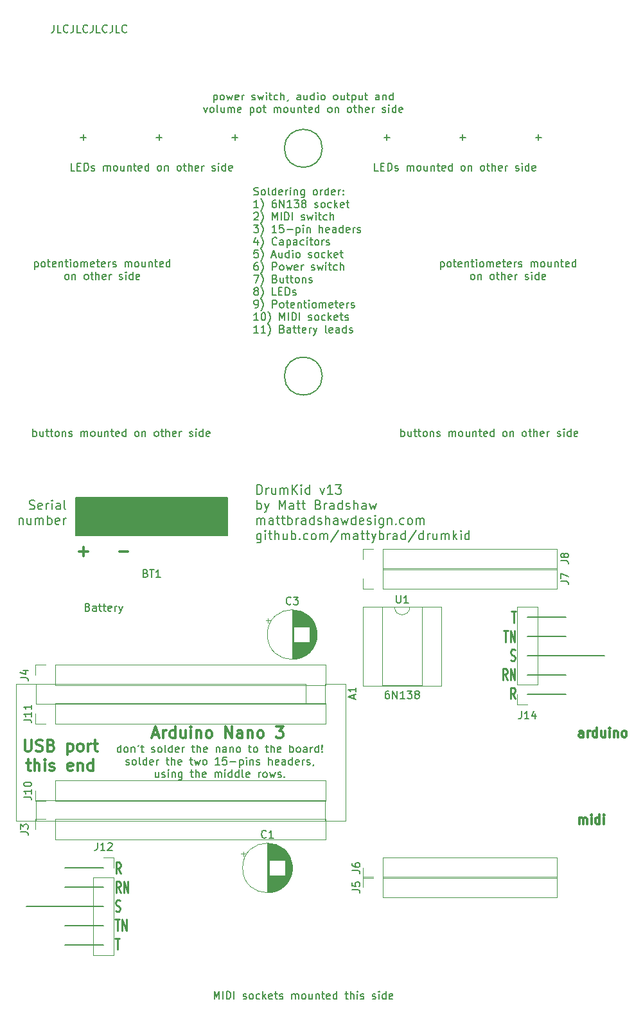
<source format=gbr>
G04 #@! TF.GenerationSoftware,KiCad,Pcbnew,(5.1.5)-3*
G04 #@! TF.CreationDate,2021-12-15T09:54:58+00:00*
G04 #@! TF.ProjectId,drumkid,6472756d-6b69-4642-9e6b-696361645f70,rev?*
G04 #@! TF.SameCoordinates,Original*
G04 #@! TF.FileFunction,Legend,Top*
G04 #@! TF.FilePolarity,Positive*
%FSLAX46Y46*%
G04 Gerber Fmt 4.6, Leading zero omitted, Abs format (unit mm)*
G04 Created by KiCad (PCBNEW (5.1.5)-3) date 2021-12-15 09:54:58*
%MOMM*%
%LPD*%
G04 APERTURE LIST*
%ADD10C,0.150000*%
%ADD11C,0.250000*%
%ADD12C,0.200000*%
%ADD13C,0.300000*%
%ADD14C,0.120000*%
G04 APERTURE END LIST*
D10*
X93505976Y-56099761D02*
X93648833Y-56147380D01*
X93886928Y-56147380D01*
X93982166Y-56099761D01*
X94029785Y-56052142D01*
X94077404Y-55956904D01*
X94077404Y-55861666D01*
X94029785Y-55766428D01*
X93982166Y-55718809D01*
X93886928Y-55671190D01*
X93696452Y-55623571D01*
X93601214Y-55575952D01*
X93553595Y-55528333D01*
X93505976Y-55433095D01*
X93505976Y-55337857D01*
X93553595Y-55242619D01*
X93601214Y-55195000D01*
X93696452Y-55147380D01*
X93934547Y-55147380D01*
X94077404Y-55195000D01*
X94648833Y-56147380D02*
X94553595Y-56099761D01*
X94505976Y-56052142D01*
X94458357Y-55956904D01*
X94458357Y-55671190D01*
X94505976Y-55575952D01*
X94553595Y-55528333D01*
X94648833Y-55480714D01*
X94791690Y-55480714D01*
X94886928Y-55528333D01*
X94934547Y-55575952D01*
X94982166Y-55671190D01*
X94982166Y-55956904D01*
X94934547Y-56052142D01*
X94886928Y-56099761D01*
X94791690Y-56147380D01*
X94648833Y-56147380D01*
X95553595Y-56147380D02*
X95458357Y-56099761D01*
X95410738Y-56004523D01*
X95410738Y-55147380D01*
X96363119Y-56147380D02*
X96363119Y-55147380D01*
X96363119Y-56099761D02*
X96267880Y-56147380D01*
X96077404Y-56147380D01*
X95982166Y-56099761D01*
X95934547Y-56052142D01*
X95886928Y-55956904D01*
X95886928Y-55671190D01*
X95934547Y-55575952D01*
X95982166Y-55528333D01*
X96077404Y-55480714D01*
X96267880Y-55480714D01*
X96363119Y-55528333D01*
X97220261Y-56099761D02*
X97125023Y-56147380D01*
X96934547Y-56147380D01*
X96839309Y-56099761D01*
X96791690Y-56004523D01*
X96791690Y-55623571D01*
X96839309Y-55528333D01*
X96934547Y-55480714D01*
X97125023Y-55480714D01*
X97220261Y-55528333D01*
X97267880Y-55623571D01*
X97267880Y-55718809D01*
X96791690Y-55814047D01*
X97696452Y-56147380D02*
X97696452Y-55480714D01*
X97696452Y-55671190D02*
X97744071Y-55575952D01*
X97791690Y-55528333D01*
X97886928Y-55480714D01*
X97982166Y-55480714D01*
X98315500Y-56147380D02*
X98315500Y-55480714D01*
X98315500Y-55147380D02*
X98267880Y-55195000D01*
X98315500Y-55242619D01*
X98363119Y-55195000D01*
X98315500Y-55147380D01*
X98315500Y-55242619D01*
X98791690Y-55480714D02*
X98791690Y-56147380D01*
X98791690Y-55575952D02*
X98839309Y-55528333D01*
X98934547Y-55480714D01*
X99077404Y-55480714D01*
X99172642Y-55528333D01*
X99220261Y-55623571D01*
X99220261Y-56147380D01*
X100125023Y-55480714D02*
X100125023Y-56290238D01*
X100077404Y-56385476D01*
X100029785Y-56433095D01*
X99934547Y-56480714D01*
X99791690Y-56480714D01*
X99696452Y-56433095D01*
X100125023Y-56099761D02*
X100029785Y-56147380D01*
X99839309Y-56147380D01*
X99744071Y-56099761D01*
X99696452Y-56052142D01*
X99648833Y-55956904D01*
X99648833Y-55671190D01*
X99696452Y-55575952D01*
X99744071Y-55528333D01*
X99839309Y-55480714D01*
X100029785Y-55480714D01*
X100125023Y-55528333D01*
X101505976Y-56147380D02*
X101410738Y-56099761D01*
X101363119Y-56052142D01*
X101315500Y-55956904D01*
X101315500Y-55671190D01*
X101363119Y-55575952D01*
X101410738Y-55528333D01*
X101505976Y-55480714D01*
X101648833Y-55480714D01*
X101744071Y-55528333D01*
X101791690Y-55575952D01*
X101839309Y-55671190D01*
X101839309Y-55956904D01*
X101791690Y-56052142D01*
X101744071Y-56099761D01*
X101648833Y-56147380D01*
X101505976Y-56147380D01*
X102267880Y-56147380D02*
X102267880Y-55480714D01*
X102267880Y-55671190D02*
X102315500Y-55575952D01*
X102363119Y-55528333D01*
X102458357Y-55480714D01*
X102553595Y-55480714D01*
X103315500Y-56147380D02*
X103315500Y-55147380D01*
X103315500Y-56099761D02*
X103220261Y-56147380D01*
X103029785Y-56147380D01*
X102934547Y-56099761D01*
X102886928Y-56052142D01*
X102839309Y-55956904D01*
X102839309Y-55671190D01*
X102886928Y-55575952D01*
X102934547Y-55528333D01*
X103029785Y-55480714D01*
X103220261Y-55480714D01*
X103315500Y-55528333D01*
X104172642Y-56099761D02*
X104077404Y-56147380D01*
X103886928Y-56147380D01*
X103791690Y-56099761D01*
X103744071Y-56004523D01*
X103744071Y-55623571D01*
X103791690Y-55528333D01*
X103886928Y-55480714D01*
X104077404Y-55480714D01*
X104172642Y-55528333D01*
X104220261Y-55623571D01*
X104220261Y-55718809D01*
X103744071Y-55814047D01*
X104648833Y-56147380D02*
X104648833Y-55480714D01*
X104648833Y-55671190D02*
X104696452Y-55575952D01*
X104744071Y-55528333D01*
X104839309Y-55480714D01*
X104934547Y-55480714D01*
X105267880Y-56052142D02*
X105315500Y-56099761D01*
X105267880Y-56147380D01*
X105220261Y-56099761D01*
X105267880Y-56052142D01*
X105267880Y-56147380D01*
X105267880Y-55528333D02*
X105315500Y-55575952D01*
X105267880Y-55623571D01*
X105220261Y-55575952D01*
X105267880Y-55528333D01*
X105267880Y-55623571D01*
X94077404Y-57797380D02*
X93505976Y-57797380D01*
X93791690Y-57797380D02*
X93791690Y-56797380D01*
X93696452Y-56940238D01*
X93601214Y-57035476D01*
X93505976Y-57083095D01*
X94410738Y-58178333D02*
X94458357Y-58130714D01*
X94553595Y-57987857D01*
X94601214Y-57892619D01*
X94648833Y-57749761D01*
X94696452Y-57511666D01*
X94696452Y-57321190D01*
X94648833Y-57083095D01*
X94601214Y-56940238D01*
X94553595Y-56845000D01*
X94458357Y-56702142D01*
X94410738Y-56654523D01*
X96363119Y-56797380D02*
X96172642Y-56797380D01*
X96077404Y-56845000D01*
X96029785Y-56892619D01*
X95934547Y-57035476D01*
X95886928Y-57225952D01*
X95886928Y-57606904D01*
X95934547Y-57702142D01*
X95982166Y-57749761D01*
X96077404Y-57797380D01*
X96267880Y-57797380D01*
X96363119Y-57749761D01*
X96410738Y-57702142D01*
X96458357Y-57606904D01*
X96458357Y-57368809D01*
X96410738Y-57273571D01*
X96363119Y-57225952D01*
X96267880Y-57178333D01*
X96077404Y-57178333D01*
X95982166Y-57225952D01*
X95934547Y-57273571D01*
X95886928Y-57368809D01*
X96886928Y-57797380D02*
X96886928Y-56797380D01*
X97458357Y-57797380D01*
X97458357Y-56797380D01*
X98458357Y-57797380D02*
X97886928Y-57797380D01*
X98172642Y-57797380D02*
X98172642Y-56797380D01*
X98077404Y-56940238D01*
X97982166Y-57035476D01*
X97886928Y-57083095D01*
X98791690Y-56797380D02*
X99410738Y-56797380D01*
X99077404Y-57178333D01*
X99220261Y-57178333D01*
X99315500Y-57225952D01*
X99363119Y-57273571D01*
X99410738Y-57368809D01*
X99410738Y-57606904D01*
X99363119Y-57702142D01*
X99315500Y-57749761D01*
X99220261Y-57797380D01*
X98934547Y-57797380D01*
X98839309Y-57749761D01*
X98791690Y-57702142D01*
X99982166Y-57225952D02*
X99886928Y-57178333D01*
X99839309Y-57130714D01*
X99791690Y-57035476D01*
X99791690Y-56987857D01*
X99839309Y-56892619D01*
X99886928Y-56845000D01*
X99982166Y-56797380D01*
X100172642Y-56797380D01*
X100267880Y-56845000D01*
X100315500Y-56892619D01*
X100363119Y-56987857D01*
X100363119Y-57035476D01*
X100315500Y-57130714D01*
X100267880Y-57178333D01*
X100172642Y-57225952D01*
X99982166Y-57225952D01*
X99886928Y-57273571D01*
X99839309Y-57321190D01*
X99791690Y-57416428D01*
X99791690Y-57606904D01*
X99839309Y-57702142D01*
X99886928Y-57749761D01*
X99982166Y-57797380D01*
X100172642Y-57797380D01*
X100267880Y-57749761D01*
X100315500Y-57702142D01*
X100363119Y-57606904D01*
X100363119Y-57416428D01*
X100315500Y-57321190D01*
X100267880Y-57273571D01*
X100172642Y-57225952D01*
X101505976Y-57749761D02*
X101601214Y-57797380D01*
X101791690Y-57797380D01*
X101886928Y-57749761D01*
X101934547Y-57654523D01*
X101934547Y-57606904D01*
X101886928Y-57511666D01*
X101791690Y-57464047D01*
X101648833Y-57464047D01*
X101553595Y-57416428D01*
X101505976Y-57321190D01*
X101505976Y-57273571D01*
X101553595Y-57178333D01*
X101648833Y-57130714D01*
X101791690Y-57130714D01*
X101886928Y-57178333D01*
X102505976Y-57797380D02*
X102410738Y-57749761D01*
X102363119Y-57702142D01*
X102315500Y-57606904D01*
X102315500Y-57321190D01*
X102363119Y-57225952D01*
X102410738Y-57178333D01*
X102505976Y-57130714D01*
X102648833Y-57130714D01*
X102744071Y-57178333D01*
X102791690Y-57225952D01*
X102839309Y-57321190D01*
X102839309Y-57606904D01*
X102791690Y-57702142D01*
X102744071Y-57749761D01*
X102648833Y-57797380D01*
X102505976Y-57797380D01*
X103696452Y-57749761D02*
X103601214Y-57797380D01*
X103410738Y-57797380D01*
X103315500Y-57749761D01*
X103267880Y-57702142D01*
X103220261Y-57606904D01*
X103220261Y-57321190D01*
X103267880Y-57225952D01*
X103315500Y-57178333D01*
X103410738Y-57130714D01*
X103601214Y-57130714D01*
X103696452Y-57178333D01*
X104125023Y-57797380D02*
X104125023Y-56797380D01*
X104220261Y-57416428D02*
X104505976Y-57797380D01*
X104505976Y-57130714D02*
X104125023Y-57511666D01*
X105315500Y-57749761D02*
X105220261Y-57797380D01*
X105029785Y-57797380D01*
X104934547Y-57749761D01*
X104886928Y-57654523D01*
X104886928Y-57273571D01*
X104934547Y-57178333D01*
X105029785Y-57130714D01*
X105220261Y-57130714D01*
X105315500Y-57178333D01*
X105363119Y-57273571D01*
X105363119Y-57368809D01*
X104886928Y-57464047D01*
X105648833Y-57130714D02*
X106029785Y-57130714D01*
X105791690Y-56797380D02*
X105791690Y-57654523D01*
X105839309Y-57749761D01*
X105934547Y-57797380D01*
X106029785Y-57797380D01*
X93505976Y-58542619D02*
X93553595Y-58495000D01*
X93648833Y-58447380D01*
X93886928Y-58447380D01*
X93982166Y-58495000D01*
X94029785Y-58542619D01*
X94077404Y-58637857D01*
X94077404Y-58733095D01*
X94029785Y-58875952D01*
X93458357Y-59447380D01*
X94077404Y-59447380D01*
X94410738Y-59828333D02*
X94458357Y-59780714D01*
X94553595Y-59637857D01*
X94601214Y-59542619D01*
X94648833Y-59399761D01*
X94696452Y-59161666D01*
X94696452Y-58971190D01*
X94648833Y-58733095D01*
X94601214Y-58590238D01*
X94553595Y-58495000D01*
X94458357Y-58352142D01*
X94410738Y-58304523D01*
X95934547Y-59447380D02*
X95934547Y-58447380D01*
X96267880Y-59161666D01*
X96601214Y-58447380D01*
X96601214Y-59447380D01*
X97077404Y-59447380D02*
X97077404Y-58447380D01*
X97553595Y-59447380D02*
X97553595Y-58447380D01*
X97791690Y-58447380D01*
X97934547Y-58495000D01*
X98029785Y-58590238D01*
X98077404Y-58685476D01*
X98125023Y-58875952D01*
X98125023Y-59018809D01*
X98077404Y-59209285D01*
X98029785Y-59304523D01*
X97934547Y-59399761D01*
X97791690Y-59447380D01*
X97553595Y-59447380D01*
X98553595Y-59447380D02*
X98553595Y-58447380D01*
X99744071Y-59399761D02*
X99839309Y-59447380D01*
X100029785Y-59447380D01*
X100125023Y-59399761D01*
X100172642Y-59304523D01*
X100172642Y-59256904D01*
X100125023Y-59161666D01*
X100029785Y-59114047D01*
X99886928Y-59114047D01*
X99791690Y-59066428D01*
X99744071Y-58971190D01*
X99744071Y-58923571D01*
X99791690Y-58828333D01*
X99886928Y-58780714D01*
X100029785Y-58780714D01*
X100125023Y-58828333D01*
X100505976Y-58780714D02*
X100696452Y-59447380D01*
X100886928Y-58971190D01*
X101077404Y-59447380D01*
X101267880Y-58780714D01*
X101648833Y-59447380D02*
X101648833Y-58780714D01*
X101648833Y-58447380D02*
X101601214Y-58495000D01*
X101648833Y-58542619D01*
X101696452Y-58495000D01*
X101648833Y-58447380D01*
X101648833Y-58542619D01*
X101982166Y-58780714D02*
X102363119Y-58780714D01*
X102125023Y-58447380D02*
X102125023Y-59304523D01*
X102172642Y-59399761D01*
X102267880Y-59447380D01*
X102363119Y-59447380D01*
X103125023Y-59399761D02*
X103029785Y-59447380D01*
X102839309Y-59447380D01*
X102744071Y-59399761D01*
X102696452Y-59352142D01*
X102648833Y-59256904D01*
X102648833Y-58971190D01*
X102696452Y-58875952D01*
X102744071Y-58828333D01*
X102839309Y-58780714D01*
X103029785Y-58780714D01*
X103125023Y-58828333D01*
X103553595Y-59447380D02*
X103553595Y-58447380D01*
X103982166Y-59447380D02*
X103982166Y-58923571D01*
X103934547Y-58828333D01*
X103839309Y-58780714D01*
X103696452Y-58780714D01*
X103601214Y-58828333D01*
X103553595Y-58875952D01*
X93458357Y-60097380D02*
X94077404Y-60097380D01*
X93744071Y-60478333D01*
X93886928Y-60478333D01*
X93982166Y-60525952D01*
X94029785Y-60573571D01*
X94077404Y-60668809D01*
X94077404Y-60906904D01*
X94029785Y-61002142D01*
X93982166Y-61049761D01*
X93886928Y-61097380D01*
X93601214Y-61097380D01*
X93505976Y-61049761D01*
X93458357Y-61002142D01*
X94410738Y-61478333D02*
X94458357Y-61430714D01*
X94553595Y-61287857D01*
X94601214Y-61192619D01*
X94648833Y-61049761D01*
X94696452Y-60811666D01*
X94696452Y-60621190D01*
X94648833Y-60383095D01*
X94601214Y-60240238D01*
X94553595Y-60145000D01*
X94458357Y-60002142D01*
X94410738Y-59954523D01*
X96458357Y-61097380D02*
X95886928Y-61097380D01*
X96172642Y-61097380D02*
X96172642Y-60097380D01*
X96077404Y-60240238D01*
X95982166Y-60335476D01*
X95886928Y-60383095D01*
X97363119Y-60097380D02*
X96886928Y-60097380D01*
X96839309Y-60573571D01*
X96886928Y-60525952D01*
X96982166Y-60478333D01*
X97220261Y-60478333D01*
X97315500Y-60525952D01*
X97363119Y-60573571D01*
X97410738Y-60668809D01*
X97410738Y-60906904D01*
X97363119Y-61002142D01*
X97315500Y-61049761D01*
X97220261Y-61097380D01*
X96982166Y-61097380D01*
X96886928Y-61049761D01*
X96839309Y-61002142D01*
X97839309Y-60716428D02*
X98601214Y-60716428D01*
X99077404Y-60430714D02*
X99077404Y-61430714D01*
X99077404Y-60478333D02*
X99172642Y-60430714D01*
X99363119Y-60430714D01*
X99458357Y-60478333D01*
X99505976Y-60525952D01*
X99553595Y-60621190D01*
X99553595Y-60906904D01*
X99505976Y-61002142D01*
X99458357Y-61049761D01*
X99363119Y-61097380D01*
X99172642Y-61097380D01*
X99077404Y-61049761D01*
X99982166Y-61097380D02*
X99982166Y-60430714D01*
X99982166Y-60097380D02*
X99934547Y-60145000D01*
X99982166Y-60192619D01*
X100029785Y-60145000D01*
X99982166Y-60097380D01*
X99982166Y-60192619D01*
X100458357Y-60430714D02*
X100458357Y-61097380D01*
X100458357Y-60525952D02*
X100505976Y-60478333D01*
X100601214Y-60430714D01*
X100744071Y-60430714D01*
X100839309Y-60478333D01*
X100886928Y-60573571D01*
X100886928Y-61097380D01*
X102125023Y-61097380D02*
X102125023Y-60097380D01*
X102553595Y-61097380D02*
X102553595Y-60573571D01*
X102505976Y-60478333D01*
X102410738Y-60430714D01*
X102267880Y-60430714D01*
X102172642Y-60478333D01*
X102125023Y-60525952D01*
X103410738Y-61049761D02*
X103315500Y-61097380D01*
X103125023Y-61097380D01*
X103029785Y-61049761D01*
X102982166Y-60954523D01*
X102982166Y-60573571D01*
X103029785Y-60478333D01*
X103125023Y-60430714D01*
X103315500Y-60430714D01*
X103410738Y-60478333D01*
X103458357Y-60573571D01*
X103458357Y-60668809D01*
X102982166Y-60764047D01*
X104315500Y-61097380D02*
X104315500Y-60573571D01*
X104267880Y-60478333D01*
X104172642Y-60430714D01*
X103982166Y-60430714D01*
X103886928Y-60478333D01*
X104315500Y-61049761D02*
X104220261Y-61097380D01*
X103982166Y-61097380D01*
X103886928Y-61049761D01*
X103839309Y-60954523D01*
X103839309Y-60859285D01*
X103886928Y-60764047D01*
X103982166Y-60716428D01*
X104220261Y-60716428D01*
X104315500Y-60668809D01*
X105220261Y-61097380D02*
X105220261Y-60097380D01*
X105220261Y-61049761D02*
X105125023Y-61097380D01*
X104934547Y-61097380D01*
X104839309Y-61049761D01*
X104791690Y-61002142D01*
X104744071Y-60906904D01*
X104744071Y-60621190D01*
X104791690Y-60525952D01*
X104839309Y-60478333D01*
X104934547Y-60430714D01*
X105125023Y-60430714D01*
X105220261Y-60478333D01*
X106077404Y-61049761D02*
X105982166Y-61097380D01*
X105791690Y-61097380D01*
X105696452Y-61049761D01*
X105648833Y-60954523D01*
X105648833Y-60573571D01*
X105696452Y-60478333D01*
X105791690Y-60430714D01*
X105982166Y-60430714D01*
X106077404Y-60478333D01*
X106125023Y-60573571D01*
X106125023Y-60668809D01*
X105648833Y-60764047D01*
X106553595Y-61097380D02*
X106553595Y-60430714D01*
X106553595Y-60621190D02*
X106601214Y-60525952D01*
X106648833Y-60478333D01*
X106744071Y-60430714D01*
X106839309Y-60430714D01*
X107125023Y-61049761D02*
X107220261Y-61097380D01*
X107410738Y-61097380D01*
X107505976Y-61049761D01*
X107553595Y-60954523D01*
X107553595Y-60906904D01*
X107505976Y-60811666D01*
X107410738Y-60764047D01*
X107267880Y-60764047D01*
X107172642Y-60716428D01*
X107125023Y-60621190D01*
X107125023Y-60573571D01*
X107172642Y-60478333D01*
X107267880Y-60430714D01*
X107410738Y-60430714D01*
X107505976Y-60478333D01*
X93982166Y-62080714D02*
X93982166Y-62747380D01*
X93744071Y-61699761D02*
X93505976Y-62414047D01*
X94125023Y-62414047D01*
X94410738Y-63128333D02*
X94458357Y-63080714D01*
X94553595Y-62937857D01*
X94601214Y-62842619D01*
X94648833Y-62699761D01*
X94696452Y-62461666D01*
X94696452Y-62271190D01*
X94648833Y-62033095D01*
X94601214Y-61890238D01*
X94553595Y-61795000D01*
X94458357Y-61652142D01*
X94410738Y-61604523D01*
X96505976Y-62652142D02*
X96458357Y-62699761D01*
X96315500Y-62747380D01*
X96220261Y-62747380D01*
X96077404Y-62699761D01*
X95982166Y-62604523D01*
X95934547Y-62509285D01*
X95886928Y-62318809D01*
X95886928Y-62175952D01*
X95934547Y-61985476D01*
X95982166Y-61890238D01*
X96077404Y-61795000D01*
X96220261Y-61747380D01*
X96315500Y-61747380D01*
X96458357Y-61795000D01*
X96505976Y-61842619D01*
X97363119Y-62747380D02*
X97363119Y-62223571D01*
X97315500Y-62128333D01*
X97220261Y-62080714D01*
X97029785Y-62080714D01*
X96934547Y-62128333D01*
X97363119Y-62699761D02*
X97267880Y-62747380D01*
X97029785Y-62747380D01*
X96934547Y-62699761D01*
X96886928Y-62604523D01*
X96886928Y-62509285D01*
X96934547Y-62414047D01*
X97029785Y-62366428D01*
X97267880Y-62366428D01*
X97363119Y-62318809D01*
X97839309Y-62080714D02*
X97839309Y-63080714D01*
X97839309Y-62128333D02*
X97934547Y-62080714D01*
X98125023Y-62080714D01*
X98220261Y-62128333D01*
X98267880Y-62175952D01*
X98315500Y-62271190D01*
X98315500Y-62556904D01*
X98267880Y-62652142D01*
X98220261Y-62699761D01*
X98125023Y-62747380D01*
X97934547Y-62747380D01*
X97839309Y-62699761D01*
X99172642Y-62747380D02*
X99172642Y-62223571D01*
X99125023Y-62128333D01*
X99029785Y-62080714D01*
X98839309Y-62080714D01*
X98744071Y-62128333D01*
X99172642Y-62699761D02*
X99077404Y-62747380D01*
X98839309Y-62747380D01*
X98744071Y-62699761D01*
X98696452Y-62604523D01*
X98696452Y-62509285D01*
X98744071Y-62414047D01*
X98839309Y-62366428D01*
X99077404Y-62366428D01*
X99172642Y-62318809D01*
X100077404Y-62699761D02*
X99982166Y-62747380D01*
X99791690Y-62747380D01*
X99696452Y-62699761D01*
X99648833Y-62652142D01*
X99601214Y-62556904D01*
X99601214Y-62271190D01*
X99648833Y-62175952D01*
X99696452Y-62128333D01*
X99791690Y-62080714D01*
X99982166Y-62080714D01*
X100077404Y-62128333D01*
X100505976Y-62747380D02*
X100505976Y-62080714D01*
X100505976Y-61747380D02*
X100458357Y-61795000D01*
X100505976Y-61842619D01*
X100553595Y-61795000D01*
X100505976Y-61747380D01*
X100505976Y-61842619D01*
X100839309Y-62080714D02*
X101220261Y-62080714D01*
X100982166Y-61747380D02*
X100982166Y-62604523D01*
X101029785Y-62699761D01*
X101125023Y-62747380D01*
X101220261Y-62747380D01*
X101696452Y-62747380D02*
X101601214Y-62699761D01*
X101553595Y-62652142D01*
X101505976Y-62556904D01*
X101505976Y-62271190D01*
X101553595Y-62175952D01*
X101601214Y-62128333D01*
X101696452Y-62080714D01*
X101839309Y-62080714D01*
X101934547Y-62128333D01*
X101982166Y-62175952D01*
X102029785Y-62271190D01*
X102029785Y-62556904D01*
X101982166Y-62652142D01*
X101934547Y-62699761D01*
X101839309Y-62747380D01*
X101696452Y-62747380D01*
X102458357Y-62747380D02*
X102458357Y-62080714D01*
X102458357Y-62271190D02*
X102505976Y-62175952D01*
X102553595Y-62128333D01*
X102648833Y-62080714D01*
X102744071Y-62080714D01*
X103029785Y-62699761D02*
X103125023Y-62747380D01*
X103315500Y-62747380D01*
X103410738Y-62699761D01*
X103458357Y-62604523D01*
X103458357Y-62556904D01*
X103410738Y-62461666D01*
X103315500Y-62414047D01*
X103172642Y-62414047D01*
X103077404Y-62366428D01*
X103029785Y-62271190D01*
X103029785Y-62223571D01*
X103077404Y-62128333D01*
X103172642Y-62080714D01*
X103315500Y-62080714D01*
X103410738Y-62128333D01*
X94029785Y-63397380D02*
X93553595Y-63397380D01*
X93505976Y-63873571D01*
X93553595Y-63825952D01*
X93648833Y-63778333D01*
X93886928Y-63778333D01*
X93982166Y-63825952D01*
X94029785Y-63873571D01*
X94077404Y-63968809D01*
X94077404Y-64206904D01*
X94029785Y-64302142D01*
X93982166Y-64349761D01*
X93886928Y-64397380D01*
X93648833Y-64397380D01*
X93553595Y-64349761D01*
X93505976Y-64302142D01*
X94410738Y-64778333D02*
X94458357Y-64730714D01*
X94553595Y-64587857D01*
X94601214Y-64492619D01*
X94648833Y-64349761D01*
X94696452Y-64111666D01*
X94696452Y-63921190D01*
X94648833Y-63683095D01*
X94601214Y-63540238D01*
X94553595Y-63445000D01*
X94458357Y-63302142D01*
X94410738Y-63254523D01*
X95886928Y-64111666D02*
X96363119Y-64111666D01*
X95791690Y-64397380D02*
X96125023Y-63397380D01*
X96458357Y-64397380D01*
X97220261Y-63730714D02*
X97220261Y-64397380D01*
X96791690Y-63730714D02*
X96791690Y-64254523D01*
X96839309Y-64349761D01*
X96934547Y-64397380D01*
X97077404Y-64397380D01*
X97172642Y-64349761D01*
X97220261Y-64302142D01*
X98125023Y-64397380D02*
X98125023Y-63397380D01*
X98125023Y-64349761D02*
X98029785Y-64397380D01*
X97839309Y-64397380D01*
X97744071Y-64349761D01*
X97696452Y-64302142D01*
X97648833Y-64206904D01*
X97648833Y-63921190D01*
X97696452Y-63825952D01*
X97744071Y-63778333D01*
X97839309Y-63730714D01*
X98029785Y-63730714D01*
X98125023Y-63778333D01*
X98601214Y-64397380D02*
X98601214Y-63730714D01*
X98601214Y-63397380D02*
X98553595Y-63445000D01*
X98601214Y-63492619D01*
X98648833Y-63445000D01*
X98601214Y-63397380D01*
X98601214Y-63492619D01*
X99220261Y-64397380D02*
X99125023Y-64349761D01*
X99077404Y-64302142D01*
X99029785Y-64206904D01*
X99029785Y-63921190D01*
X99077404Y-63825952D01*
X99125023Y-63778333D01*
X99220261Y-63730714D01*
X99363119Y-63730714D01*
X99458357Y-63778333D01*
X99505976Y-63825952D01*
X99553595Y-63921190D01*
X99553595Y-64206904D01*
X99505976Y-64302142D01*
X99458357Y-64349761D01*
X99363119Y-64397380D01*
X99220261Y-64397380D01*
X100696452Y-64349761D02*
X100791690Y-64397380D01*
X100982166Y-64397380D01*
X101077404Y-64349761D01*
X101125023Y-64254523D01*
X101125023Y-64206904D01*
X101077404Y-64111666D01*
X100982166Y-64064047D01*
X100839309Y-64064047D01*
X100744071Y-64016428D01*
X100696452Y-63921190D01*
X100696452Y-63873571D01*
X100744071Y-63778333D01*
X100839309Y-63730714D01*
X100982166Y-63730714D01*
X101077404Y-63778333D01*
X101696452Y-64397380D02*
X101601214Y-64349761D01*
X101553595Y-64302142D01*
X101505976Y-64206904D01*
X101505976Y-63921190D01*
X101553595Y-63825952D01*
X101601214Y-63778333D01*
X101696452Y-63730714D01*
X101839309Y-63730714D01*
X101934547Y-63778333D01*
X101982166Y-63825952D01*
X102029785Y-63921190D01*
X102029785Y-64206904D01*
X101982166Y-64302142D01*
X101934547Y-64349761D01*
X101839309Y-64397380D01*
X101696452Y-64397380D01*
X102886928Y-64349761D02*
X102791690Y-64397380D01*
X102601214Y-64397380D01*
X102505976Y-64349761D01*
X102458357Y-64302142D01*
X102410738Y-64206904D01*
X102410738Y-63921190D01*
X102458357Y-63825952D01*
X102505976Y-63778333D01*
X102601214Y-63730714D01*
X102791690Y-63730714D01*
X102886928Y-63778333D01*
X103315500Y-64397380D02*
X103315500Y-63397380D01*
X103410738Y-64016428D02*
X103696452Y-64397380D01*
X103696452Y-63730714D02*
X103315500Y-64111666D01*
X104505976Y-64349761D02*
X104410738Y-64397380D01*
X104220261Y-64397380D01*
X104125023Y-64349761D01*
X104077404Y-64254523D01*
X104077404Y-63873571D01*
X104125023Y-63778333D01*
X104220261Y-63730714D01*
X104410738Y-63730714D01*
X104505976Y-63778333D01*
X104553595Y-63873571D01*
X104553595Y-63968809D01*
X104077404Y-64064047D01*
X104839309Y-63730714D02*
X105220261Y-63730714D01*
X104982166Y-63397380D02*
X104982166Y-64254523D01*
X105029785Y-64349761D01*
X105125023Y-64397380D01*
X105220261Y-64397380D01*
X93982166Y-65047380D02*
X93791690Y-65047380D01*
X93696452Y-65095000D01*
X93648833Y-65142619D01*
X93553595Y-65285476D01*
X93505976Y-65475952D01*
X93505976Y-65856904D01*
X93553595Y-65952142D01*
X93601214Y-65999761D01*
X93696452Y-66047380D01*
X93886928Y-66047380D01*
X93982166Y-65999761D01*
X94029785Y-65952142D01*
X94077404Y-65856904D01*
X94077404Y-65618809D01*
X94029785Y-65523571D01*
X93982166Y-65475952D01*
X93886928Y-65428333D01*
X93696452Y-65428333D01*
X93601214Y-65475952D01*
X93553595Y-65523571D01*
X93505976Y-65618809D01*
X94410738Y-66428333D02*
X94458357Y-66380714D01*
X94553595Y-66237857D01*
X94601214Y-66142619D01*
X94648833Y-65999761D01*
X94696452Y-65761666D01*
X94696452Y-65571190D01*
X94648833Y-65333095D01*
X94601214Y-65190238D01*
X94553595Y-65095000D01*
X94458357Y-64952142D01*
X94410738Y-64904523D01*
X95934547Y-66047380D02*
X95934547Y-65047380D01*
X96315500Y-65047380D01*
X96410738Y-65095000D01*
X96458357Y-65142619D01*
X96505976Y-65237857D01*
X96505976Y-65380714D01*
X96458357Y-65475952D01*
X96410738Y-65523571D01*
X96315500Y-65571190D01*
X95934547Y-65571190D01*
X97077404Y-66047380D02*
X96982166Y-65999761D01*
X96934547Y-65952142D01*
X96886928Y-65856904D01*
X96886928Y-65571190D01*
X96934547Y-65475952D01*
X96982166Y-65428333D01*
X97077404Y-65380714D01*
X97220261Y-65380714D01*
X97315500Y-65428333D01*
X97363119Y-65475952D01*
X97410738Y-65571190D01*
X97410738Y-65856904D01*
X97363119Y-65952142D01*
X97315500Y-65999761D01*
X97220261Y-66047380D01*
X97077404Y-66047380D01*
X97744071Y-65380714D02*
X97934547Y-66047380D01*
X98125023Y-65571190D01*
X98315500Y-66047380D01*
X98505976Y-65380714D01*
X99267880Y-65999761D02*
X99172642Y-66047380D01*
X98982166Y-66047380D01*
X98886928Y-65999761D01*
X98839309Y-65904523D01*
X98839309Y-65523571D01*
X98886928Y-65428333D01*
X98982166Y-65380714D01*
X99172642Y-65380714D01*
X99267880Y-65428333D01*
X99315500Y-65523571D01*
X99315500Y-65618809D01*
X98839309Y-65714047D01*
X99744071Y-66047380D02*
X99744071Y-65380714D01*
X99744071Y-65571190D02*
X99791690Y-65475952D01*
X99839309Y-65428333D01*
X99934547Y-65380714D01*
X100029785Y-65380714D01*
X101077404Y-65999761D02*
X101172642Y-66047380D01*
X101363119Y-66047380D01*
X101458357Y-65999761D01*
X101505976Y-65904523D01*
X101505976Y-65856904D01*
X101458357Y-65761666D01*
X101363119Y-65714047D01*
X101220261Y-65714047D01*
X101125023Y-65666428D01*
X101077404Y-65571190D01*
X101077404Y-65523571D01*
X101125023Y-65428333D01*
X101220261Y-65380714D01*
X101363119Y-65380714D01*
X101458357Y-65428333D01*
X101839309Y-65380714D02*
X102029785Y-66047380D01*
X102220261Y-65571190D01*
X102410738Y-66047380D01*
X102601214Y-65380714D01*
X102982166Y-66047380D02*
X102982166Y-65380714D01*
X102982166Y-65047380D02*
X102934547Y-65095000D01*
X102982166Y-65142619D01*
X103029785Y-65095000D01*
X102982166Y-65047380D01*
X102982166Y-65142619D01*
X103315500Y-65380714D02*
X103696452Y-65380714D01*
X103458357Y-65047380D02*
X103458357Y-65904523D01*
X103505976Y-65999761D01*
X103601214Y-66047380D01*
X103696452Y-66047380D01*
X104458357Y-65999761D02*
X104363119Y-66047380D01*
X104172642Y-66047380D01*
X104077404Y-65999761D01*
X104029785Y-65952142D01*
X103982166Y-65856904D01*
X103982166Y-65571190D01*
X104029785Y-65475952D01*
X104077404Y-65428333D01*
X104172642Y-65380714D01*
X104363119Y-65380714D01*
X104458357Y-65428333D01*
X104886928Y-66047380D02*
X104886928Y-65047380D01*
X105315500Y-66047380D02*
X105315500Y-65523571D01*
X105267880Y-65428333D01*
X105172642Y-65380714D01*
X105029785Y-65380714D01*
X104934547Y-65428333D01*
X104886928Y-65475952D01*
X93458357Y-66697380D02*
X94125023Y-66697380D01*
X93696452Y-67697380D01*
X94410738Y-68078333D02*
X94458357Y-68030714D01*
X94553595Y-67887857D01*
X94601214Y-67792619D01*
X94648833Y-67649761D01*
X94696452Y-67411666D01*
X94696452Y-67221190D01*
X94648833Y-66983095D01*
X94601214Y-66840238D01*
X94553595Y-66745000D01*
X94458357Y-66602142D01*
X94410738Y-66554523D01*
X96267880Y-67173571D02*
X96410738Y-67221190D01*
X96458357Y-67268809D01*
X96505976Y-67364047D01*
X96505976Y-67506904D01*
X96458357Y-67602142D01*
X96410738Y-67649761D01*
X96315500Y-67697380D01*
X95934547Y-67697380D01*
X95934547Y-66697380D01*
X96267880Y-66697380D01*
X96363119Y-66745000D01*
X96410738Y-66792619D01*
X96458357Y-66887857D01*
X96458357Y-66983095D01*
X96410738Y-67078333D01*
X96363119Y-67125952D01*
X96267880Y-67173571D01*
X95934547Y-67173571D01*
X97363119Y-67030714D02*
X97363119Y-67697380D01*
X96934547Y-67030714D02*
X96934547Y-67554523D01*
X96982166Y-67649761D01*
X97077404Y-67697380D01*
X97220261Y-67697380D01*
X97315500Y-67649761D01*
X97363119Y-67602142D01*
X97696452Y-67030714D02*
X98077404Y-67030714D01*
X97839309Y-66697380D02*
X97839309Y-67554523D01*
X97886928Y-67649761D01*
X97982166Y-67697380D01*
X98077404Y-67697380D01*
X98267880Y-67030714D02*
X98648833Y-67030714D01*
X98410738Y-66697380D02*
X98410738Y-67554523D01*
X98458357Y-67649761D01*
X98553595Y-67697380D01*
X98648833Y-67697380D01*
X99125023Y-67697380D02*
X99029785Y-67649761D01*
X98982166Y-67602142D01*
X98934547Y-67506904D01*
X98934547Y-67221190D01*
X98982166Y-67125952D01*
X99029785Y-67078333D01*
X99125023Y-67030714D01*
X99267880Y-67030714D01*
X99363119Y-67078333D01*
X99410738Y-67125952D01*
X99458357Y-67221190D01*
X99458357Y-67506904D01*
X99410738Y-67602142D01*
X99363119Y-67649761D01*
X99267880Y-67697380D01*
X99125023Y-67697380D01*
X99886928Y-67030714D02*
X99886928Y-67697380D01*
X99886928Y-67125952D02*
X99934547Y-67078333D01*
X100029785Y-67030714D01*
X100172642Y-67030714D01*
X100267880Y-67078333D01*
X100315500Y-67173571D01*
X100315500Y-67697380D01*
X100744071Y-67649761D02*
X100839309Y-67697380D01*
X101029785Y-67697380D01*
X101125023Y-67649761D01*
X101172642Y-67554523D01*
X101172642Y-67506904D01*
X101125023Y-67411666D01*
X101029785Y-67364047D01*
X100886928Y-67364047D01*
X100791690Y-67316428D01*
X100744071Y-67221190D01*
X100744071Y-67173571D01*
X100791690Y-67078333D01*
X100886928Y-67030714D01*
X101029785Y-67030714D01*
X101125023Y-67078333D01*
X93696452Y-68775952D02*
X93601214Y-68728333D01*
X93553595Y-68680714D01*
X93505976Y-68585476D01*
X93505976Y-68537857D01*
X93553595Y-68442619D01*
X93601214Y-68395000D01*
X93696452Y-68347380D01*
X93886928Y-68347380D01*
X93982166Y-68395000D01*
X94029785Y-68442619D01*
X94077404Y-68537857D01*
X94077404Y-68585476D01*
X94029785Y-68680714D01*
X93982166Y-68728333D01*
X93886928Y-68775952D01*
X93696452Y-68775952D01*
X93601214Y-68823571D01*
X93553595Y-68871190D01*
X93505976Y-68966428D01*
X93505976Y-69156904D01*
X93553595Y-69252142D01*
X93601214Y-69299761D01*
X93696452Y-69347380D01*
X93886928Y-69347380D01*
X93982166Y-69299761D01*
X94029785Y-69252142D01*
X94077404Y-69156904D01*
X94077404Y-68966428D01*
X94029785Y-68871190D01*
X93982166Y-68823571D01*
X93886928Y-68775952D01*
X94410738Y-69728333D02*
X94458357Y-69680714D01*
X94553595Y-69537857D01*
X94601214Y-69442619D01*
X94648833Y-69299761D01*
X94696452Y-69061666D01*
X94696452Y-68871190D01*
X94648833Y-68633095D01*
X94601214Y-68490238D01*
X94553595Y-68395000D01*
X94458357Y-68252142D01*
X94410738Y-68204523D01*
X96410738Y-69347380D02*
X95934547Y-69347380D01*
X95934547Y-68347380D01*
X96744071Y-68823571D02*
X97077404Y-68823571D01*
X97220261Y-69347380D02*
X96744071Y-69347380D01*
X96744071Y-68347380D01*
X97220261Y-68347380D01*
X97648833Y-69347380D02*
X97648833Y-68347380D01*
X97886928Y-68347380D01*
X98029785Y-68395000D01*
X98125023Y-68490238D01*
X98172642Y-68585476D01*
X98220261Y-68775952D01*
X98220261Y-68918809D01*
X98172642Y-69109285D01*
X98125023Y-69204523D01*
X98029785Y-69299761D01*
X97886928Y-69347380D01*
X97648833Y-69347380D01*
X98601214Y-69299761D02*
X98696452Y-69347380D01*
X98886928Y-69347380D01*
X98982166Y-69299761D01*
X99029785Y-69204523D01*
X99029785Y-69156904D01*
X98982166Y-69061666D01*
X98886928Y-69014047D01*
X98744071Y-69014047D01*
X98648833Y-68966428D01*
X98601214Y-68871190D01*
X98601214Y-68823571D01*
X98648833Y-68728333D01*
X98744071Y-68680714D01*
X98886928Y-68680714D01*
X98982166Y-68728333D01*
X93601214Y-70997380D02*
X93791690Y-70997380D01*
X93886928Y-70949761D01*
X93934547Y-70902142D01*
X94029785Y-70759285D01*
X94077404Y-70568809D01*
X94077404Y-70187857D01*
X94029785Y-70092619D01*
X93982166Y-70045000D01*
X93886928Y-69997380D01*
X93696452Y-69997380D01*
X93601214Y-70045000D01*
X93553595Y-70092619D01*
X93505976Y-70187857D01*
X93505976Y-70425952D01*
X93553595Y-70521190D01*
X93601214Y-70568809D01*
X93696452Y-70616428D01*
X93886928Y-70616428D01*
X93982166Y-70568809D01*
X94029785Y-70521190D01*
X94077404Y-70425952D01*
X94410738Y-71378333D02*
X94458357Y-71330714D01*
X94553595Y-71187857D01*
X94601214Y-71092619D01*
X94648833Y-70949761D01*
X94696452Y-70711666D01*
X94696452Y-70521190D01*
X94648833Y-70283095D01*
X94601214Y-70140238D01*
X94553595Y-70045000D01*
X94458357Y-69902142D01*
X94410738Y-69854523D01*
X95934547Y-70997380D02*
X95934547Y-69997380D01*
X96315500Y-69997380D01*
X96410738Y-70045000D01*
X96458357Y-70092619D01*
X96505976Y-70187857D01*
X96505976Y-70330714D01*
X96458357Y-70425952D01*
X96410738Y-70473571D01*
X96315500Y-70521190D01*
X95934547Y-70521190D01*
X97077404Y-70997380D02*
X96982166Y-70949761D01*
X96934547Y-70902142D01*
X96886928Y-70806904D01*
X96886928Y-70521190D01*
X96934547Y-70425952D01*
X96982166Y-70378333D01*
X97077404Y-70330714D01*
X97220261Y-70330714D01*
X97315500Y-70378333D01*
X97363119Y-70425952D01*
X97410738Y-70521190D01*
X97410738Y-70806904D01*
X97363119Y-70902142D01*
X97315500Y-70949761D01*
X97220261Y-70997380D01*
X97077404Y-70997380D01*
X97696452Y-70330714D02*
X98077404Y-70330714D01*
X97839309Y-69997380D02*
X97839309Y-70854523D01*
X97886928Y-70949761D01*
X97982166Y-70997380D01*
X98077404Y-70997380D01*
X98791690Y-70949761D02*
X98696452Y-70997380D01*
X98505976Y-70997380D01*
X98410738Y-70949761D01*
X98363119Y-70854523D01*
X98363119Y-70473571D01*
X98410738Y-70378333D01*
X98505976Y-70330714D01*
X98696452Y-70330714D01*
X98791690Y-70378333D01*
X98839309Y-70473571D01*
X98839309Y-70568809D01*
X98363119Y-70664047D01*
X99267880Y-70330714D02*
X99267880Y-70997380D01*
X99267880Y-70425952D02*
X99315500Y-70378333D01*
X99410738Y-70330714D01*
X99553595Y-70330714D01*
X99648833Y-70378333D01*
X99696452Y-70473571D01*
X99696452Y-70997380D01*
X100029785Y-70330714D02*
X100410738Y-70330714D01*
X100172642Y-69997380D02*
X100172642Y-70854523D01*
X100220261Y-70949761D01*
X100315500Y-70997380D01*
X100410738Y-70997380D01*
X100744071Y-70997380D02*
X100744071Y-70330714D01*
X100744071Y-69997380D02*
X100696452Y-70045000D01*
X100744071Y-70092619D01*
X100791690Y-70045000D01*
X100744071Y-69997380D01*
X100744071Y-70092619D01*
X101363119Y-70997380D02*
X101267880Y-70949761D01*
X101220261Y-70902142D01*
X101172642Y-70806904D01*
X101172642Y-70521190D01*
X101220261Y-70425952D01*
X101267880Y-70378333D01*
X101363119Y-70330714D01*
X101505976Y-70330714D01*
X101601214Y-70378333D01*
X101648833Y-70425952D01*
X101696452Y-70521190D01*
X101696452Y-70806904D01*
X101648833Y-70902142D01*
X101601214Y-70949761D01*
X101505976Y-70997380D01*
X101363119Y-70997380D01*
X102125023Y-70997380D02*
X102125023Y-70330714D01*
X102125023Y-70425952D02*
X102172642Y-70378333D01*
X102267880Y-70330714D01*
X102410738Y-70330714D01*
X102505976Y-70378333D01*
X102553595Y-70473571D01*
X102553595Y-70997380D01*
X102553595Y-70473571D02*
X102601214Y-70378333D01*
X102696452Y-70330714D01*
X102839309Y-70330714D01*
X102934547Y-70378333D01*
X102982166Y-70473571D01*
X102982166Y-70997380D01*
X103839309Y-70949761D02*
X103744071Y-70997380D01*
X103553595Y-70997380D01*
X103458357Y-70949761D01*
X103410738Y-70854523D01*
X103410738Y-70473571D01*
X103458357Y-70378333D01*
X103553595Y-70330714D01*
X103744071Y-70330714D01*
X103839309Y-70378333D01*
X103886928Y-70473571D01*
X103886928Y-70568809D01*
X103410738Y-70664047D01*
X104172642Y-70330714D02*
X104553595Y-70330714D01*
X104315500Y-69997380D02*
X104315500Y-70854523D01*
X104363119Y-70949761D01*
X104458357Y-70997380D01*
X104553595Y-70997380D01*
X105267880Y-70949761D02*
X105172642Y-70997380D01*
X104982166Y-70997380D01*
X104886928Y-70949761D01*
X104839309Y-70854523D01*
X104839309Y-70473571D01*
X104886928Y-70378333D01*
X104982166Y-70330714D01*
X105172642Y-70330714D01*
X105267880Y-70378333D01*
X105315500Y-70473571D01*
X105315500Y-70568809D01*
X104839309Y-70664047D01*
X105744071Y-70997380D02*
X105744071Y-70330714D01*
X105744071Y-70521190D02*
X105791690Y-70425952D01*
X105839309Y-70378333D01*
X105934547Y-70330714D01*
X106029785Y-70330714D01*
X106315500Y-70949761D02*
X106410738Y-70997380D01*
X106601214Y-70997380D01*
X106696452Y-70949761D01*
X106744071Y-70854523D01*
X106744071Y-70806904D01*
X106696452Y-70711666D01*
X106601214Y-70664047D01*
X106458357Y-70664047D01*
X106363119Y-70616428D01*
X106315500Y-70521190D01*
X106315500Y-70473571D01*
X106363119Y-70378333D01*
X106458357Y-70330714D01*
X106601214Y-70330714D01*
X106696452Y-70378333D01*
X94077404Y-72647380D02*
X93505976Y-72647380D01*
X93791690Y-72647380D02*
X93791690Y-71647380D01*
X93696452Y-71790238D01*
X93601214Y-71885476D01*
X93505976Y-71933095D01*
X94696452Y-71647380D02*
X94791690Y-71647380D01*
X94886928Y-71695000D01*
X94934547Y-71742619D01*
X94982166Y-71837857D01*
X95029785Y-72028333D01*
X95029785Y-72266428D01*
X94982166Y-72456904D01*
X94934547Y-72552142D01*
X94886928Y-72599761D01*
X94791690Y-72647380D01*
X94696452Y-72647380D01*
X94601214Y-72599761D01*
X94553595Y-72552142D01*
X94505976Y-72456904D01*
X94458357Y-72266428D01*
X94458357Y-72028333D01*
X94505976Y-71837857D01*
X94553595Y-71742619D01*
X94601214Y-71695000D01*
X94696452Y-71647380D01*
X95363119Y-73028333D02*
X95410738Y-72980714D01*
X95505976Y-72837857D01*
X95553595Y-72742619D01*
X95601214Y-72599761D01*
X95648833Y-72361666D01*
X95648833Y-72171190D01*
X95601214Y-71933095D01*
X95553595Y-71790238D01*
X95505976Y-71695000D01*
X95410738Y-71552142D01*
X95363119Y-71504523D01*
X96886928Y-72647380D02*
X96886928Y-71647380D01*
X97220261Y-72361666D01*
X97553595Y-71647380D01*
X97553595Y-72647380D01*
X98029785Y-72647380D02*
X98029785Y-71647380D01*
X98505976Y-72647380D02*
X98505976Y-71647380D01*
X98744071Y-71647380D01*
X98886928Y-71695000D01*
X98982166Y-71790238D01*
X99029785Y-71885476D01*
X99077404Y-72075952D01*
X99077404Y-72218809D01*
X99029785Y-72409285D01*
X98982166Y-72504523D01*
X98886928Y-72599761D01*
X98744071Y-72647380D01*
X98505976Y-72647380D01*
X99505976Y-72647380D02*
X99505976Y-71647380D01*
X100696452Y-72599761D02*
X100791690Y-72647380D01*
X100982166Y-72647380D01*
X101077404Y-72599761D01*
X101125023Y-72504523D01*
X101125023Y-72456904D01*
X101077404Y-72361666D01*
X100982166Y-72314047D01*
X100839309Y-72314047D01*
X100744071Y-72266428D01*
X100696452Y-72171190D01*
X100696452Y-72123571D01*
X100744071Y-72028333D01*
X100839309Y-71980714D01*
X100982166Y-71980714D01*
X101077404Y-72028333D01*
X101696452Y-72647380D02*
X101601214Y-72599761D01*
X101553595Y-72552142D01*
X101505976Y-72456904D01*
X101505976Y-72171190D01*
X101553595Y-72075952D01*
X101601214Y-72028333D01*
X101696452Y-71980714D01*
X101839309Y-71980714D01*
X101934547Y-72028333D01*
X101982166Y-72075952D01*
X102029785Y-72171190D01*
X102029785Y-72456904D01*
X101982166Y-72552142D01*
X101934547Y-72599761D01*
X101839309Y-72647380D01*
X101696452Y-72647380D01*
X102886928Y-72599761D02*
X102791690Y-72647380D01*
X102601214Y-72647380D01*
X102505976Y-72599761D01*
X102458357Y-72552142D01*
X102410738Y-72456904D01*
X102410738Y-72171190D01*
X102458357Y-72075952D01*
X102505976Y-72028333D01*
X102601214Y-71980714D01*
X102791690Y-71980714D01*
X102886928Y-72028333D01*
X103315500Y-72647380D02*
X103315500Y-71647380D01*
X103410738Y-72266428D02*
X103696452Y-72647380D01*
X103696452Y-71980714D02*
X103315500Y-72361666D01*
X104505976Y-72599761D02*
X104410738Y-72647380D01*
X104220261Y-72647380D01*
X104125023Y-72599761D01*
X104077404Y-72504523D01*
X104077404Y-72123571D01*
X104125023Y-72028333D01*
X104220261Y-71980714D01*
X104410738Y-71980714D01*
X104505976Y-72028333D01*
X104553595Y-72123571D01*
X104553595Y-72218809D01*
X104077404Y-72314047D01*
X104839309Y-71980714D02*
X105220261Y-71980714D01*
X104982166Y-71647380D02*
X104982166Y-72504523D01*
X105029785Y-72599761D01*
X105125023Y-72647380D01*
X105220261Y-72647380D01*
X105505976Y-72599761D02*
X105601214Y-72647380D01*
X105791690Y-72647380D01*
X105886928Y-72599761D01*
X105934547Y-72504523D01*
X105934547Y-72456904D01*
X105886928Y-72361666D01*
X105791690Y-72314047D01*
X105648833Y-72314047D01*
X105553595Y-72266428D01*
X105505976Y-72171190D01*
X105505976Y-72123571D01*
X105553595Y-72028333D01*
X105648833Y-71980714D01*
X105791690Y-71980714D01*
X105886928Y-72028333D01*
X94077404Y-74297380D02*
X93505976Y-74297380D01*
X93791690Y-74297380D02*
X93791690Y-73297380D01*
X93696452Y-73440238D01*
X93601214Y-73535476D01*
X93505976Y-73583095D01*
X95029785Y-74297380D02*
X94458357Y-74297380D01*
X94744071Y-74297380D02*
X94744071Y-73297380D01*
X94648833Y-73440238D01*
X94553595Y-73535476D01*
X94458357Y-73583095D01*
X95363119Y-74678333D02*
X95410738Y-74630714D01*
X95505976Y-74487857D01*
X95553595Y-74392619D01*
X95601214Y-74249761D01*
X95648833Y-74011666D01*
X95648833Y-73821190D01*
X95601214Y-73583095D01*
X95553595Y-73440238D01*
X95505976Y-73345000D01*
X95410738Y-73202142D01*
X95363119Y-73154523D01*
X97220261Y-73773571D02*
X97363119Y-73821190D01*
X97410738Y-73868809D01*
X97458357Y-73964047D01*
X97458357Y-74106904D01*
X97410738Y-74202142D01*
X97363119Y-74249761D01*
X97267880Y-74297380D01*
X96886928Y-74297380D01*
X96886928Y-73297380D01*
X97220261Y-73297380D01*
X97315500Y-73345000D01*
X97363119Y-73392619D01*
X97410738Y-73487857D01*
X97410738Y-73583095D01*
X97363119Y-73678333D01*
X97315500Y-73725952D01*
X97220261Y-73773571D01*
X96886928Y-73773571D01*
X98315500Y-74297380D02*
X98315500Y-73773571D01*
X98267880Y-73678333D01*
X98172642Y-73630714D01*
X97982166Y-73630714D01*
X97886928Y-73678333D01*
X98315500Y-74249761D02*
X98220261Y-74297380D01*
X97982166Y-74297380D01*
X97886928Y-74249761D01*
X97839309Y-74154523D01*
X97839309Y-74059285D01*
X97886928Y-73964047D01*
X97982166Y-73916428D01*
X98220261Y-73916428D01*
X98315500Y-73868809D01*
X98648833Y-73630714D02*
X99029785Y-73630714D01*
X98791690Y-73297380D02*
X98791690Y-74154523D01*
X98839309Y-74249761D01*
X98934547Y-74297380D01*
X99029785Y-74297380D01*
X99220261Y-73630714D02*
X99601214Y-73630714D01*
X99363119Y-73297380D02*
X99363119Y-74154523D01*
X99410738Y-74249761D01*
X99505976Y-74297380D01*
X99601214Y-74297380D01*
X100315500Y-74249761D02*
X100220261Y-74297380D01*
X100029785Y-74297380D01*
X99934547Y-74249761D01*
X99886928Y-74154523D01*
X99886928Y-73773571D01*
X99934547Y-73678333D01*
X100029785Y-73630714D01*
X100220261Y-73630714D01*
X100315500Y-73678333D01*
X100363119Y-73773571D01*
X100363119Y-73868809D01*
X99886928Y-73964047D01*
X100791690Y-74297380D02*
X100791690Y-73630714D01*
X100791690Y-73821190D02*
X100839309Y-73725952D01*
X100886928Y-73678333D01*
X100982166Y-73630714D01*
X101077404Y-73630714D01*
X101315500Y-73630714D02*
X101553595Y-74297380D01*
X101791690Y-73630714D02*
X101553595Y-74297380D01*
X101458357Y-74535476D01*
X101410738Y-74583095D01*
X101315500Y-74630714D01*
X103077404Y-74297380D02*
X102982166Y-74249761D01*
X102934547Y-74154523D01*
X102934547Y-73297380D01*
X103839309Y-74249761D02*
X103744071Y-74297380D01*
X103553595Y-74297380D01*
X103458357Y-74249761D01*
X103410738Y-74154523D01*
X103410738Y-73773571D01*
X103458357Y-73678333D01*
X103553595Y-73630714D01*
X103744071Y-73630714D01*
X103839309Y-73678333D01*
X103886928Y-73773571D01*
X103886928Y-73868809D01*
X103410738Y-73964047D01*
X104744071Y-74297380D02*
X104744071Y-73773571D01*
X104696452Y-73678333D01*
X104601214Y-73630714D01*
X104410738Y-73630714D01*
X104315500Y-73678333D01*
X104744071Y-74249761D02*
X104648833Y-74297380D01*
X104410738Y-74297380D01*
X104315500Y-74249761D01*
X104267880Y-74154523D01*
X104267880Y-74059285D01*
X104315500Y-73964047D01*
X104410738Y-73916428D01*
X104648833Y-73916428D01*
X104744071Y-73868809D01*
X105648833Y-74297380D02*
X105648833Y-73297380D01*
X105648833Y-74249761D02*
X105553595Y-74297380D01*
X105363119Y-74297380D01*
X105267880Y-74249761D01*
X105220261Y-74202142D01*
X105172642Y-74106904D01*
X105172642Y-73821190D01*
X105220261Y-73725952D01*
X105267880Y-73678333D01*
X105363119Y-73630714D01*
X105553595Y-73630714D01*
X105648833Y-73678333D01*
X106077404Y-74249761D02*
X106172642Y-74297380D01*
X106363119Y-74297380D01*
X106458357Y-74249761D01*
X106505976Y-74154523D01*
X106505976Y-74106904D01*
X106458357Y-74011666D01*
X106363119Y-73964047D01*
X106220261Y-73964047D01*
X106125023Y-73916428D01*
X106077404Y-73821190D01*
X106077404Y-73773571D01*
X106125023Y-73678333D01*
X106220261Y-73630714D01*
X106363119Y-73630714D01*
X106458357Y-73678333D01*
X75952380Y-129552380D02*
X75952380Y-128552380D01*
X75952380Y-129504761D02*
X75857142Y-129552380D01*
X75666666Y-129552380D01*
X75571428Y-129504761D01*
X75523809Y-129457142D01*
X75476190Y-129361904D01*
X75476190Y-129076190D01*
X75523809Y-128980952D01*
X75571428Y-128933333D01*
X75666666Y-128885714D01*
X75857142Y-128885714D01*
X75952380Y-128933333D01*
X76571428Y-129552380D02*
X76476190Y-129504761D01*
X76428571Y-129457142D01*
X76380952Y-129361904D01*
X76380952Y-129076190D01*
X76428571Y-128980952D01*
X76476190Y-128933333D01*
X76571428Y-128885714D01*
X76714285Y-128885714D01*
X76809523Y-128933333D01*
X76857142Y-128980952D01*
X76904761Y-129076190D01*
X76904761Y-129361904D01*
X76857142Y-129457142D01*
X76809523Y-129504761D01*
X76714285Y-129552380D01*
X76571428Y-129552380D01*
X77333333Y-128885714D02*
X77333333Y-129552380D01*
X77333333Y-128980952D02*
X77380952Y-128933333D01*
X77476190Y-128885714D01*
X77619047Y-128885714D01*
X77714285Y-128933333D01*
X77761904Y-129028571D01*
X77761904Y-129552380D01*
X78285714Y-128552380D02*
X78190476Y-128742857D01*
X78571428Y-128885714D02*
X78952380Y-128885714D01*
X78714285Y-128552380D02*
X78714285Y-129409523D01*
X78761904Y-129504761D01*
X78857142Y-129552380D01*
X78952380Y-129552380D01*
X80000000Y-129504761D02*
X80095238Y-129552380D01*
X80285714Y-129552380D01*
X80380952Y-129504761D01*
X80428571Y-129409523D01*
X80428571Y-129361904D01*
X80380952Y-129266666D01*
X80285714Y-129219047D01*
X80142857Y-129219047D01*
X80047619Y-129171428D01*
X80000000Y-129076190D01*
X80000000Y-129028571D01*
X80047619Y-128933333D01*
X80142857Y-128885714D01*
X80285714Y-128885714D01*
X80380952Y-128933333D01*
X81000000Y-129552380D02*
X80904761Y-129504761D01*
X80857142Y-129457142D01*
X80809523Y-129361904D01*
X80809523Y-129076190D01*
X80857142Y-128980952D01*
X80904761Y-128933333D01*
X81000000Y-128885714D01*
X81142857Y-128885714D01*
X81238095Y-128933333D01*
X81285714Y-128980952D01*
X81333333Y-129076190D01*
X81333333Y-129361904D01*
X81285714Y-129457142D01*
X81238095Y-129504761D01*
X81142857Y-129552380D01*
X81000000Y-129552380D01*
X81904761Y-129552380D02*
X81809523Y-129504761D01*
X81761904Y-129409523D01*
X81761904Y-128552380D01*
X82714285Y-129552380D02*
X82714285Y-128552380D01*
X82714285Y-129504761D02*
X82619047Y-129552380D01*
X82428571Y-129552380D01*
X82333333Y-129504761D01*
X82285714Y-129457142D01*
X82238095Y-129361904D01*
X82238095Y-129076190D01*
X82285714Y-128980952D01*
X82333333Y-128933333D01*
X82428571Y-128885714D01*
X82619047Y-128885714D01*
X82714285Y-128933333D01*
X83571428Y-129504761D02*
X83476190Y-129552380D01*
X83285714Y-129552380D01*
X83190476Y-129504761D01*
X83142857Y-129409523D01*
X83142857Y-129028571D01*
X83190476Y-128933333D01*
X83285714Y-128885714D01*
X83476190Y-128885714D01*
X83571428Y-128933333D01*
X83619047Y-129028571D01*
X83619047Y-129123809D01*
X83142857Y-129219047D01*
X84047619Y-129552380D02*
X84047619Y-128885714D01*
X84047619Y-129076190D02*
X84095238Y-128980952D01*
X84142857Y-128933333D01*
X84238095Y-128885714D01*
X84333333Y-128885714D01*
X85285714Y-128885714D02*
X85666666Y-128885714D01*
X85428571Y-128552380D02*
X85428571Y-129409523D01*
X85476190Y-129504761D01*
X85571428Y-129552380D01*
X85666666Y-129552380D01*
X86000000Y-129552380D02*
X86000000Y-128552380D01*
X86428571Y-129552380D02*
X86428571Y-129028571D01*
X86380952Y-128933333D01*
X86285714Y-128885714D01*
X86142857Y-128885714D01*
X86047619Y-128933333D01*
X86000000Y-128980952D01*
X87285714Y-129504761D02*
X87190476Y-129552380D01*
X87000000Y-129552380D01*
X86904761Y-129504761D01*
X86857142Y-129409523D01*
X86857142Y-129028571D01*
X86904761Y-128933333D01*
X87000000Y-128885714D01*
X87190476Y-128885714D01*
X87285714Y-128933333D01*
X87333333Y-129028571D01*
X87333333Y-129123809D01*
X86857142Y-129219047D01*
X88523809Y-128885714D02*
X88523809Y-129552380D01*
X88523809Y-128980952D02*
X88571428Y-128933333D01*
X88666666Y-128885714D01*
X88809523Y-128885714D01*
X88904761Y-128933333D01*
X88952380Y-129028571D01*
X88952380Y-129552380D01*
X89857142Y-129552380D02*
X89857142Y-129028571D01*
X89809523Y-128933333D01*
X89714285Y-128885714D01*
X89523809Y-128885714D01*
X89428571Y-128933333D01*
X89857142Y-129504761D02*
X89761904Y-129552380D01*
X89523809Y-129552380D01*
X89428571Y-129504761D01*
X89380952Y-129409523D01*
X89380952Y-129314285D01*
X89428571Y-129219047D01*
X89523809Y-129171428D01*
X89761904Y-129171428D01*
X89857142Y-129123809D01*
X90333333Y-128885714D02*
X90333333Y-129552380D01*
X90333333Y-128980952D02*
X90380952Y-128933333D01*
X90476190Y-128885714D01*
X90619047Y-128885714D01*
X90714285Y-128933333D01*
X90761904Y-129028571D01*
X90761904Y-129552380D01*
X91380952Y-129552380D02*
X91285714Y-129504761D01*
X91238095Y-129457142D01*
X91190476Y-129361904D01*
X91190476Y-129076190D01*
X91238095Y-128980952D01*
X91285714Y-128933333D01*
X91380952Y-128885714D01*
X91523809Y-128885714D01*
X91619047Y-128933333D01*
X91666666Y-128980952D01*
X91714285Y-129076190D01*
X91714285Y-129361904D01*
X91666666Y-129457142D01*
X91619047Y-129504761D01*
X91523809Y-129552380D01*
X91380952Y-129552380D01*
X92761904Y-128885714D02*
X93142857Y-128885714D01*
X92904761Y-128552380D02*
X92904761Y-129409523D01*
X92952380Y-129504761D01*
X93047619Y-129552380D01*
X93142857Y-129552380D01*
X93619047Y-129552380D02*
X93523809Y-129504761D01*
X93476190Y-129457142D01*
X93428571Y-129361904D01*
X93428571Y-129076190D01*
X93476190Y-128980952D01*
X93523809Y-128933333D01*
X93619047Y-128885714D01*
X93761904Y-128885714D01*
X93857142Y-128933333D01*
X93904761Y-128980952D01*
X93952380Y-129076190D01*
X93952380Y-129361904D01*
X93904761Y-129457142D01*
X93857142Y-129504761D01*
X93761904Y-129552380D01*
X93619047Y-129552380D01*
X95000000Y-128885714D02*
X95380952Y-128885714D01*
X95142857Y-128552380D02*
X95142857Y-129409523D01*
X95190476Y-129504761D01*
X95285714Y-129552380D01*
X95380952Y-129552380D01*
X95714285Y-129552380D02*
X95714285Y-128552380D01*
X96142857Y-129552380D02*
X96142857Y-129028571D01*
X96095238Y-128933333D01*
X95999999Y-128885714D01*
X95857142Y-128885714D01*
X95761904Y-128933333D01*
X95714285Y-128980952D01*
X96999999Y-129504761D02*
X96904761Y-129552380D01*
X96714285Y-129552380D01*
X96619047Y-129504761D01*
X96571428Y-129409523D01*
X96571428Y-129028571D01*
X96619047Y-128933333D01*
X96714285Y-128885714D01*
X96904761Y-128885714D01*
X96999999Y-128933333D01*
X97047619Y-129028571D01*
X97047619Y-129123809D01*
X96571428Y-129219047D01*
X98238095Y-129552380D02*
X98238095Y-128552380D01*
X98238095Y-128933333D02*
X98333333Y-128885714D01*
X98523809Y-128885714D01*
X98619047Y-128933333D01*
X98666666Y-128980952D01*
X98714285Y-129076190D01*
X98714285Y-129361904D01*
X98666666Y-129457142D01*
X98619047Y-129504761D01*
X98523809Y-129552380D01*
X98333333Y-129552380D01*
X98238095Y-129504761D01*
X99285714Y-129552380D02*
X99190476Y-129504761D01*
X99142857Y-129457142D01*
X99095238Y-129361904D01*
X99095238Y-129076190D01*
X99142857Y-128980952D01*
X99190476Y-128933333D01*
X99285714Y-128885714D01*
X99428571Y-128885714D01*
X99523809Y-128933333D01*
X99571428Y-128980952D01*
X99619047Y-129076190D01*
X99619047Y-129361904D01*
X99571428Y-129457142D01*
X99523809Y-129504761D01*
X99428571Y-129552380D01*
X99285714Y-129552380D01*
X100476190Y-129552380D02*
X100476190Y-129028571D01*
X100428571Y-128933333D01*
X100333333Y-128885714D01*
X100142857Y-128885714D01*
X100047619Y-128933333D01*
X100476190Y-129504761D02*
X100380952Y-129552380D01*
X100142857Y-129552380D01*
X100047619Y-129504761D01*
X99999999Y-129409523D01*
X99999999Y-129314285D01*
X100047619Y-129219047D01*
X100142857Y-129171428D01*
X100380952Y-129171428D01*
X100476190Y-129123809D01*
X100952380Y-129552380D02*
X100952380Y-128885714D01*
X100952380Y-129076190D02*
X100999999Y-128980952D01*
X101047619Y-128933333D01*
X101142857Y-128885714D01*
X101238095Y-128885714D01*
X101999999Y-129552380D02*
X101999999Y-128552380D01*
X101999999Y-129504761D02*
X101904761Y-129552380D01*
X101714285Y-129552380D01*
X101619047Y-129504761D01*
X101571428Y-129457142D01*
X101523809Y-129361904D01*
X101523809Y-129076190D01*
X101571428Y-128980952D01*
X101619047Y-128933333D01*
X101714285Y-128885714D01*
X101904761Y-128885714D01*
X101999999Y-128933333D01*
X102476190Y-129457142D02*
X102523809Y-129504761D01*
X102476190Y-129552380D01*
X102428571Y-129504761D01*
X102476190Y-129457142D01*
X102476190Y-129552380D01*
X102476190Y-129171428D02*
X102428571Y-128600000D01*
X102476190Y-128552380D01*
X102523809Y-128600000D01*
X102476190Y-129171428D01*
X102476190Y-128552380D01*
X76642857Y-131154761D02*
X76738095Y-131202380D01*
X76928571Y-131202380D01*
X77023809Y-131154761D01*
X77071428Y-131059523D01*
X77071428Y-131011904D01*
X77023809Y-130916666D01*
X76928571Y-130869047D01*
X76785714Y-130869047D01*
X76690476Y-130821428D01*
X76642857Y-130726190D01*
X76642857Y-130678571D01*
X76690476Y-130583333D01*
X76785714Y-130535714D01*
X76928571Y-130535714D01*
X77023809Y-130583333D01*
X77642857Y-131202380D02*
X77547619Y-131154761D01*
X77500000Y-131107142D01*
X77452380Y-131011904D01*
X77452380Y-130726190D01*
X77500000Y-130630952D01*
X77547619Y-130583333D01*
X77642857Y-130535714D01*
X77785714Y-130535714D01*
X77880952Y-130583333D01*
X77928571Y-130630952D01*
X77976190Y-130726190D01*
X77976190Y-131011904D01*
X77928571Y-131107142D01*
X77880952Y-131154761D01*
X77785714Y-131202380D01*
X77642857Y-131202380D01*
X78547619Y-131202380D02*
X78452380Y-131154761D01*
X78404761Y-131059523D01*
X78404761Y-130202380D01*
X79357142Y-131202380D02*
X79357142Y-130202380D01*
X79357142Y-131154761D02*
X79261904Y-131202380D01*
X79071428Y-131202380D01*
X78976190Y-131154761D01*
X78928571Y-131107142D01*
X78880952Y-131011904D01*
X78880952Y-130726190D01*
X78928571Y-130630952D01*
X78976190Y-130583333D01*
X79071428Y-130535714D01*
X79261904Y-130535714D01*
X79357142Y-130583333D01*
X80214285Y-131154761D02*
X80119047Y-131202380D01*
X79928571Y-131202380D01*
X79833333Y-131154761D01*
X79785714Y-131059523D01*
X79785714Y-130678571D01*
X79833333Y-130583333D01*
X79928571Y-130535714D01*
X80119047Y-130535714D01*
X80214285Y-130583333D01*
X80261904Y-130678571D01*
X80261904Y-130773809D01*
X79785714Y-130869047D01*
X80690476Y-131202380D02*
X80690476Y-130535714D01*
X80690476Y-130726190D02*
X80738095Y-130630952D01*
X80785714Y-130583333D01*
X80880952Y-130535714D01*
X80976190Y-130535714D01*
X81928571Y-130535714D02*
X82309523Y-130535714D01*
X82071428Y-130202380D02*
X82071428Y-131059523D01*
X82119047Y-131154761D01*
X82214285Y-131202380D01*
X82309523Y-131202380D01*
X82642857Y-131202380D02*
X82642857Y-130202380D01*
X83071428Y-131202380D02*
X83071428Y-130678571D01*
X83023809Y-130583333D01*
X82928571Y-130535714D01*
X82785714Y-130535714D01*
X82690476Y-130583333D01*
X82642857Y-130630952D01*
X83928571Y-131154761D02*
X83833333Y-131202380D01*
X83642857Y-131202380D01*
X83547619Y-131154761D01*
X83500000Y-131059523D01*
X83500000Y-130678571D01*
X83547619Y-130583333D01*
X83642857Y-130535714D01*
X83833333Y-130535714D01*
X83928571Y-130583333D01*
X83976190Y-130678571D01*
X83976190Y-130773809D01*
X83500000Y-130869047D01*
X85023809Y-130535714D02*
X85404761Y-130535714D01*
X85166666Y-130202380D02*
X85166666Y-131059523D01*
X85214285Y-131154761D01*
X85309523Y-131202380D01*
X85404761Y-131202380D01*
X85642857Y-130535714D02*
X85833333Y-131202380D01*
X86023809Y-130726190D01*
X86214285Y-131202380D01*
X86404761Y-130535714D01*
X86928571Y-131202380D02*
X86833333Y-131154761D01*
X86785714Y-131107142D01*
X86738095Y-131011904D01*
X86738095Y-130726190D01*
X86785714Y-130630952D01*
X86833333Y-130583333D01*
X86928571Y-130535714D01*
X87071428Y-130535714D01*
X87166666Y-130583333D01*
X87214285Y-130630952D01*
X87261904Y-130726190D01*
X87261904Y-131011904D01*
X87214285Y-131107142D01*
X87166666Y-131154761D01*
X87071428Y-131202380D01*
X86928571Y-131202380D01*
X88976190Y-131202380D02*
X88404761Y-131202380D01*
X88690476Y-131202380D02*
X88690476Y-130202380D01*
X88595238Y-130345238D01*
X88500000Y-130440476D01*
X88404761Y-130488095D01*
X89880952Y-130202380D02*
X89404761Y-130202380D01*
X89357142Y-130678571D01*
X89404761Y-130630952D01*
X89500000Y-130583333D01*
X89738095Y-130583333D01*
X89833333Y-130630952D01*
X89880952Y-130678571D01*
X89928571Y-130773809D01*
X89928571Y-131011904D01*
X89880952Y-131107142D01*
X89833333Y-131154761D01*
X89738095Y-131202380D01*
X89500000Y-131202380D01*
X89404761Y-131154761D01*
X89357142Y-131107142D01*
X90357142Y-130821428D02*
X91119047Y-130821428D01*
X91595238Y-130535714D02*
X91595238Y-131535714D01*
X91595238Y-130583333D02*
X91690476Y-130535714D01*
X91880952Y-130535714D01*
X91976190Y-130583333D01*
X92023809Y-130630952D01*
X92071428Y-130726190D01*
X92071428Y-131011904D01*
X92023809Y-131107142D01*
X91976190Y-131154761D01*
X91880952Y-131202380D01*
X91690476Y-131202380D01*
X91595238Y-131154761D01*
X92500000Y-131202380D02*
X92500000Y-130535714D01*
X92500000Y-130202380D02*
X92452380Y-130250000D01*
X92500000Y-130297619D01*
X92547619Y-130250000D01*
X92500000Y-130202380D01*
X92500000Y-130297619D01*
X92976190Y-130535714D02*
X92976190Y-131202380D01*
X92976190Y-130630952D02*
X93023809Y-130583333D01*
X93119047Y-130535714D01*
X93261904Y-130535714D01*
X93357142Y-130583333D01*
X93404761Y-130678571D01*
X93404761Y-131202380D01*
X93833333Y-131154761D02*
X93928571Y-131202380D01*
X94119047Y-131202380D01*
X94214285Y-131154761D01*
X94261904Y-131059523D01*
X94261904Y-131011904D01*
X94214285Y-130916666D01*
X94119047Y-130869047D01*
X93976190Y-130869047D01*
X93880952Y-130821428D01*
X93833333Y-130726190D01*
X93833333Y-130678571D01*
X93880952Y-130583333D01*
X93976190Y-130535714D01*
X94119047Y-130535714D01*
X94214285Y-130583333D01*
X95452380Y-131202380D02*
X95452380Y-130202380D01*
X95880952Y-131202380D02*
X95880952Y-130678571D01*
X95833333Y-130583333D01*
X95738095Y-130535714D01*
X95595238Y-130535714D01*
X95500000Y-130583333D01*
X95452380Y-130630952D01*
X96738095Y-131154761D02*
X96642857Y-131202380D01*
X96452380Y-131202380D01*
X96357142Y-131154761D01*
X96309523Y-131059523D01*
X96309523Y-130678571D01*
X96357142Y-130583333D01*
X96452380Y-130535714D01*
X96642857Y-130535714D01*
X96738095Y-130583333D01*
X96785714Y-130678571D01*
X96785714Y-130773809D01*
X96309523Y-130869047D01*
X97642857Y-131202380D02*
X97642857Y-130678571D01*
X97595238Y-130583333D01*
X97500000Y-130535714D01*
X97309523Y-130535714D01*
X97214285Y-130583333D01*
X97642857Y-131154761D02*
X97547619Y-131202380D01*
X97309523Y-131202380D01*
X97214285Y-131154761D01*
X97166666Y-131059523D01*
X97166666Y-130964285D01*
X97214285Y-130869047D01*
X97309523Y-130821428D01*
X97547619Y-130821428D01*
X97642857Y-130773809D01*
X98547619Y-131202380D02*
X98547619Y-130202380D01*
X98547619Y-131154761D02*
X98452380Y-131202380D01*
X98261904Y-131202380D01*
X98166666Y-131154761D01*
X98119047Y-131107142D01*
X98071428Y-131011904D01*
X98071428Y-130726190D01*
X98119047Y-130630952D01*
X98166666Y-130583333D01*
X98261904Y-130535714D01*
X98452380Y-130535714D01*
X98547619Y-130583333D01*
X99404761Y-131154761D02*
X99309523Y-131202380D01*
X99119047Y-131202380D01*
X99023809Y-131154761D01*
X98976190Y-131059523D01*
X98976190Y-130678571D01*
X99023809Y-130583333D01*
X99119047Y-130535714D01*
X99309523Y-130535714D01*
X99404761Y-130583333D01*
X99452380Y-130678571D01*
X99452380Y-130773809D01*
X98976190Y-130869047D01*
X99880952Y-131202380D02*
X99880952Y-130535714D01*
X99880952Y-130726190D02*
X99928571Y-130630952D01*
X99976190Y-130583333D01*
X100071428Y-130535714D01*
X100166666Y-130535714D01*
X100452380Y-131154761D02*
X100547619Y-131202380D01*
X100738095Y-131202380D01*
X100833333Y-131154761D01*
X100880952Y-131059523D01*
X100880952Y-131011904D01*
X100833333Y-130916666D01*
X100738095Y-130869047D01*
X100595238Y-130869047D01*
X100500000Y-130821428D01*
X100452380Y-130726190D01*
X100452380Y-130678571D01*
X100500000Y-130583333D01*
X100595238Y-130535714D01*
X100738095Y-130535714D01*
X100833333Y-130583333D01*
X101357142Y-131154761D02*
X101357142Y-131202380D01*
X101309523Y-131297619D01*
X101261904Y-131345238D01*
X80928571Y-132185714D02*
X80928571Y-132852380D01*
X80500000Y-132185714D02*
X80500000Y-132709523D01*
X80547619Y-132804761D01*
X80642857Y-132852380D01*
X80785714Y-132852380D01*
X80880952Y-132804761D01*
X80928571Y-132757142D01*
X81357142Y-132804761D02*
X81452380Y-132852380D01*
X81642857Y-132852380D01*
X81738095Y-132804761D01*
X81785714Y-132709523D01*
X81785714Y-132661904D01*
X81738095Y-132566666D01*
X81642857Y-132519047D01*
X81500000Y-132519047D01*
X81404761Y-132471428D01*
X81357142Y-132376190D01*
X81357142Y-132328571D01*
X81404761Y-132233333D01*
X81500000Y-132185714D01*
X81642857Y-132185714D01*
X81738095Y-132233333D01*
X82214285Y-132852380D02*
X82214285Y-132185714D01*
X82214285Y-131852380D02*
X82166666Y-131900000D01*
X82214285Y-131947619D01*
X82261904Y-131900000D01*
X82214285Y-131852380D01*
X82214285Y-131947619D01*
X82690476Y-132185714D02*
X82690476Y-132852380D01*
X82690476Y-132280952D02*
X82738095Y-132233333D01*
X82833333Y-132185714D01*
X82976190Y-132185714D01*
X83071428Y-132233333D01*
X83119047Y-132328571D01*
X83119047Y-132852380D01*
X84023809Y-132185714D02*
X84023809Y-132995238D01*
X83976190Y-133090476D01*
X83928571Y-133138095D01*
X83833333Y-133185714D01*
X83690476Y-133185714D01*
X83595238Y-133138095D01*
X84023809Y-132804761D02*
X83928571Y-132852380D01*
X83738095Y-132852380D01*
X83642857Y-132804761D01*
X83595238Y-132757142D01*
X83547619Y-132661904D01*
X83547619Y-132376190D01*
X83595238Y-132280952D01*
X83642857Y-132233333D01*
X83738095Y-132185714D01*
X83928571Y-132185714D01*
X84023809Y-132233333D01*
X85119047Y-132185714D02*
X85500000Y-132185714D01*
X85261904Y-131852380D02*
X85261904Y-132709523D01*
X85309523Y-132804761D01*
X85404761Y-132852380D01*
X85500000Y-132852380D01*
X85833333Y-132852380D02*
X85833333Y-131852380D01*
X86261904Y-132852380D02*
X86261904Y-132328571D01*
X86214285Y-132233333D01*
X86119047Y-132185714D01*
X85976190Y-132185714D01*
X85880952Y-132233333D01*
X85833333Y-132280952D01*
X87119047Y-132804761D02*
X87023809Y-132852380D01*
X86833333Y-132852380D01*
X86738095Y-132804761D01*
X86690476Y-132709523D01*
X86690476Y-132328571D01*
X86738095Y-132233333D01*
X86833333Y-132185714D01*
X87023809Y-132185714D01*
X87119047Y-132233333D01*
X87166666Y-132328571D01*
X87166666Y-132423809D01*
X86690476Y-132519047D01*
X88357142Y-132852380D02*
X88357142Y-132185714D01*
X88357142Y-132280952D02*
X88404761Y-132233333D01*
X88500000Y-132185714D01*
X88642857Y-132185714D01*
X88738095Y-132233333D01*
X88785714Y-132328571D01*
X88785714Y-132852380D01*
X88785714Y-132328571D02*
X88833333Y-132233333D01*
X88928571Y-132185714D01*
X89071428Y-132185714D01*
X89166666Y-132233333D01*
X89214285Y-132328571D01*
X89214285Y-132852380D01*
X89690476Y-132852380D02*
X89690476Y-132185714D01*
X89690476Y-131852380D02*
X89642857Y-131900000D01*
X89690476Y-131947619D01*
X89738095Y-131900000D01*
X89690476Y-131852380D01*
X89690476Y-131947619D01*
X90595238Y-132852380D02*
X90595238Y-131852380D01*
X90595238Y-132804761D02*
X90500000Y-132852380D01*
X90309523Y-132852380D01*
X90214285Y-132804761D01*
X90166666Y-132757142D01*
X90119047Y-132661904D01*
X90119047Y-132376190D01*
X90166666Y-132280952D01*
X90214285Y-132233333D01*
X90309523Y-132185714D01*
X90500000Y-132185714D01*
X90595238Y-132233333D01*
X91500000Y-132852380D02*
X91500000Y-131852380D01*
X91500000Y-132804761D02*
X91404761Y-132852380D01*
X91214285Y-132852380D01*
X91119047Y-132804761D01*
X91071428Y-132757142D01*
X91023809Y-132661904D01*
X91023809Y-132376190D01*
X91071428Y-132280952D01*
X91119047Y-132233333D01*
X91214285Y-132185714D01*
X91404761Y-132185714D01*
X91500000Y-132233333D01*
X92119047Y-132852380D02*
X92023809Y-132804761D01*
X91976190Y-132709523D01*
X91976190Y-131852380D01*
X92880952Y-132804761D02*
X92785714Y-132852380D01*
X92595238Y-132852380D01*
X92500000Y-132804761D01*
X92452380Y-132709523D01*
X92452380Y-132328571D01*
X92500000Y-132233333D01*
X92595238Y-132185714D01*
X92785714Y-132185714D01*
X92880952Y-132233333D01*
X92928571Y-132328571D01*
X92928571Y-132423809D01*
X92452380Y-132519047D01*
X94119047Y-132852380D02*
X94119047Y-132185714D01*
X94119047Y-132376190D02*
X94166666Y-132280952D01*
X94214285Y-132233333D01*
X94309523Y-132185714D01*
X94404761Y-132185714D01*
X94880952Y-132852380D02*
X94785714Y-132804761D01*
X94738095Y-132757142D01*
X94690476Y-132661904D01*
X94690476Y-132376190D01*
X94738095Y-132280952D01*
X94785714Y-132233333D01*
X94880952Y-132185714D01*
X95023809Y-132185714D01*
X95119047Y-132233333D01*
X95166666Y-132280952D01*
X95214285Y-132376190D01*
X95214285Y-132661904D01*
X95166666Y-132757142D01*
X95119047Y-132804761D01*
X95023809Y-132852380D01*
X94880952Y-132852380D01*
X95547619Y-132185714D02*
X95738095Y-132852380D01*
X95928571Y-132376190D01*
X96119047Y-132852380D01*
X96309523Y-132185714D01*
X96642857Y-132804761D02*
X96738095Y-132852380D01*
X96928571Y-132852380D01*
X97023809Y-132804761D01*
X97071428Y-132709523D01*
X97071428Y-132661904D01*
X97023809Y-132566666D01*
X96928571Y-132519047D01*
X96785714Y-132519047D01*
X96690476Y-132471428D01*
X96642857Y-132376190D01*
X96642857Y-132328571D01*
X96690476Y-132233333D01*
X96785714Y-132185714D01*
X96928571Y-132185714D01*
X97023809Y-132233333D01*
X97500000Y-132757142D02*
X97547619Y-132804761D01*
X97500000Y-132852380D01*
X97452380Y-132804761D01*
X97500000Y-132757142D01*
X97500000Y-132852380D01*
X88261904Y-162052380D02*
X88261904Y-161052380D01*
X88595238Y-161766666D01*
X88928571Y-161052380D01*
X88928571Y-162052380D01*
X89404761Y-162052380D02*
X89404761Y-161052380D01*
X89880952Y-162052380D02*
X89880952Y-161052380D01*
X90119047Y-161052380D01*
X90261904Y-161100000D01*
X90357142Y-161195238D01*
X90404761Y-161290476D01*
X90452380Y-161480952D01*
X90452380Y-161623809D01*
X90404761Y-161814285D01*
X90357142Y-161909523D01*
X90261904Y-162004761D01*
X90119047Y-162052380D01*
X89880952Y-162052380D01*
X90880952Y-162052380D02*
X90880952Y-161052380D01*
X92071428Y-162004761D02*
X92166666Y-162052380D01*
X92357142Y-162052380D01*
X92452380Y-162004761D01*
X92500000Y-161909523D01*
X92500000Y-161861904D01*
X92452380Y-161766666D01*
X92357142Y-161719047D01*
X92214285Y-161719047D01*
X92119047Y-161671428D01*
X92071428Y-161576190D01*
X92071428Y-161528571D01*
X92119047Y-161433333D01*
X92214285Y-161385714D01*
X92357142Y-161385714D01*
X92452380Y-161433333D01*
X93071428Y-162052380D02*
X92976190Y-162004761D01*
X92928571Y-161957142D01*
X92880952Y-161861904D01*
X92880952Y-161576190D01*
X92928571Y-161480952D01*
X92976190Y-161433333D01*
X93071428Y-161385714D01*
X93214285Y-161385714D01*
X93309523Y-161433333D01*
X93357142Y-161480952D01*
X93404761Y-161576190D01*
X93404761Y-161861904D01*
X93357142Y-161957142D01*
X93309523Y-162004761D01*
X93214285Y-162052380D01*
X93071428Y-162052380D01*
X94261904Y-162004761D02*
X94166666Y-162052380D01*
X93976190Y-162052380D01*
X93880952Y-162004761D01*
X93833333Y-161957142D01*
X93785714Y-161861904D01*
X93785714Y-161576190D01*
X93833333Y-161480952D01*
X93880952Y-161433333D01*
X93976190Y-161385714D01*
X94166666Y-161385714D01*
X94261904Y-161433333D01*
X94690476Y-162052380D02*
X94690476Y-161052380D01*
X94785714Y-161671428D02*
X95071428Y-162052380D01*
X95071428Y-161385714D02*
X94690476Y-161766666D01*
X95880952Y-162004761D02*
X95785714Y-162052380D01*
X95595238Y-162052380D01*
X95500000Y-162004761D01*
X95452380Y-161909523D01*
X95452380Y-161528571D01*
X95500000Y-161433333D01*
X95595238Y-161385714D01*
X95785714Y-161385714D01*
X95880952Y-161433333D01*
X95928571Y-161528571D01*
X95928571Y-161623809D01*
X95452380Y-161719047D01*
X96214285Y-161385714D02*
X96595238Y-161385714D01*
X96357142Y-161052380D02*
X96357142Y-161909523D01*
X96404761Y-162004761D01*
X96500000Y-162052380D01*
X96595238Y-162052380D01*
X96880952Y-162004761D02*
X96976190Y-162052380D01*
X97166666Y-162052380D01*
X97261904Y-162004761D01*
X97309523Y-161909523D01*
X97309523Y-161861904D01*
X97261904Y-161766666D01*
X97166666Y-161719047D01*
X97023809Y-161719047D01*
X96928571Y-161671428D01*
X96880952Y-161576190D01*
X96880952Y-161528571D01*
X96928571Y-161433333D01*
X97023809Y-161385714D01*
X97166666Y-161385714D01*
X97261904Y-161433333D01*
X98500000Y-162052380D02*
X98500000Y-161385714D01*
X98500000Y-161480952D02*
X98547619Y-161433333D01*
X98642857Y-161385714D01*
X98785714Y-161385714D01*
X98880952Y-161433333D01*
X98928571Y-161528571D01*
X98928571Y-162052380D01*
X98928571Y-161528571D02*
X98976190Y-161433333D01*
X99071428Y-161385714D01*
X99214285Y-161385714D01*
X99309523Y-161433333D01*
X99357142Y-161528571D01*
X99357142Y-162052380D01*
X99976190Y-162052380D02*
X99880952Y-162004761D01*
X99833333Y-161957142D01*
X99785714Y-161861904D01*
X99785714Y-161576190D01*
X99833333Y-161480952D01*
X99880952Y-161433333D01*
X99976190Y-161385714D01*
X100119047Y-161385714D01*
X100214285Y-161433333D01*
X100261904Y-161480952D01*
X100309523Y-161576190D01*
X100309523Y-161861904D01*
X100261904Y-161957142D01*
X100214285Y-162004761D01*
X100119047Y-162052380D01*
X99976190Y-162052380D01*
X101166666Y-161385714D02*
X101166666Y-162052380D01*
X100738095Y-161385714D02*
X100738095Y-161909523D01*
X100785714Y-162004761D01*
X100880952Y-162052380D01*
X101023809Y-162052380D01*
X101119047Y-162004761D01*
X101166666Y-161957142D01*
X101642857Y-161385714D02*
X101642857Y-162052380D01*
X101642857Y-161480952D02*
X101690476Y-161433333D01*
X101785714Y-161385714D01*
X101928571Y-161385714D01*
X102023809Y-161433333D01*
X102071428Y-161528571D01*
X102071428Y-162052380D01*
X102404761Y-161385714D02*
X102785714Y-161385714D01*
X102547619Y-161052380D02*
X102547619Y-161909523D01*
X102595238Y-162004761D01*
X102690476Y-162052380D01*
X102785714Y-162052380D01*
X103500000Y-162004761D02*
X103404761Y-162052380D01*
X103214285Y-162052380D01*
X103119047Y-162004761D01*
X103071428Y-161909523D01*
X103071428Y-161528571D01*
X103119047Y-161433333D01*
X103214285Y-161385714D01*
X103404761Y-161385714D01*
X103500000Y-161433333D01*
X103547619Y-161528571D01*
X103547619Y-161623809D01*
X103071428Y-161719047D01*
X104404761Y-162052380D02*
X104404761Y-161052380D01*
X104404761Y-162004761D02*
X104309523Y-162052380D01*
X104119047Y-162052380D01*
X104023809Y-162004761D01*
X103976190Y-161957142D01*
X103928571Y-161861904D01*
X103928571Y-161576190D01*
X103976190Y-161480952D01*
X104023809Y-161433333D01*
X104119047Y-161385714D01*
X104309523Y-161385714D01*
X104404761Y-161433333D01*
X105500000Y-161385714D02*
X105880952Y-161385714D01*
X105642857Y-161052380D02*
X105642857Y-161909523D01*
X105690476Y-162004761D01*
X105785714Y-162052380D01*
X105880952Y-162052380D01*
X106214285Y-162052380D02*
X106214285Y-161052380D01*
X106642857Y-162052380D02*
X106642857Y-161528571D01*
X106595238Y-161433333D01*
X106500000Y-161385714D01*
X106357142Y-161385714D01*
X106261904Y-161433333D01*
X106214285Y-161480952D01*
X107119047Y-162052380D02*
X107119047Y-161385714D01*
X107119047Y-161052380D02*
X107071428Y-161100000D01*
X107119047Y-161147619D01*
X107166666Y-161100000D01*
X107119047Y-161052380D01*
X107119047Y-161147619D01*
X107547619Y-162004761D02*
X107642857Y-162052380D01*
X107833333Y-162052380D01*
X107928571Y-162004761D01*
X107976190Y-161909523D01*
X107976190Y-161861904D01*
X107928571Y-161766666D01*
X107833333Y-161719047D01*
X107690476Y-161719047D01*
X107595238Y-161671428D01*
X107547619Y-161576190D01*
X107547619Y-161528571D01*
X107595238Y-161433333D01*
X107690476Y-161385714D01*
X107833333Y-161385714D01*
X107928571Y-161433333D01*
X109119047Y-162004761D02*
X109214285Y-162052380D01*
X109404761Y-162052380D01*
X109500000Y-162004761D01*
X109547619Y-161909523D01*
X109547619Y-161861904D01*
X109500000Y-161766666D01*
X109404761Y-161719047D01*
X109261904Y-161719047D01*
X109166666Y-161671428D01*
X109119047Y-161576190D01*
X109119047Y-161528571D01*
X109166666Y-161433333D01*
X109261904Y-161385714D01*
X109404761Y-161385714D01*
X109500000Y-161433333D01*
X109976190Y-162052380D02*
X109976190Y-161385714D01*
X109976190Y-161052380D02*
X109928571Y-161100000D01*
X109976190Y-161147619D01*
X110023809Y-161100000D01*
X109976190Y-161052380D01*
X109976190Y-161147619D01*
X110880952Y-162052380D02*
X110880952Y-161052380D01*
X110880952Y-162004761D02*
X110785714Y-162052380D01*
X110595238Y-162052380D01*
X110500000Y-162004761D01*
X110452380Y-161957142D01*
X110404761Y-161861904D01*
X110404761Y-161576190D01*
X110452380Y-161480952D01*
X110500000Y-161433333D01*
X110595238Y-161385714D01*
X110785714Y-161385714D01*
X110880952Y-161433333D01*
X111738095Y-162004761D02*
X111642857Y-162052380D01*
X111452380Y-162052380D01*
X111357142Y-162004761D01*
X111309523Y-161909523D01*
X111309523Y-161528571D01*
X111357142Y-161433333D01*
X111452380Y-161385714D01*
X111642857Y-161385714D01*
X111738095Y-161433333D01*
X111785714Y-161528571D01*
X111785714Y-161623809D01*
X111309523Y-161719047D01*
X88190476Y-42960714D02*
X88190476Y-43960714D01*
X88190476Y-43008333D02*
X88285714Y-42960714D01*
X88476190Y-42960714D01*
X88571428Y-43008333D01*
X88619047Y-43055952D01*
X88666666Y-43151190D01*
X88666666Y-43436904D01*
X88619047Y-43532142D01*
X88571428Y-43579761D01*
X88476190Y-43627380D01*
X88285714Y-43627380D01*
X88190476Y-43579761D01*
X89238095Y-43627380D02*
X89142857Y-43579761D01*
X89095238Y-43532142D01*
X89047619Y-43436904D01*
X89047619Y-43151190D01*
X89095238Y-43055952D01*
X89142857Y-43008333D01*
X89238095Y-42960714D01*
X89380952Y-42960714D01*
X89476190Y-43008333D01*
X89523809Y-43055952D01*
X89571428Y-43151190D01*
X89571428Y-43436904D01*
X89523809Y-43532142D01*
X89476190Y-43579761D01*
X89380952Y-43627380D01*
X89238095Y-43627380D01*
X89904761Y-42960714D02*
X90095238Y-43627380D01*
X90285714Y-43151190D01*
X90476190Y-43627380D01*
X90666666Y-42960714D01*
X91428571Y-43579761D02*
X91333333Y-43627380D01*
X91142857Y-43627380D01*
X91047619Y-43579761D01*
X91000000Y-43484523D01*
X91000000Y-43103571D01*
X91047619Y-43008333D01*
X91142857Y-42960714D01*
X91333333Y-42960714D01*
X91428571Y-43008333D01*
X91476190Y-43103571D01*
X91476190Y-43198809D01*
X91000000Y-43294047D01*
X91904761Y-43627380D02*
X91904761Y-42960714D01*
X91904761Y-43151190D02*
X91952380Y-43055952D01*
X92000000Y-43008333D01*
X92095238Y-42960714D01*
X92190476Y-42960714D01*
X93238095Y-43579761D02*
X93333333Y-43627380D01*
X93523809Y-43627380D01*
X93619047Y-43579761D01*
X93666666Y-43484523D01*
X93666666Y-43436904D01*
X93619047Y-43341666D01*
X93523809Y-43294047D01*
X93380952Y-43294047D01*
X93285714Y-43246428D01*
X93238095Y-43151190D01*
X93238095Y-43103571D01*
X93285714Y-43008333D01*
X93380952Y-42960714D01*
X93523809Y-42960714D01*
X93619047Y-43008333D01*
X94000000Y-42960714D02*
X94190476Y-43627380D01*
X94380952Y-43151190D01*
X94571428Y-43627380D01*
X94761904Y-42960714D01*
X95142857Y-43627380D02*
X95142857Y-42960714D01*
X95142857Y-42627380D02*
X95095238Y-42675000D01*
X95142857Y-42722619D01*
X95190476Y-42675000D01*
X95142857Y-42627380D01*
X95142857Y-42722619D01*
X95476190Y-42960714D02*
X95857142Y-42960714D01*
X95619047Y-42627380D02*
X95619047Y-43484523D01*
X95666666Y-43579761D01*
X95761904Y-43627380D01*
X95857142Y-43627380D01*
X96619047Y-43579761D02*
X96523809Y-43627380D01*
X96333333Y-43627380D01*
X96238095Y-43579761D01*
X96190476Y-43532142D01*
X96142857Y-43436904D01*
X96142857Y-43151190D01*
X96190476Y-43055952D01*
X96238095Y-43008333D01*
X96333333Y-42960714D01*
X96523809Y-42960714D01*
X96619047Y-43008333D01*
X97047619Y-43627380D02*
X97047619Y-42627380D01*
X97476190Y-43627380D02*
X97476190Y-43103571D01*
X97428571Y-43008333D01*
X97333333Y-42960714D01*
X97190476Y-42960714D01*
X97095238Y-43008333D01*
X97047619Y-43055952D01*
X98000000Y-43579761D02*
X98000000Y-43627380D01*
X97952380Y-43722619D01*
X97904761Y-43770238D01*
X99619047Y-43627380D02*
X99619047Y-43103571D01*
X99571428Y-43008333D01*
X99476190Y-42960714D01*
X99285714Y-42960714D01*
X99190476Y-43008333D01*
X99619047Y-43579761D02*
X99523809Y-43627380D01*
X99285714Y-43627380D01*
X99190476Y-43579761D01*
X99142857Y-43484523D01*
X99142857Y-43389285D01*
X99190476Y-43294047D01*
X99285714Y-43246428D01*
X99523809Y-43246428D01*
X99619047Y-43198809D01*
X100523809Y-42960714D02*
X100523809Y-43627380D01*
X100095238Y-42960714D02*
X100095238Y-43484523D01*
X100142857Y-43579761D01*
X100238095Y-43627380D01*
X100380952Y-43627380D01*
X100476190Y-43579761D01*
X100523809Y-43532142D01*
X101428571Y-43627380D02*
X101428571Y-42627380D01*
X101428571Y-43579761D02*
X101333333Y-43627380D01*
X101142857Y-43627380D01*
X101047619Y-43579761D01*
X101000000Y-43532142D01*
X100952380Y-43436904D01*
X100952380Y-43151190D01*
X101000000Y-43055952D01*
X101047619Y-43008333D01*
X101142857Y-42960714D01*
X101333333Y-42960714D01*
X101428571Y-43008333D01*
X101904761Y-43627380D02*
X101904761Y-42960714D01*
X101904761Y-42627380D02*
X101857142Y-42675000D01*
X101904761Y-42722619D01*
X101952380Y-42675000D01*
X101904761Y-42627380D01*
X101904761Y-42722619D01*
X102523809Y-43627380D02*
X102428571Y-43579761D01*
X102380952Y-43532142D01*
X102333333Y-43436904D01*
X102333333Y-43151190D01*
X102380952Y-43055952D01*
X102428571Y-43008333D01*
X102523809Y-42960714D01*
X102666666Y-42960714D01*
X102761904Y-43008333D01*
X102809523Y-43055952D01*
X102857142Y-43151190D01*
X102857142Y-43436904D01*
X102809523Y-43532142D01*
X102761904Y-43579761D01*
X102666666Y-43627380D01*
X102523809Y-43627380D01*
X104190476Y-43627380D02*
X104095238Y-43579761D01*
X104047619Y-43532142D01*
X104000000Y-43436904D01*
X104000000Y-43151190D01*
X104047619Y-43055952D01*
X104095238Y-43008333D01*
X104190476Y-42960714D01*
X104333333Y-42960714D01*
X104428571Y-43008333D01*
X104476190Y-43055952D01*
X104523809Y-43151190D01*
X104523809Y-43436904D01*
X104476190Y-43532142D01*
X104428571Y-43579761D01*
X104333333Y-43627380D01*
X104190476Y-43627380D01*
X105380952Y-42960714D02*
X105380952Y-43627380D01*
X104952380Y-42960714D02*
X104952380Y-43484523D01*
X105000000Y-43579761D01*
X105095238Y-43627380D01*
X105238095Y-43627380D01*
X105333333Y-43579761D01*
X105380952Y-43532142D01*
X105714285Y-42960714D02*
X106095238Y-42960714D01*
X105857142Y-42627380D02*
X105857142Y-43484523D01*
X105904761Y-43579761D01*
X106000000Y-43627380D01*
X106095238Y-43627380D01*
X106428571Y-42960714D02*
X106428571Y-43960714D01*
X106428571Y-43008333D02*
X106523809Y-42960714D01*
X106714285Y-42960714D01*
X106809523Y-43008333D01*
X106857142Y-43055952D01*
X106904761Y-43151190D01*
X106904761Y-43436904D01*
X106857142Y-43532142D01*
X106809523Y-43579761D01*
X106714285Y-43627380D01*
X106523809Y-43627380D01*
X106428571Y-43579761D01*
X107761904Y-42960714D02*
X107761904Y-43627380D01*
X107333333Y-42960714D02*
X107333333Y-43484523D01*
X107380952Y-43579761D01*
X107476190Y-43627380D01*
X107619047Y-43627380D01*
X107714285Y-43579761D01*
X107761904Y-43532142D01*
X108095238Y-42960714D02*
X108476190Y-42960714D01*
X108238095Y-42627380D02*
X108238095Y-43484523D01*
X108285714Y-43579761D01*
X108380952Y-43627380D01*
X108476190Y-43627380D01*
X110000000Y-43627380D02*
X110000000Y-43103571D01*
X109952380Y-43008333D01*
X109857142Y-42960714D01*
X109666666Y-42960714D01*
X109571428Y-43008333D01*
X110000000Y-43579761D02*
X109904761Y-43627380D01*
X109666666Y-43627380D01*
X109571428Y-43579761D01*
X109523809Y-43484523D01*
X109523809Y-43389285D01*
X109571428Y-43294047D01*
X109666666Y-43246428D01*
X109904761Y-43246428D01*
X110000000Y-43198809D01*
X110476190Y-42960714D02*
X110476190Y-43627380D01*
X110476190Y-43055952D02*
X110523809Y-43008333D01*
X110619047Y-42960714D01*
X110761904Y-42960714D01*
X110857142Y-43008333D01*
X110904761Y-43103571D01*
X110904761Y-43627380D01*
X111809523Y-43627380D02*
X111809523Y-42627380D01*
X111809523Y-43579761D02*
X111714285Y-43627380D01*
X111523809Y-43627380D01*
X111428571Y-43579761D01*
X111380952Y-43532142D01*
X111333333Y-43436904D01*
X111333333Y-43151190D01*
X111380952Y-43055952D01*
X111428571Y-43008333D01*
X111523809Y-42960714D01*
X111714285Y-42960714D01*
X111809523Y-43008333D01*
X86857142Y-44610714D02*
X87095238Y-45277380D01*
X87333333Y-44610714D01*
X87857142Y-45277380D02*
X87761904Y-45229761D01*
X87714285Y-45182142D01*
X87666666Y-45086904D01*
X87666666Y-44801190D01*
X87714285Y-44705952D01*
X87761904Y-44658333D01*
X87857142Y-44610714D01*
X88000000Y-44610714D01*
X88095238Y-44658333D01*
X88142857Y-44705952D01*
X88190476Y-44801190D01*
X88190476Y-45086904D01*
X88142857Y-45182142D01*
X88095238Y-45229761D01*
X88000000Y-45277380D01*
X87857142Y-45277380D01*
X88761904Y-45277380D02*
X88666666Y-45229761D01*
X88619047Y-45134523D01*
X88619047Y-44277380D01*
X89571428Y-44610714D02*
X89571428Y-45277380D01*
X89142857Y-44610714D02*
X89142857Y-45134523D01*
X89190476Y-45229761D01*
X89285714Y-45277380D01*
X89428571Y-45277380D01*
X89523809Y-45229761D01*
X89571428Y-45182142D01*
X90047619Y-45277380D02*
X90047619Y-44610714D01*
X90047619Y-44705952D02*
X90095238Y-44658333D01*
X90190476Y-44610714D01*
X90333333Y-44610714D01*
X90428571Y-44658333D01*
X90476190Y-44753571D01*
X90476190Y-45277380D01*
X90476190Y-44753571D02*
X90523809Y-44658333D01*
X90619047Y-44610714D01*
X90761904Y-44610714D01*
X90857142Y-44658333D01*
X90904761Y-44753571D01*
X90904761Y-45277380D01*
X91761904Y-45229761D02*
X91666666Y-45277380D01*
X91476190Y-45277380D01*
X91380952Y-45229761D01*
X91333333Y-45134523D01*
X91333333Y-44753571D01*
X91380952Y-44658333D01*
X91476190Y-44610714D01*
X91666666Y-44610714D01*
X91761904Y-44658333D01*
X91809523Y-44753571D01*
X91809523Y-44848809D01*
X91333333Y-44944047D01*
X93000000Y-44610714D02*
X93000000Y-45610714D01*
X93000000Y-44658333D02*
X93095238Y-44610714D01*
X93285714Y-44610714D01*
X93380952Y-44658333D01*
X93428571Y-44705952D01*
X93476190Y-44801190D01*
X93476190Y-45086904D01*
X93428571Y-45182142D01*
X93380952Y-45229761D01*
X93285714Y-45277380D01*
X93095238Y-45277380D01*
X93000000Y-45229761D01*
X94047619Y-45277380D02*
X93952380Y-45229761D01*
X93904761Y-45182142D01*
X93857142Y-45086904D01*
X93857142Y-44801190D01*
X93904761Y-44705952D01*
X93952380Y-44658333D01*
X94047619Y-44610714D01*
X94190476Y-44610714D01*
X94285714Y-44658333D01*
X94333333Y-44705952D01*
X94380952Y-44801190D01*
X94380952Y-45086904D01*
X94333333Y-45182142D01*
X94285714Y-45229761D01*
X94190476Y-45277380D01*
X94047619Y-45277380D01*
X94666666Y-44610714D02*
X95047619Y-44610714D01*
X94809523Y-44277380D02*
X94809523Y-45134523D01*
X94857142Y-45229761D01*
X94952380Y-45277380D01*
X95047619Y-45277380D01*
X96142857Y-45277380D02*
X96142857Y-44610714D01*
X96142857Y-44705952D02*
X96190476Y-44658333D01*
X96285714Y-44610714D01*
X96428571Y-44610714D01*
X96523809Y-44658333D01*
X96571428Y-44753571D01*
X96571428Y-45277380D01*
X96571428Y-44753571D02*
X96619047Y-44658333D01*
X96714285Y-44610714D01*
X96857142Y-44610714D01*
X96952380Y-44658333D01*
X97000000Y-44753571D01*
X97000000Y-45277380D01*
X97619047Y-45277380D02*
X97523809Y-45229761D01*
X97476190Y-45182142D01*
X97428571Y-45086904D01*
X97428571Y-44801190D01*
X97476190Y-44705952D01*
X97523809Y-44658333D01*
X97619047Y-44610714D01*
X97761904Y-44610714D01*
X97857142Y-44658333D01*
X97904761Y-44705952D01*
X97952380Y-44801190D01*
X97952380Y-45086904D01*
X97904761Y-45182142D01*
X97857142Y-45229761D01*
X97761904Y-45277380D01*
X97619047Y-45277380D01*
X98809523Y-44610714D02*
X98809523Y-45277380D01*
X98380952Y-44610714D02*
X98380952Y-45134523D01*
X98428571Y-45229761D01*
X98523809Y-45277380D01*
X98666666Y-45277380D01*
X98761904Y-45229761D01*
X98809523Y-45182142D01*
X99285714Y-44610714D02*
X99285714Y-45277380D01*
X99285714Y-44705952D02*
X99333333Y-44658333D01*
X99428571Y-44610714D01*
X99571428Y-44610714D01*
X99666666Y-44658333D01*
X99714285Y-44753571D01*
X99714285Y-45277380D01*
X100047619Y-44610714D02*
X100428571Y-44610714D01*
X100190476Y-44277380D02*
X100190476Y-45134523D01*
X100238095Y-45229761D01*
X100333333Y-45277380D01*
X100428571Y-45277380D01*
X101142857Y-45229761D02*
X101047619Y-45277380D01*
X100857142Y-45277380D01*
X100761904Y-45229761D01*
X100714285Y-45134523D01*
X100714285Y-44753571D01*
X100761904Y-44658333D01*
X100857142Y-44610714D01*
X101047619Y-44610714D01*
X101142857Y-44658333D01*
X101190476Y-44753571D01*
X101190476Y-44848809D01*
X100714285Y-44944047D01*
X102047619Y-45277380D02*
X102047619Y-44277380D01*
X102047619Y-45229761D02*
X101952380Y-45277380D01*
X101761904Y-45277380D01*
X101666666Y-45229761D01*
X101619047Y-45182142D01*
X101571428Y-45086904D01*
X101571428Y-44801190D01*
X101619047Y-44705952D01*
X101666666Y-44658333D01*
X101761904Y-44610714D01*
X101952380Y-44610714D01*
X102047619Y-44658333D01*
X103428571Y-45277380D02*
X103333333Y-45229761D01*
X103285714Y-45182142D01*
X103238095Y-45086904D01*
X103238095Y-44801190D01*
X103285714Y-44705952D01*
X103333333Y-44658333D01*
X103428571Y-44610714D01*
X103571428Y-44610714D01*
X103666666Y-44658333D01*
X103714285Y-44705952D01*
X103761904Y-44801190D01*
X103761904Y-45086904D01*
X103714285Y-45182142D01*
X103666666Y-45229761D01*
X103571428Y-45277380D01*
X103428571Y-45277380D01*
X104190476Y-44610714D02*
X104190476Y-45277380D01*
X104190476Y-44705952D02*
X104238095Y-44658333D01*
X104333333Y-44610714D01*
X104476190Y-44610714D01*
X104571428Y-44658333D01*
X104619047Y-44753571D01*
X104619047Y-45277380D01*
X106000000Y-45277380D02*
X105904761Y-45229761D01*
X105857142Y-45182142D01*
X105809523Y-45086904D01*
X105809523Y-44801190D01*
X105857142Y-44705952D01*
X105904761Y-44658333D01*
X106000000Y-44610714D01*
X106142857Y-44610714D01*
X106238095Y-44658333D01*
X106285714Y-44705952D01*
X106333333Y-44801190D01*
X106333333Y-45086904D01*
X106285714Y-45182142D01*
X106238095Y-45229761D01*
X106142857Y-45277380D01*
X106000000Y-45277380D01*
X106619047Y-44610714D02*
X107000000Y-44610714D01*
X106761904Y-44277380D02*
X106761904Y-45134523D01*
X106809523Y-45229761D01*
X106904761Y-45277380D01*
X107000000Y-45277380D01*
X107333333Y-45277380D02*
X107333333Y-44277380D01*
X107761904Y-45277380D02*
X107761904Y-44753571D01*
X107714285Y-44658333D01*
X107619047Y-44610714D01*
X107476190Y-44610714D01*
X107380952Y-44658333D01*
X107333333Y-44705952D01*
X108619047Y-45229761D02*
X108523809Y-45277380D01*
X108333333Y-45277380D01*
X108238095Y-45229761D01*
X108190476Y-45134523D01*
X108190476Y-44753571D01*
X108238095Y-44658333D01*
X108333333Y-44610714D01*
X108523809Y-44610714D01*
X108619047Y-44658333D01*
X108666666Y-44753571D01*
X108666666Y-44848809D01*
X108190476Y-44944047D01*
X109095238Y-45277380D02*
X109095238Y-44610714D01*
X109095238Y-44801190D02*
X109142857Y-44705952D01*
X109190476Y-44658333D01*
X109285714Y-44610714D01*
X109380952Y-44610714D01*
X110428571Y-45229761D02*
X110523809Y-45277380D01*
X110714285Y-45277380D01*
X110809523Y-45229761D01*
X110857142Y-45134523D01*
X110857142Y-45086904D01*
X110809523Y-44991666D01*
X110714285Y-44944047D01*
X110571428Y-44944047D01*
X110476190Y-44896428D01*
X110428571Y-44801190D01*
X110428571Y-44753571D01*
X110476190Y-44658333D01*
X110571428Y-44610714D01*
X110714285Y-44610714D01*
X110809523Y-44658333D01*
X111285714Y-45277380D02*
X111285714Y-44610714D01*
X111285714Y-44277380D02*
X111238095Y-44325000D01*
X111285714Y-44372619D01*
X111333333Y-44325000D01*
X111285714Y-44277380D01*
X111285714Y-44372619D01*
X112190476Y-45277380D02*
X112190476Y-44277380D01*
X112190476Y-45229761D02*
X112095238Y-45277380D01*
X111904761Y-45277380D01*
X111809523Y-45229761D01*
X111761904Y-45182142D01*
X111714285Y-45086904D01*
X111714285Y-44801190D01*
X111761904Y-44705952D01*
X111809523Y-44658333D01*
X111904761Y-44610714D01*
X112095238Y-44610714D01*
X112190476Y-44658333D01*
X113047619Y-45229761D02*
X112952380Y-45277380D01*
X112761904Y-45277380D01*
X112666666Y-45229761D01*
X112619047Y-45134523D01*
X112619047Y-44753571D01*
X112666666Y-44658333D01*
X112761904Y-44610714D01*
X112952380Y-44610714D01*
X113047619Y-44658333D01*
X113095238Y-44753571D01*
X113095238Y-44848809D01*
X112619047Y-44944047D01*
X109880952Y-52952380D02*
X109404761Y-52952380D01*
X109404761Y-51952380D01*
X110214285Y-52428571D02*
X110547619Y-52428571D01*
X110690476Y-52952380D02*
X110214285Y-52952380D01*
X110214285Y-51952380D01*
X110690476Y-51952380D01*
X111119047Y-52952380D02*
X111119047Y-51952380D01*
X111357142Y-51952380D01*
X111499999Y-52000000D01*
X111595238Y-52095238D01*
X111642857Y-52190476D01*
X111690476Y-52380952D01*
X111690476Y-52523809D01*
X111642857Y-52714285D01*
X111595238Y-52809523D01*
X111499999Y-52904761D01*
X111357142Y-52952380D01*
X111119047Y-52952380D01*
X112071428Y-52904761D02*
X112166666Y-52952380D01*
X112357142Y-52952380D01*
X112452380Y-52904761D01*
X112499999Y-52809523D01*
X112499999Y-52761904D01*
X112452380Y-52666666D01*
X112357142Y-52619047D01*
X112214285Y-52619047D01*
X112119047Y-52571428D01*
X112071428Y-52476190D01*
X112071428Y-52428571D01*
X112119047Y-52333333D01*
X112214285Y-52285714D01*
X112357142Y-52285714D01*
X112452380Y-52333333D01*
X113690476Y-52952380D02*
X113690476Y-52285714D01*
X113690476Y-52380952D02*
X113738095Y-52333333D01*
X113833333Y-52285714D01*
X113976190Y-52285714D01*
X114071428Y-52333333D01*
X114119047Y-52428571D01*
X114119047Y-52952380D01*
X114119047Y-52428571D02*
X114166666Y-52333333D01*
X114261904Y-52285714D01*
X114404761Y-52285714D01*
X114499999Y-52333333D01*
X114547619Y-52428571D01*
X114547619Y-52952380D01*
X115166666Y-52952380D02*
X115071428Y-52904761D01*
X115023809Y-52857142D01*
X114976190Y-52761904D01*
X114976190Y-52476190D01*
X115023809Y-52380952D01*
X115071428Y-52333333D01*
X115166666Y-52285714D01*
X115309523Y-52285714D01*
X115404761Y-52333333D01*
X115452380Y-52380952D01*
X115499999Y-52476190D01*
X115499999Y-52761904D01*
X115452380Y-52857142D01*
X115404761Y-52904761D01*
X115309523Y-52952380D01*
X115166666Y-52952380D01*
X116357142Y-52285714D02*
X116357142Y-52952380D01*
X115928571Y-52285714D02*
X115928571Y-52809523D01*
X115976190Y-52904761D01*
X116071428Y-52952380D01*
X116214285Y-52952380D01*
X116309523Y-52904761D01*
X116357142Y-52857142D01*
X116833333Y-52285714D02*
X116833333Y-52952380D01*
X116833333Y-52380952D02*
X116880952Y-52333333D01*
X116976190Y-52285714D01*
X117119047Y-52285714D01*
X117214285Y-52333333D01*
X117261904Y-52428571D01*
X117261904Y-52952380D01*
X117595238Y-52285714D02*
X117976190Y-52285714D01*
X117738095Y-51952380D02*
X117738095Y-52809523D01*
X117785714Y-52904761D01*
X117880952Y-52952380D01*
X117976190Y-52952380D01*
X118690476Y-52904761D02*
X118595238Y-52952380D01*
X118404761Y-52952380D01*
X118309523Y-52904761D01*
X118261904Y-52809523D01*
X118261904Y-52428571D01*
X118309523Y-52333333D01*
X118404761Y-52285714D01*
X118595238Y-52285714D01*
X118690476Y-52333333D01*
X118738095Y-52428571D01*
X118738095Y-52523809D01*
X118261904Y-52619047D01*
X119595238Y-52952380D02*
X119595238Y-51952380D01*
X119595238Y-52904761D02*
X119499999Y-52952380D01*
X119309523Y-52952380D01*
X119214285Y-52904761D01*
X119166666Y-52857142D01*
X119119047Y-52761904D01*
X119119047Y-52476190D01*
X119166666Y-52380952D01*
X119214285Y-52333333D01*
X119309523Y-52285714D01*
X119499999Y-52285714D01*
X119595238Y-52333333D01*
X120976190Y-52952380D02*
X120880952Y-52904761D01*
X120833333Y-52857142D01*
X120785714Y-52761904D01*
X120785714Y-52476190D01*
X120833333Y-52380952D01*
X120880952Y-52333333D01*
X120976190Y-52285714D01*
X121119047Y-52285714D01*
X121214285Y-52333333D01*
X121261904Y-52380952D01*
X121309523Y-52476190D01*
X121309523Y-52761904D01*
X121261904Y-52857142D01*
X121214285Y-52904761D01*
X121119047Y-52952380D01*
X120976190Y-52952380D01*
X121738095Y-52285714D02*
X121738095Y-52952380D01*
X121738095Y-52380952D02*
X121785714Y-52333333D01*
X121880952Y-52285714D01*
X122023809Y-52285714D01*
X122119047Y-52333333D01*
X122166666Y-52428571D01*
X122166666Y-52952380D01*
X123547619Y-52952380D02*
X123452380Y-52904761D01*
X123404761Y-52857142D01*
X123357142Y-52761904D01*
X123357142Y-52476190D01*
X123404761Y-52380952D01*
X123452380Y-52333333D01*
X123547619Y-52285714D01*
X123690476Y-52285714D01*
X123785714Y-52333333D01*
X123833333Y-52380952D01*
X123880952Y-52476190D01*
X123880952Y-52761904D01*
X123833333Y-52857142D01*
X123785714Y-52904761D01*
X123690476Y-52952380D01*
X123547619Y-52952380D01*
X124166666Y-52285714D02*
X124547619Y-52285714D01*
X124309523Y-51952380D02*
X124309523Y-52809523D01*
X124357142Y-52904761D01*
X124452380Y-52952380D01*
X124547619Y-52952380D01*
X124880952Y-52952380D02*
X124880952Y-51952380D01*
X125309523Y-52952380D02*
X125309523Y-52428571D01*
X125261904Y-52333333D01*
X125166666Y-52285714D01*
X125023809Y-52285714D01*
X124928571Y-52333333D01*
X124880952Y-52380952D01*
X126166666Y-52904761D02*
X126071428Y-52952380D01*
X125880952Y-52952380D01*
X125785714Y-52904761D01*
X125738095Y-52809523D01*
X125738095Y-52428571D01*
X125785714Y-52333333D01*
X125880952Y-52285714D01*
X126071428Y-52285714D01*
X126166666Y-52333333D01*
X126214285Y-52428571D01*
X126214285Y-52523809D01*
X125738095Y-52619047D01*
X126642857Y-52952380D02*
X126642857Y-52285714D01*
X126642857Y-52476190D02*
X126690476Y-52380952D01*
X126738095Y-52333333D01*
X126833333Y-52285714D01*
X126928571Y-52285714D01*
X127976190Y-52904761D02*
X128071428Y-52952380D01*
X128261904Y-52952380D01*
X128357142Y-52904761D01*
X128404761Y-52809523D01*
X128404761Y-52761904D01*
X128357142Y-52666666D01*
X128261904Y-52619047D01*
X128119047Y-52619047D01*
X128023809Y-52571428D01*
X127976190Y-52476190D01*
X127976190Y-52428571D01*
X128023809Y-52333333D01*
X128119047Y-52285714D01*
X128261904Y-52285714D01*
X128357142Y-52333333D01*
X128833333Y-52952380D02*
X128833333Y-52285714D01*
X128833333Y-51952380D02*
X128785714Y-52000000D01*
X128833333Y-52047619D01*
X128880952Y-52000000D01*
X128833333Y-51952380D01*
X128833333Y-52047619D01*
X129738095Y-52952380D02*
X129738095Y-51952380D01*
X129738095Y-52904761D02*
X129642857Y-52952380D01*
X129452380Y-52952380D01*
X129357142Y-52904761D01*
X129309523Y-52857142D01*
X129261904Y-52761904D01*
X129261904Y-52476190D01*
X129309523Y-52380952D01*
X129357142Y-52333333D01*
X129452380Y-52285714D01*
X129642857Y-52285714D01*
X129738095Y-52333333D01*
X130595238Y-52904761D02*
X130499999Y-52952380D01*
X130309523Y-52952380D01*
X130214285Y-52904761D01*
X130166666Y-52809523D01*
X130166666Y-52428571D01*
X130214285Y-52333333D01*
X130309523Y-52285714D01*
X130499999Y-52285714D01*
X130595238Y-52333333D01*
X130642857Y-52428571D01*
X130642857Y-52523809D01*
X130166666Y-52619047D01*
X69880952Y-52952380D02*
X69404761Y-52952380D01*
X69404761Y-51952380D01*
X70214285Y-52428571D02*
X70547619Y-52428571D01*
X70690476Y-52952380D02*
X70214285Y-52952380D01*
X70214285Y-51952380D01*
X70690476Y-51952380D01*
X71119047Y-52952380D02*
X71119047Y-51952380D01*
X71357142Y-51952380D01*
X71499999Y-52000000D01*
X71595238Y-52095238D01*
X71642857Y-52190476D01*
X71690476Y-52380952D01*
X71690476Y-52523809D01*
X71642857Y-52714285D01*
X71595238Y-52809523D01*
X71499999Y-52904761D01*
X71357142Y-52952380D01*
X71119047Y-52952380D01*
X72071428Y-52904761D02*
X72166666Y-52952380D01*
X72357142Y-52952380D01*
X72452380Y-52904761D01*
X72499999Y-52809523D01*
X72499999Y-52761904D01*
X72452380Y-52666666D01*
X72357142Y-52619047D01*
X72214285Y-52619047D01*
X72119047Y-52571428D01*
X72071428Y-52476190D01*
X72071428Y-52428571D01*
X72119047Y-52333333D01*
X72214285Y-52285714D01*
X72357142Y-52285714D01*
X72452380Y-52333333D01*
X73690476Y-52952380D02*
X73690476Y-52285714D01*
X73690476Y-52380952D02*
X73738095Y-52333333D01*
X73833333Y-52285714D01*
X73976190Y-52285714D01*
X74071428Y-52333333D01*
X74119047Y-52428571D01*
X74119047Y-52952380D01*
X74119047Y-52428571D02*
X74166666Y-52333333D01*
X74261904Y-52285714D01*
X74404761Y-52285714D01*
X74499999Y-52333333D01*
X74547619Y-52428571D01*
X74547619Y-52952380D01*
X75166666Y-52952380D02*
X75071428Y-52904761D01*
X75023809Y-52857142D01*
X74976190Y-52761904D01*
X74976190Y-52476190D01*
X75023809Y-52380952D01*
X75071428Y-52333333D01*
X75166666Y-52285714D01*
X75309523Y-52285714D01*
X75404761Y-52333333D01*
X75452380Y-52380952D01*
X75499999Y-52476190D01*
X75499999Y-52761904D01*
X75452380Y-52857142D01*
X75404761Y-52904761D01*
X75309523Y-52952380D01*
X75166666Y-52952380D01*
X76357142Y-52285714D02*
X76357142Y-52952380D01*
X75928571Y-52285714D02*
X75928571Y-52809523D01*
X75976190Y-52904761D01*
X76071428Y-52952380D01*
X76214285Y-52952380D01*
X76309523Y-52904761D01*
X76357142Y-52857142D01*
X76833333Y-52285714D02*
X76833333Y-52952380D01*
X76833333Y-52380952D02*
X76880952Y-52333333D01*
X76976190Y-52285714D01*
X77119047Y-52285714D01*
X77214285Y-52333333D01*
X77261904Y-52428571D01*
X77261904Y-52952380D01*
X77595238Y-52285714D02*
X77976190Y-52285714D01*
X77738095Y-51952380D02*
X77738095Y-52809523D01*
X77785714Y-52904761D01*
X77880952Y-52952380D01*
X77976190Y-52952380D01*
X78690476Y-52904761D02*
X78595238Y-52952380D01*
X78404761Y-52952380D01*
X78309523Y-52904761D01*
X78261904Y-52809523D01*
X78261904Y-52428571D01*
X78309523Y-52333333D01*
X78404761Y-52285714D01*
X78595238Y-52285714D01*
X78690476Y-52333333D01*
X78738095Y-52428571D01*
X78738095Y-52523809D01*
X78261904Y-52619047D01*
X79595238Y-52952380D02*
X79595238Y-51952380D01*
X79595238Y-52904761D02*
X79499999Y-52952380D01*
X79309523Y-52952380D01*
X79214285Y-52904761D01*
X79166666Y-52857142D01*
X79119047Y-52761904D01*
X79119047Y-52476190D01*
X79166666Y-52380952D01*
X79214285Y-52333333D01*
X79309523Y-52285714D01*
X79499999Y-52285714D01*
X79595238Y-52333333D01*
X80976190Y-52952380D02*
X80880952Y-52904761D01*
X80833333Y-52857142D01*
X80785714Y-52761904D01*
X80785714Y-52476190D01*
X80833333Y-52380952D01*
X80880952Y-52333333D01*
X80976190Y-52285714D01*
X81119047Y-52285714D01*
X81214285Y-52333333D01*
X81261904Y-52380952D01*
X81309523Y-52476190D01*
X81309523Y-52761904D01*
X81261904Y-52857142D01*
X81214285Y-52904761D01*
X81119047Y-52952380D01*
X80976190Y-52952380D01*
X81738095Y-52285714D02*
X81738095Y-52952380D01*
X81738095Y-52380952D02*
X81785714Y-52333333D01*
X81880952Y-52285714D01*
X82023809Y-52285714D01*
X82119047Y-52333333D01*
X82166666Y-52428571D01*
X82166666Y-52952380D01*
X83547619Y-52952380D02*
X83452380Y-52904761D01*
X83404761Y-52857142D01*
X83357142Y-52761904D01*
X83357142Y-52476190D01*
X83404761Y-52380952D01*
X83452380Y-52333333D01*
X83547619Y-52285714D01*
X83690476Y-52285714D01*
X83785714Y-52333333D01*
X83833333Y-52380952D01*
X83880952Y-52476190D01*
X83880952Y-52761904D01*
X83833333Y-52857142D01*
X83785714Y-52904761D01*
X83690476Y-52952380D01*
X83547619Y-52952380D01*
X84166666Y-52285714D02*
X84547619Y-52285714D01*
X84309523Y-51952380D02*
X84309523Y-52809523D01*
X84357142Y-52904761D01*
X84452380Y-52952380D01*
X84547619Y-52952380D01*
X84880952Y-52952380D02*
X84880952Y-51952380D01*
X85309523Y-52952380D02*
X85309523Y-52428571D01*
X85261904Y-52333333D01*
X85166666Y-52285714D01*
X85023809Y-52285714D01*
X84928571Y-52333333D01*
X84880952Y-52380952D01*
X86166666Y-52904761D02*
X86071428Y-52952380D01*
X85880952Y-52952380D01*
X85785714Y-52904761D01*
X85738095Y-52809523D01*
X85738095Y-52428571D01*
X85785714Y-52333333D01*
X85880952Y-52285714D01*
X86071428Y-52285714D01*
X86166666Y-52333333D01*
X86214285Y-52428571D01*
X86214285Y-52523809D01*
X85738095Y-52619047D01*
X86642857Y-52952380D02*
X86642857Y-52285714D01*
X86642857Y-52476190D02*
X86690476Y-52380952D01*
X86738095Y-52333333D01*
X86833333Y-52285714D01*
X86928571Y-52285714D01*
X87976190Y-52904761D02*
X88071428Y-52952380D01*
X88261904Y-52952380D01*
X88357142Y-52904761D01*
X88404761Y-52809523D01*
X88404761Y-52761904D01*
X88357142Y-52666666D01*
X88261904Y-52619047D01*
X88119047Y-52619047D01*
X88023809Y-52571428D01*
X87976190Y-52476190D01*
X87976190Y-52428571D01*
X88023809Y-52333333D01*
X88119047Y-52285714D01*
X88261904Y-52285714D01*
X88357142Y-52333333D01*
X88833333Y-52952380D02*
X88833333Y-52285714D01*
X88833333Y-51952380D02*
X88785714Y-52000000D01*
X88833333Y-52047619D01*
X88880952Y-52000000D01*
X88833333Y-51952380D01*
X88833333Y-52047619D01*
X89738095Y-52952380D02*
X89738095Y-51952380D01*
X89738095Y-52904761D02*
X89642857Y-52952380D01*
X89452380Y-52952380D01*
X89357142Y-52904761D01*
X89309523Y-52857142D01*
X89261904Y-52761904D01*
X89261904Y-52476190D01*
X89309523Y-52380952D01*
X89357142Y-52333333D01*
X89452380Y-52285714D01*
X89642857Y-52285714D01*
X89738095Y-52333333D01*
X90595238Y-52904761D02*
X90499999Y-52952380D01*
X90309523Y-52952380D01*
X90214285Y-52904761D01*
X90166666Y-52809523D01*
X90166666Y-52428571D01*
X90214285Y-52333333D01*
X90309523Y-52285714D01*
X90499999Y-52285714D01*
X90595238Y-52333333D01*
X90642857Y-52428571D01*
X90642857Y-52523809D01*
X90166666Y-52619047D01*
X112880952Y-87952380D02*
X112880952Y-86952380D01*
X112880952Y-87333333D02*
X112976190Y-87285714D01*
X113166666Y-87285714D01*
X113261904Y-87333333D01*
X113309523Y-87380952D01*
X113357142Y-87476190D01*
X113357142Y-87761904D01*
X113309523Y-87857142D01*
X113261904Y-87904761D01*
X113166666Y-87952380D01*
X112976190Y-87952380D01*
X112880952Y-87904761D01*
X114214285Y-87285714D02*
X114214285Y-87952380D01*
X113785714Y-87285714D02*
X113785714Y-87809523D01*
X113833333Y-87904761D01*
X113928571Y-87952380D01*
X114071428Y-87952380D01*
X114166666Y-87904761D01*
X114214285Y-87857142D01*
X114547619Y-87285714D02*
X114928571Y-87285714D01*
X114690476Y-86952380D02*
X114690476Y-87809523D01*
X114738095Y-87904761D01*
X114833333Y-87952380D01*
X114928571Y-87952380D01*
X115119047Y-87285714D02*
X115499999Y-87285714D01*
X115261904Y-86952380D02*
X115261904Y-87809523D01*
X115309523Y-87904761D01*
X115404761Y-87952380D01*
X115499999Y-87952380D01*
X115976190Y-87952380D02*
X115880952Y-87904761D01*
X115833333Y-87857142D01*
X115785714Y-87761904D01*
X115785714Y-87476190D01*
X115833333Y-87380952D01*
X115880952Y-87333333D01*
X115976190Y-87285714D01*
X116119047Y-87285714D01*
X116214285Y-87333333D01*
X116261904Y-87380952D01*
X116309523Y-87476190D01*
X116309523Y-87761904D01*
X116261904Y-87857142D01*
X116214285Y-87904761D01*
X116119047Y-87952380D01*
X115976190Y-87952380D01*
X116738095Y-87285714D02*
X116738095Y-87952380D01*
X116738095Y-87380952D02*
X116785714Y-87333333D01*
X116880952Y-87285714D01*
X117023809Y-87285714D01*
X117119047Y-87333333D01*
X117166666Y-87428571D01*
X117166666Y-87952380D01*
X117595238Y-87904761D02*
X117690476Y-87952380D01*
X117880952Y-87952380D01*
X117976190Y-87904761D01*
X118023809Y-87809523D01*
X118023809Y-87761904D01*
X117976190Y-87666666D01*
X117880952Y-87619047D01*
X117738095Y-87619047D01*
X117642857Y-87571428D01*
X117595238Y-87476190D01*
X117595238Y-87428571D01*
X117642857Y-87333333D01*
X117738095Y-87285714D01*
X117880952Y-87285714D01*
X117976190Y-87333333D01*
X119214285Y-87952380D02*
X119214285Y-87285714D01*
X119214285Y-87380952D02*
X119261904Y-87333333D01*
X119357142Y-87285714D01*
X119499999Y-87285714D01*
X119595238Y-87333333D01*
X119642857Y-87428571D01*
X119642857Y-87952380D01*
X119642857Y-87428571D02*
X119690476Y-87333333D01*
X119785714Y-87285714D01*
X119928571Y-87285714D01*
X120023809Y-87333333D01*
X120071428Y-87428571D01*
X120071428Y-87952380D01*
X120690476Y-87952380D02*
X120595238Y-87904761D01*
X120547619Y-87857142D01*
X120499999Y-87761904D01*
X120499999Y-87476190D01*
X120547619Y-87380952D01*
X120595238Y-87333333D01*
X120690476Y-87285714D01*
X120833333Y-87285714D01*
X120928571Y-87333333D01*
X120976190Y-87380952D01*
X121023809Y-87476190D01*
X121023809Y-87761904D01*
X120976190Y-87857142D01*
X120928571Y-87904761D01*
X120833333Y-87952380D01*
X120690476Y-87952380D01*
X121880952Y-87285714D02*
X121880952Y-87952380D01*
X121452380Y-87285714D02*
X121452380Y-87809523D01*
X121499999Y-87904761D01*
X121595238Y-87952380D01*
X121738095Y-87952380D01*
X121833333Y-87904761D01*
X121880952Y-87857142D01*
X122357142Y-87285714D02*
X122357142Y-87952380D01*
X122357142Y-87380952D02*
X122404761Y-87333333D01*
X122499999Y-87285714D01*
X122642857Y-87285714D01*
X122738095Y-87333333D01*
X122785714Y-87428571D01*
X122785714Y-87952380D01*
X123119047Y-87285714D02*
X123499999Y-87285714D01*
X123261904Y-86952380D02*
X123261904Y-87809523D01*
X123309523Y-87904761D01*
X123404761Y-87952380D01*
X123499999Y-87952380D01*
X124214285Y-87904761D02*
X124119047Y-87952380D01*
X123928571Y-87952380D01*
X123833333Y-87904761D01*
X123785714Y-87809523D01*
X123785714Y-87428571D01*
X123833333Y-87333333D01*
X123928571Y-87285714D01*
X124119047Y-87285714D01*
X124214285Y-87333333D01*
X124261904Y-87428571D01*
X124261904Y-87523809D01*
X123785714Y-87619047D01*
X125119047Y-87952380D02*
X125119047Y-86952380D01*
X125119047Y-87904761D02*
X125023809Y-87952380D01*
X124833333Y-87952380D01*
X124738095Y-87904761D01*
X124690476Y-87857142D01*
X124642857Y-87761904D01*
X124642857Y-87476190D01*
X124690476Y-87380952D01*
X124738095Y-87333333D01*
X124833333Y-87285714D01*
X125023809Y-87285714D01*
X125119047Y-87333333D01*
X126499999Y-87952380D02*
X126404761Y-87904761D01*
X126357142Y-87857142D01*
X126309523Y-87761904D01*
X126309523Y-87476190D01*
X126357142Y-87380952D01*
X126404761Y-87333333D01*
X126499999Y-87285714D01*
X126642857Y-87285714D01*
X126738095Y-87333333D01*
X126785714Y-87380952D01*
X126833333Y-87476190D01*
X126833333Y-87761904D01*
X126785714Y-87857142D01*
X126738095Y-87904761D01*
X126642857Y-87952380D01*
X126499999Y-87952380D01*
X127261904Y-87285714D02*
X127261904Y-87952380D01*
X127261904Y-87380952D02*
X127309523Y-87333333D01*
X127404761Y-87285714D01*
X127547619Y-87285714D01*
X127642857Y-87333333D01*
X127690476Y-87428571D01*
X127690476Y-87952380D01*
X129071428Y-87952380D02*
X128976190Y-87904761D01*
X128928571Y-87857142D01*
X128880952Y-87761904D01*
X128880952Y-87476190D01*
X128928571Y-87380952D01*
X128976190Y-87333333D01*
X129071428Y-87285714D01*
X129214285Y-87285714D01*
X129309523Y-87333333D01*
X129357142Y-87380952D01*
X129404761Y-87476190D01*
X129404761Y-87761904D01*
X129357142Y-87857142D01*
X129309523Y-87904761D01*
X129214285Y-87952380D01*
X129071428Y-87952380D01*
X129690476Y-87285714D02*
X130071428Y-87285714D01*
X129833333Y-86952380D02*
X129833333Y-87809523D01*
X129880952Y-87904761D01*
X129976190Y-87952380D01*
X130071428Y-87952380D01*
X130404761Y-87952380D02*
X130404761Y-86952380D01*
X130833333Y-87952380D02*
X130833333Y-87428571D01*
X130785714Y-87333333D01*
X130690476Y-87285714D01*
X130547619Y-87285714D01*
X130452380Y-87333333D01*
X130404761Y-87380952D01*
X131690476Y-87904761D02*
X131595238Y-87952380D01*
X131404761Y-87952380D01*
X131309523Y-87904761D01*
X131261904Y-87809523D01*
X131261904Y-87428571D01*
X131309523Y-87333333D01*
X131404761Y-87285714D01*
X131595238Y-87285714D01*
X131690476Y-87333333D01*
X131738095Y-87428571D01*
X131738095Y-87523809D01*
X131261904Y-87619047D01*
X132166666Y-87952380D02*
X132166666Y-87285714D01*
X132166666Y-87476190D02*
X132214285Y-87380952D01*
X132261904Y-87333333D01*
X132357142Y-87285714D01*
X132452380Y-87285714D01*
X133499999Y-87904761D02*
X133595238Y-87952380D01*
X133785714Y-87952380D01*
X133880952Y-87904761D01*
X133928571Y-87809523D01*
X133928571Y-87761904D01*
X133880952Y-87666666D01*
X133785714Y-87619047D01*
X133642857Y-87619047D01*
X133547619Y-87571428D01*
X133499999Y-87476190D01*
X133499999Y-87428571D01*
X133547619Y-87333333D01*
X133642857Y-87285714D01*
X133785714Y-87285714D01*
X133880952Y-87333333D01*
X134357142Y-87952380D02*
X134357142Y-87285714D01*
X134357142Y-86952380D02*
X134309523Y-87000000D01*
X134357142Y-87047619D01*
X134404761Y-87000000D01*
X134357142Y-86952380D01*
X134357142Y-87047619D01*
X135261904Y-87952380D02*
X135261904Y-86952380D01*
X135261904Y-87904761D02*
X135166666Y-87952380D01*
X134976190Y-87952380D01*
X134880952Y-87904761D01*
X134833333Y-87857142D01*
X134785714Y-87761904D01*
X134785714Y-87476190D01*
X134833333Y-87380952D01*
X134880952Y-87333333D01*
X134976190Y-87285714D01*
X135166666Y-87285714D01*
X135261904Y-87333333D01*
X136119047Y-87904761D02*
X136023809Y-87952380D01*
X135833333Y-87952380D01*
X135738095Y-87904761D01*
X135690476Y-87809523D01*
X135690476Y-87428571D01*
X135738095Y-87333333D01*
X135833333Y-87285714D01*
X136023809Y-87285714D01*
X136119047Y-87333333D01*
X136166666Y-87428571D01*
X136166666Y-87523809D01*
X135690476Y-87619047D01*
X64380952Y-87952380D02*
X64380952Y-86952380D01*
X64380952Y-87333333D02*
X64476190Y-87285714D01*
X64666666Y-87285714D01*
X64761904Y-87333333D01*
X64809523Y-87380952D01*
X64857142Y-87476190D01*
X64857142Y-87761904D01*
X64809523Y-87857142D01*
X64761904Y-87904761D01*
X64666666Y-87952380D01*
X64476190Y-87952380D01*
X64380952Y-87904761D01*
X65714285Y-87285714D02*
X65714285Y-87952380D01*
X65285714Y-87285714D02*
X65285714Y-87809523D01*
X65333333Y-87904761D01*
X65428571Y-87952380D01*
X65571428Y-87952380D01*
X65666666Y-87904761D01*
X65714285Y-87857142D01*
X66047619Y-87285714D02*
X66428571Y-87285714D01*
X66190476Y-86952380D02*
X66190476Y-87809523D01*
X66238095Y-87904761D01*
X66333333Y-87952380D01*
X66428571Y-87952380D01*
X66619047Y-87285714D02*
X67000000Y-87285714D01*
X66761904Y-86952380D02*
X66761904Y-87809523D01*
X66809523Y-87904761D01*
X66904761Y-87952380D01*
X67000000Y-87952380D01*
X67476190Y-87952380D02*
X67380952Y-87904761D01*
X67333333Y-87857142D01*
X67285714Y-87761904D01*
X67285714Y-87476190D01*
X67333333Y-87380952D01*
X67380952Y-87333333D01*
X67476190Y-87285714D01*
X67619047Y-87285714D01*
X67714285Y-87333333D01*
X67761904Y-87380952D01*
X67809523Y-87476190D01*
X67809523Y-87761904D01*
X67761904Y-87857142D01*
X67714285Y-87904761D01*
X67619047Y-87952380D01*
X67476190Y-87952380D01*
X68238095Y-87285714D02*
X68238095Y-87952380D01*
X68238095Y-87380952D02*
X68285714Y-87333333D01*
X68380952Y-87285714D01*
X68523809Y-87285714D01*
X68619047Y-87333333D01*
X68666666Y-87428571D01*
X68666666Y-87952380D01*
X69095238Y-87904761D02*
X69190476Y-87952380D01*
X69380952Y-87952380D01*
X69476190Y-87904761D01*
X69523809Y-87809523D01*
X69523809Y-87761904D01*
X69476190Y-87666666D01*
X69380952Y-87619047D01*
X69238095Y-87619047D01*
X69142857Y-87571428D01*
X69095238Y-87476190D01*
X69095238Y-87428571D01*
X69142857Y-87333333D01*
X69238095Y-87285714D01*
X69380952Y-87285714D01*
X69476190Y-87333333D01*
X70714285Y-87952380D02*
X70714285Y-87285714D01*
X70714285Y-87380952D02*
X70761904Y-87333333D01*
X70857142Y-87285714D01*
X71000000Y-87285714D01*
X71095238Y-87333333D01*
X71142857Y-87428571D01*
X71142857Y-87952380D01*
X71142857Y-87428571D02*
X71190476Y-87333333D01*
X71285714Y-87285714D01*
X71428571Y-87285714D01*
X71523809Y-87333333D01*
X71571428Y-87428571D01*
X71571428Y-87952380D01*
X72190476Y-87952380D02*
X72095238Y-87904761D01*
X72047619Y-87857142D01*
X72000000Y-87761904D01*
X72000000Y-87476190D01*
X72047619Y-87380952D01*
X72095238Y-87333333D01*
X72190476Y-87285714D01*
X72333333Y-87285714D01*
X72428571Y-87333333D01*
X72476190Y-87380952D01*
X72523809Y-87476190D01*
X72523809Y-87761904D01*
X72476190Y-87857142D01*
X72428571Y-87904761D01*
X72333333Y-87952380D01*
X72190476Y-87952380D01*
X73380952Y-87285714D02*
X73380952Y-87952380D01*
X72952380Y-87285714D02*
X72952380Y-87809523D01*
X73000000Y-87904761D01*
X73095238Y-87952380D01*
X73238095Y-87952380D01*
X73333333Y-87904761D01*
X73380952Y-87857142D01*
X73857142Y-87285714D02*
X73857142Y-87952380D01*
X73857142Y-87380952D02*
X73904761Y-87333333D01*
X74000000Y-87285714D01*
X74142857Y-87285714D01*
X74238095Y-87333333D01*
X74285714Y-87428571D01*
X74285714Y-87952380D01*
X74619047Y-87285714D02*
X75000000Y-87285714D01*
X74761904Y-86952380D02*
X74761904Y-87809523D01*
X74809523Y-87904761D01*
X74904761Y-87952380D01*
X75000000Y-87952380D01*
X75714285Y-87904761D02*
X75619047Y-87952380D01*
X75428571Y-87952380D01*
X75333333Y-87904761D01*
X75285714Y-87809523D01*
X75285714Y-87428571D01*
X75333333Y-87333333D01*
X75428571Y-87285714D01*
X75619047Y-87285714D01*
X75714285Y-87333333D01*
X75761904Y-87428571D01*
X75761904Y-87523809D01*
X75285714Y-87619047D01*
X76619047Y-87952380D02*
X76619047Y-86952380D01*
X76619047Y-87904761D02*
X76523809Y-87952380D01*
X76333333Y-87952380D01*
X76238095Y-87904761D01*
X76190476Y-87857142D01*
X76142857Y-87761904D01*
X76142857Y-87476190D01*
X76190476Y-87380952D01*
X76238095Y-87333333D01*
X76333333Y-87285714D01*
X76523809Y-87285714D01*
X76619047Y-87333333D01*
X78000000Y-87952380D02*
X77904761Y-87904761D01*
X77857142Y-87857142D01*
X77809523Y-87761904D01*
X77809523Y-87476190D01*
X77857142Y-87380952D01*
X77904761Y-87333333D01*
X78000000Y-87285714D01*
X78142857Y-87285714D01*
X78238095Y-87333333D01*
X78285714Y-87380952D01*
X78333333Y-87476190D01*
X78333333Y-87761904D01*
X78285714Y-87857142D01*
X78238095Y-87904761D01*
X78142857Y-87952380D01*
X78000000Y-87952380D01*
X78761904Y-87285714D02*
X78761904Y-87952380D01*
X78761904Y-87380952D02*
X78809523Y-87333333D01*
X78904761Y-87285714D01*
X79047619Y-87285714D01*
X79142857Y-87333333D01*
X79190476Y-87428571D01*
X79190476Y-87952380D01*
X80571428Y-87952380D02*
X80476190Y-87904761D01*
X80428571Y-87857142D01*
X80380952Y-87761904D01*
X80380952Y-87476190D01*
X80428571Y-87380952D01*
X80476190Y-87333333D01*
X80571428Y-87285714D01*
X80714285Y-87285714D01*
X80809523Y-87333333D01*
X80857142Y-87380952D01*
X80904761Y-87476190D01*
X80904761Y-87761904D01*
X80857142Y-87857142D01*
X80809523Y-87904761D01*
X80714285Y-87952380D01*
X80571428Y-87952380D01*
X81190476Y-87285714D02*
X81571428Y-87285714D01*
X81333333Y-86952380D02*
X81333333Y-87809523D01*
X81380952Y-87904761D01*
X81476190Y-87952380D01*
X81571428Y-87952380D01*
X81904761Y-87952380D02*
X81904761Y-86952380D01*
X82333333Y-87952380D02*
X82333333Y-87428571D01*
X82285714Y-87333333D01*
X82190476Y-87285714D01*
X82047619Y-87285714D01*
X81952380Y-87333333D01*
X81904761Y-87380952D01*
X83190476Y-87904761D02*
X83095238Y-87952380D01*
X82904761Y-87952380D01*
X82809523Y-87904761D01*
X82761904Y-87809523D01*
X82761904Y-87428571D01*
X82809523Y-87333333D01*
X82904761Y-87285714D01*
X83095238Y-87285714D01*
X83190476Y-87333333D01*
X83238095Y-87428571D01*
X83238095Y-87523809D01*
X82761904Y-87619047D01*
X83666666Y-87952380D02*
X83666666Y-87285714D01*
X83666666Y-87476190D02*
X83714285Y-87380952D01*
X83761904Y-87333333D01*
X83857142Y-87285714D01*
X83952380Y-87285714D01*
X85000000Y-87904761D02*
X85095238Y-87952380D01*
X85285714Y-87952380D01*
X85380952Y-87904761D01*
X85428571Y-87809523D01*
X85428571Y-87761904D01*
X85380952Y-87666666D01*
X85285714Y-87619047D01*
X85142857Y-87619047D01*
X85047619Y-87571428D01*
X85000000Y-87476190D01*
X85000000Y-87428571D01*
X85047619Y-87333333D01*
X85142857Y-87285714D01*
X85285714Y-87285714D01*
X85380952Y-87333333D01*
X85857142Y-87952380D02*
X85857142Y-87285714D01*
X85857142Y-86952380D02*
X85809523Y-87000000D01*
X85857142Y-87047619D01*
X85904761Y-87000000D01*
X85857142Y-86952380D01*
X85857142Y-87047619D01*
X86761904Y-87952380D02*
X86761904Y-86952380D01*
X86761904Y-87904761D02*
X86666666Y-87952380D01*
X86476190Y-87952380D01*
X86380952Y-87904761D01*
X86333333Y-87857142D01*
X86285714Y-87761904D01*
X86285714Y-87476190D01*
X86333333Y-87380952D01*
X86380952Y-87333333D01*
X86476190Y-87285714D01*
X86666666Y-87285714D01*
X86761904Y-87333333D01*
X87619047Y-87904761D02*
X87523809Y-87952380D01*
X87333333Y-87952380D01*
X87238095Y-87904761D01*
X87190476Y-87809523D01*
X87190476Y-87428571D01*
X87238095Y-87333333D01*
X87333333Y-87285714D01*
X87523809Y-87285714D01*
X87619047Y-87333333D01*
X87666666Y-87428571D01*
X87666666Y-87523809D01*
X87190476Y-87619047D01*
X118095238Y-64960714D02*
X118095238Y-65960714D01*
X118095238Y-65008333D02*
X118190476Y-64960714D01*
X118380952Y-64960714D01*
X118476190Y-65008333D01*
X118523809Y-65055952D01*
X118571428Y-65151190D01*
X118571428Y-65436904D01*
X118523809Y-65532142D01*
X118476190Y-65579761D01*
X118380952Y-65627380D01*
X118190476Y-65627380D01*
X118095238Y-65579761D01*
X119142857Y-65627380D02*
X119047619Y-65579761D01*
X119000000Y-65532142D01*
X118952380Y-65436904D01*
X118952380Y-65151190D01*
X119000000Y-65055952D01*
X119047619Y-65008333D01*
X119142857Y-64960714D01*
X119285714Y-64960714D01*
X119380952Y-65008333D01*
X119428571Y-65055952D01*
X119476190Y-65151190D01*
X119476190Y-65436904D01*
X119428571Y-65532142D01*
X119380952Y-65579761D01*
X119285714Y-65627380D01*
X119142857Y-65627380D01*
X119761904Y-64960714D02*
X120142857Y-64960714D01*
X119904761Y-64627380D02*
X119904761Y-65484523D01*
X119952380Y-65579761D01*
X120047619Y-65627380D01*
X120142857Y-65627380D01*
X120857142Y-65579761D02*
X120761904Y-65627380D01*
X120571428Y-65627380D01*
X120476190Y-65579761D01*
X120428571Y-65484523D01*
X120428571Y-65103571D01*
X120476190Y-65008333D01*
X120571428Y-64960714D01*
X120761904Y-64960714D01*
X120857142Y-65008333D01*
X120904761Y-65103571D01*
X120904761Y-65198809D01*
X120428571Y-65294047D01*
X121333333Y-64960714D02*
X121333333Y-65627380D01*
X121333333Y-65055952D02*
X121380952Y-65008333D01*
X121476190Y-64960714D01*
X121619047Y-64960714D01*
X121714285Y-65008333D01*
X121761904Y-65103571D01*
X121761904Y-65627380D01*
X122095238Y-64960714D02*
X122476190Y-64960714D01*
X122238095Y-64627380D02*
X122238095Y-65484523D01*
X122285714Y-65579761D01*
X122380952Y-65627380D01*
X122476190Y-65627380D01*
X122809523Y-65627380D02*
X122809523Y-64960714D01*
X122809523Y-64627380D02*
X122761904Y-64675000D01*
X122809523Y-64722619D01*
X122857142Y-64675000D01*
X122809523Y-64627380D01*
X122809523Y-64722619D01*
X123428571Y-65627380D02*
X123333333Y-65579761D01*
X123285714Y-65532142D01*
X123238095Y-65436904D01*
X123238095Y-65151190D01*
X123285714Y-65055952D01*
X123333333Y-65008333D01*
X123428571Y-64960714D01*
X123571428Y-64960714D01*
X123666666Y-65008333D01*
X123714285Y-65055952D01*
X123761904Y-65151190D01*
X123761904Y-65436904D01*
X123714285Y-65532142D01*
X123666666Y-65579761D01*
X123571428Y-65627380D01*
X123428571Y-65627380D01*
X124190476Y-65627380D02*
X124190476Y-64960714D01*
X124190476Y-65055952D02*
X124238095Y-65008333D01*
X124333333Y-64960714D01*
X124476190Y-64960714D01*
X124571428Y-65008333D01*
X124619047Y-65103571D01*
X124619047Y-65627380D01*
X124619047Y-65103571D02*
X124666666Y-65008333D01*
X124761904Y-64960714D01*
X124904761Y-64960714D01*
X125000000Y-65008333D01*
X125047619Y-65103571D01*
X125047619Y-65627380D01*
X125904761Y-65579761D02*
X125809523Y-65627380D01*
X125619047Y-65627380D01*
X125523809Y-65579761D01*
X125476190Y-65484523D01*
X125476190Y-65103571D01*
X125523809Y-65008333D01*
X125619047Y-64960714D01*
X125809523Y-64960714D01*
X125904761Y-65008333D01*
X125952380Y-65103571D01*
X125952380Y-65198809D01*
X125476190Y-65294047D01*
X126238095Y-64960714D02*
X126619047Y-64960714D01*
X126380952Y-64627380D02*
X126380952Y-65484523D01*
X126428571Y-65579761D01*
X126523809Y-65627380D01*
X126619047Y-65627380D01*
X127333333Y-65579761D02*
X127238095Y-65627380D01*
X127047619Y-65627380D01*
X126952380Y-65579761D01*
X126904761Y-65484523D01*
X126904761Y-65103571D01*
X126952380Y-65008333D01*
X127047619Y-64960714D01*
X127238095Y-64960714D01*
X127333333Y-65008333D01*
X127380952Y-65103571D01*
X127380952Y-65198809D01*
X126904761Y-65294047D01*
X127809523Y-65627380D02*
X127809523Y-64960714D01*
X127809523Y-65151190D02*
X127857142Y-65055952D01*
X127904761Y-65008333D01*
X128000000Y-64960714D01*
X128095238Y-64960714D01*
X128380952Y-65579761D02*
X128476190Y-65627380D01*
X128666666Y-65627380D01*
X128761904Y-65579761D01*
X128809523Y-65484523D01*
X128809523Y-65436904D01*
X128761904Y-65341666D01*
X128666666Y-65294047D01*
X128523809Y-65294047D01*
X128428571Y-65246428D01*
X128380952Y-65151190D01*
X128380952Y-65103571D01*
X128428571Y-65008333D01*
X128523809Y-64960714D01*
X128666666Y-64960714D01*
X128761904Y-65008333D01*
X130000000Y-65627380D02*
X130000000Y-64960714D01*
X130000000Y-65055952D02*
X130047619Y-65008333D01*
X130142857Y-64960714D01*
X130285714Y-64960714D01*
X130380952Y-65008333D01*
X130428571Y-65103571D01*
X130428571Y-65627380D01*
X130428571Y-65103571D02*
X130476190Y-65008333D01*
X130571428Y-64960714D01*
X130714285Y-64960714D01*
X130809523Y-65008333D01*
X130857142Y-65103571D01*
X130857142Y-65627380D01*
X131476190Y-65627380D02*
X131380952Y-65579761D01*
X131333333Y-65532142D01*
X131285714Y-65436904D01*
X131285714Y-65151190D01*
X131333333Y-65055952D01*
X131380952Y-65008333D01*
X131476190Y-64960714D01*
X131619047Y-64960714D01*
X131714285Y-65008333D01*
X131761904Y-65055952D01*
X131809523Y-65151190D01*
X131809523Y-65436904D01*
X131761904Y-65532142D01*
X131714285Y-65579761D01*
X131619047Y-65627380D01*
X131476190Y-65627380D01*
X132666666Y-64960714D02*
X132666666Y-65627380D01*
X132238095Y-64960714D02*
X132238095Y-65484523D01*
X132285714Y-65579761D01*
X132380952Y-65627380D01*
X132523809Y-65627380D01*
X132619047Y-65579761D01*
X132666666Y-65532142D01*
X133142857Y-64960714D02*
X133142857Y-65627380D01*
X133142857Y-65055952D02*
X133190476Y-65008333D01*
X133285714Y-64960714D01*
X133428571Y-64960714D01*
X133523809Y-65008333D01*
X133571428Y-65103571D01*
X133571428Y-65627380D01*
X133904761Y-64960714D02*
X134285714Y-64960714D01*
X134047619Y-64627380D02*
X134047619Y-65484523D01*
X134095238Y-65579761D01*
X134190476Y-65627380D01*
X134285714Y-65627380D01*
X135000000Y-65579761D02*
X134904761Y-65627380D01*
X134714285Y-65627380D01*
X134619047Y-65579761D01*
X134571428Y-65484523D01*
X134571428Y-65103571D01*
X134619047Y-65008333D01*
X134714285Y-64960714D01*
X134904761Y-64960714D01*
X135000000Y-65008333D01*
X135047619Y-65103571D01*
X135047619Y-65198809D01*
X134571428Y-65294047D01*
X135904761Y-65627380D02*
X135904761Y-64627380D01*
X135904761Y-65579761D02*
X135809523Y-65627380D01*
X135619047Y-65627380D01*
X135523809Y-65579761D01*
X135476190Y-65532142D01*
X135428571Y-65436904D01*
X135428571Y-65151190D01*
X135476190Y-65055952D01*
X135523809Y-65008333D01*
X135619047Y-64960714D01*
X135809523Y-64960714D01*
X135904761Y-65008333D01*
X122261904Y-67277380D02*
X122166666Y-67229761D01*
X122119047Y-67182142D01*
X122071428Y-67086904D01*
X122071428Y-66801190D01*
X122119047Y-66705952D01*
X122166666Y-66658333D01*
X122261904Y-66610714D01*
X122404761Y-66610714D01*
X122500000Y-66658333D01*
X122547619Y-66705952D01*
X122595238Y-66801190D01*
X122595238Y-67086904D01*
X122547619Y-67182142D01*
X122500000Y-67229761D01*
X122404761Y-67277380D01*
X122261904Y-67277380D01*
X123023809Y-66610714D02*
X123023809Y-67277380D01*
X123023809Y-66705952D02*
X123071428Y-66658333D01*
X123166666Y-66610714D01*
X123309523Y-66610714D01*
X123404761Y-66658333D01*
X123452380Y-66753571D01*
X123452380Y-67277380D01*
X124833333Y-67277380D02*
X124738095Y-67229761D01*
X124690476Y-67182142D01*
X124642857Y-67086904D01*
X124642857Y-66801190D01*
X124690476Y-66705952D01*
X124738095Y-66658333D01*
X124833333Y-66610714D01*
X124976190Y-66610714D01*
X125071428Y-66658333D01*
X125119047Y-66705952D01*
X125166666Y-66801190D01*
X125166666Y-67086904D01*
X125119047Y-67182142D01*
X125071428Y-67229761D01*
X124976190Y-67277380D01*
X124833333Y-67277380D01*
X125452380Y-66610714D02*
X125833333Y-66610714D01*
X125595238Y-66277380D02*
X125595238Y-67134523D01*
X125642857Y-67229761D01*
X125738095Y-67277380D01*
X125833333Y-67277380D01*
X126166666Y-67277380D02*
X126166666Y-66277380D01*
X126595238Y-67277380D02*
X126595238Y-66753571D01*
X126547619Y-66658333D01*
X126452380Y-66610714D01*
X126309523Y-66610714D01*
X126214285Y-66658333D01*
X126166666Y-66705952D01*
X127452380Y-67229761D02*
X127357142Y-67277380D01*
X127166666Y-67277380D01*
X127071428Y-67229761D01*
X127023809Y-67134523D01*
X127023809Y-66753571D01*
X127071428Y-66658333D01*
X127166666Y-66610714D01*
X127357142Y-66610714D01*
X127452380Y-66658333D01*
X127500000Y-66753571D01*
X127500000Y-66848809D01*
X127023809Y-66944047D01*
X127928571Y-67277380D02*
X127928571Y-66610714D01*
X127928571Y-66801190D02*
X127976190Y-66705952D01*
X128023809Y-66658333D01*
X128119047Y-66610714D01*
X128214285Y-66610714D01*
X129261904Y-67229761D02*
X129357142Y-67277380D01*
X129547619Y-67277380D01*
X129642857Y-67229761D01*
X129690476Y-67134523D01*
X129690476Y-67086904D01*
X129642857Y-66991666D01*
X129547619Y-66944047D01*
X129404761Y-66944047D01*
X129309523Y-66896428D01*
X129261904Y-66801190D01*
X129261904Y-66753571D01*
X129309523Y-66658333D01*
X129404761Y-66610714D01*
X129547619Y-66610714D01*
X129642857Y-66658333D01*
X130119047Y-67277380D02*
X130119047Y-66610714D01*
X130119047Y-66277380D02*
X130071428Y-66325000D01*
X130119047Y-66372619D01*
X130166666Y-66325000D01*
X130119047Y-66277380D01*
X130119047Y-66372619D01*
X131023809Y-67277380D02*
X131023809Y-66277380D01*
X131023809Y-67229761D02*
X130928571Y-67277380D01*
X130738095Y-67277380D01*
X130642857Y-67229761D01*
X130595238Y-67182142D01*
X130547619Y-67086904D01*
X130547619Y-66801190D01*
X130595238Y-66705952D01*
X130642857Y-66658333D01*
X130738095Y-66610714D01*
X130928571Y-66610714D01*
X131023809Y-66658333D01*
X131880952Y-67229761D02*
X131785714Y-67277380D01*
X131595238Y-67277380D01*
X131500000Y-67229761D01*
X131452380Y-67134523D01*
X131452380Y-66753571D01*
X131500000Y-66658333D01*
X131595238Y-66610714D01*
X131785714Y-66610714D01*
X131880952Y-66658333D01*
X131928571Y-66753571D01*
X131928571Y-66848809D01*
X131452380Y-66944047D01*
X64595238Y-64960714D02*
X64595238Y-65960714D01*
X64595238Y-65008333D02*
X64690476Y-64960714D01*
X64880952Y-64960714D01*
X64976190Y-65008333D01*
X65023809Y-65055952D01*
X65071428Y-65151190D01*
X65071428Y-65436904D01*
X65023809Y-65532142D01*
X64976190Y-65579761D01*
X64880952Y-65627380D01*
X64690476Y-65627380D01*
X64595238Y-65579761D01*
X65642857Y-65627380D02*
X65547619Y-65579761D01*
X65500000Y-65532142D01*
X65452380Y-65436904D01*
X65452380Y-65151190D01*
X65500000Y-65055952D01*
X65547619Y-65008333D01*
X65642857Y-64960714D01*
X65785714Y-64960714D01*
X65880952Y-65008333D01*
X65928571Y-65055952D01*
X65976190Y-65151190D01*
X65976190Y-65436904D01*
X65928571Y-65532142D01*
X65880952Y-65579761D01*
X65785714Y-65627380D01*
X65642857Y-65627380D01*
X66261904Y-64960714D02*
X66642857Y-64960714D01*
X66404761Y-64627380D02*
X66404761Y-65484523D01*
X66452380Y-65579761D01*
X66547619Y-65627380D01*
X66642857Y-65627380D01*
X67357142Y-65579761D02*
X67261904Y-65627380D01*
X67071428Y-65627380D01*
X66976190Y-65579761D01*
X66928571Y-65484523D01*
X66928571Y-65103571D01*
X66976190Y-65008333D01*
X67071428Y-64960714D01*
X67261904Y-64960714D01*
X67357142Y-65008333D01*
X67404761Y-65103571D01*
X67404761Y-65198809D01*
X66928571Y-65294047D01*
X67833333Y-64960714D02*
X67833333Y-65627380D01*
X67833333Y-65055952D02*
X67880952Y-65008333D01*
X67976190Y-64960714D01*
X68119047Y-64960714D01*
X68214285Y-65008333D01*
X68261904Y-65103571D01*
X68261904Y-65627380D01*
X68595238Y-64960714D02*
X68976190Y-64960714D01*
X68738095Y-64627380D02*
X68738095Y-65484523D01*
X68785714Y-65579761D01*
X68880952Y-65627380D01*
X68976190Y-65627380D01*
X69309523Y-65627380D02*
X69309523Y-64960714D01*
X69309523Y-64627380D02*
X69261904Y-64675000D01*
X69309523Y-64722619D01*
X69357142Y-64675000D01*
X69309523Y-64627380D01*
X69309523Y-64722619D01*
X69928571Y-65627380D02*
X69833333Y-65579761D01*
X69785714Y-65532142D01*
X69738095Y-65436904D01*
X69738095Y-65151190D01*
X69785714Y-65055952D01*
X69833333Y-65008333D01*
X69928571Y-64960714D01*
X70071428Y-64960714D01*
X70166666Y-65008333D01*
X70214285Y-65055952D01*
X70261904Y-65151190D01*
X70261904Y-65436904D01*
X70214285Y-65532142D01*
X70166666Y-65579761D01*
X70071428Y-65627380D01*
X69928571Y-65627380D01*
X70690476Y-65627380D02*
X70690476Y-64960714D01*
X70690476Y-65055952D02*
X70738095Y-65008333D01*
X70833333Y-64960714D01*
X70976190Y-64960714D01*
X71071428Y-65008333D01*
X71119047Y-65103571D01*
X71119047Y-65627380D01*
X71119047Y-65103571D02*
X71166666Y-65008333D01*
X71261904Y-64960714D01*
X71404761Y-64960714D01*
X71500000Y-65008333D01*
X71547619Y-65103571D01*
X71547619Y-65627380D01*
X72404761Y-65579761D02*
X72309523Y-65627380D01*
X72119047Y-65627380D01*
X72023809Y-65579761D01*
X71976190Y-65484523D01*
X71976190Y-65103571D01*
X72023809Y-65008333D01*
X72119047Y-64960714D01*
X72309523Y-64960714D01*
X72404761Y-65008333D01*
X72452380Y-65103571D01*
X72452380Y-65198809D01*
X71976190Y-65294047D01*
X72738095Y-64960714D02*
X73119047Y-64960714D01*
X72880952Y-64627380D02*
X72880952Y-65484523D01*
X72928571Y-65579761D01*
X73023809Y-65627380D01*
X73119047Y-65627380D01*
X73833333Y-65579761D02*
X73738095Y-65627380D01*
X73547619Y-65627380D01*
X73452380Y-65579761D01*
X73404761Y-65484523D01*
X73404761Y-65103571D01*
X73452380Y-65008333D01*
X73547619Y-64960714D01*
X73738095Y-64960714D01*
X73833333Y-65008333D01*
X73880952Y-65103571D01*
X73880952Y-65198809D01*
X73404761Y-65294047D01*
X74309523Y-65627380D02*
X74309523Y-64960714D01*
X74309523Y-65151190D02*
X74357142Y-65055952D01*
X74404761Y-65008333D01*
X74500000Y-64960714D01*
X74595238Y-64960714D01*
X74880952Y-65579761D02*
X74976190Y-65627380D01*
X75166666Y-65627380D01*
X75261904Y-65579761D01*
X75309523Y-65484523D01*
X75309523Y-65436904D01*
X75261904Y-65341666D01*
X75166666Y-65294047D01*
X75023809Y-65294047D01*
X74928571Y-65246428D01*
X74880952Y-65151190D01*
X74880952Y-65103571D01*
X74928571Y-65008333D01*
X75023809Y-64960714D01*
X75166666Y-64960714D01*
X75261904Y-65008333D01*
X76500000Y-65627380D02*
X76500000Y-64960714D01*
X76500000Y-65055952D02*
X76547619Y-65008333D01*
X76642857Y-64960714D01*
X76785714Y-64960714D01*
X76880952Y-65008333D01*
X76928571Y-65103571D01*
X76928571Y-65627380D01*
X76928571Y-65103571D02*
X76976190Y-65008333D01*
X77071428Y-64960714D01*
X77214285Y-64960714D01*
X77309523Y-65008333D01*
X77357142Y-65103571D01*
X77357142Y-65627380D01*
X77976190Y-65627380D02*
X77880952Y-65579761D01*
X77833333Y-65532142D01*
X77785714Y-65436904D01*
X77785714Y-65151190D01*
X77833333Y-65055952D01*
X77880952Y-65008333D01*
X77976190Y-64960714D01*
X78119047Y-64960714D01*
X78214285Y-65008333D01*
X78261904Y-65055952D01*
X78309523Y-65151190D01*
X78309523Y-65436904D01*
X78261904Y-65532142D01*
X78214285Y-65579761D01*
X78119047Y-65627380D01*
X77976190Y-65627380D01*
X79166666Y-64960714D02*
X79166666Y-65627380D01*
X78738095Y-64960714D02*
X78738095Y-65484523D01*
X78785714Y-65579761D01*
X78880952Y-65627380D01*
X79023809Y-65627380D01*
X79119047Y-65579761D01*
X79166666Y-65532142D01*
X79642857Y-64960714D02*
X79642857Y-65627380D01*
X79642857Y-65055952D02*
X79690476Y-65008333D01*
X79785714Y-64960714D01*
X79928571Y-64960714D01*
X80023809Y-65008333D01*
X80071428Y-65103571D01*
X80071428Y-65627380D01*
X80404761Y-64960714D02*
X80785714Y-64960714D01*
X80547619Y-64627380D02*
X80547619Y-65484523D01*
X80595238Y-65579761D01*
X80690476Y-65627380D01*
X80785714Y-65627380D01*
X81500000Y-65579761D02*
X81404761Y-65627380D01*
X81214285Y-65627380D01*
X81119047Y-65579761D01*
X81071428Y-65484523D01*
X81071428Y-65103571D01*
X81119047Y-65008333D01*
X81214285Y-64960714D01*
X81404761Y-64960714D01*
X81500000Y-65008333D01*
X81547619Y-65103571D01*
X81547619Y-65198809D01*
X81071428Y-65294047D01*
X82404761Y-65627380D02*
X82404761Y-64627380D01*
X82404761Y-65579761D02*
X82309523Y-65627380D01*
X82119047Y-65627380D01*
X82023809Y-65579761D01*
X81976190Y-65532142D01*
X81928571Y-65436904D01*
X81928571Y-65151190D01*
X81976190Y-65055952D01*
X82023809Y-65008333D01*
X82119047Y-64960714D01*
X82309523Y-64960714D01*
X82404761Y-65008333D01*
X68761904Y-67277380D02*
X68666666Y-67229761D01*
X68619047Y-67182142D01*
X68571428Y-67086904D01*
X68571428Y-66801190D01*
X68619047Y-66705952D01*
X68666666Y-66658333D01*
X68761904Y-66610714D01*
X68904761Y-66610714D01*
X69000000Y-66658333D01*
X69047619Y-66705952D01*
X69095238Y-66801190D01*
X69095238Y-67086904D01*
X69047619Y-67182142D01*
X69000000Y-67229761D01*
X68904761Y-67277380D01*
X68761904Y-67277380D01*
X69523809Y-66610714D02*
X69523809Y-67277380D01*
X69523809Y-66705952D02*
X69571428Y-66658333D01*
X69666666Y-66610714D01*
X69809523Y-66610714D01*
X69904761Y-66658333D01*
X69952380Y-66753571D01*
X69952380Y-67277380D01*
X71333333Y-67277380D02*
X71238095Y-67229761D01*
X71190476Y-67182142D01*
X71142857Y-67086904D01*
X71142857Y-66801190D01*
X71190476Y-66705952D01*
X71238095Y-66658333D01*
X71333333Y-66610714D01*
X71476190Y-66610714D01*
X71571428Y-66658333D01*
X71619047Y-66705952D01*
X71666666Y-66801190D01*
X71666666Y-67086904D01*
X71619047Y-67182142D01*
X71571428Y-67229761D01*
X71476190Y-67277380D01*
X71333333Y-67277380D01*
X71952380Y-66610714D02*
X72333333Y-66610714D01*
X72095238Y-66277380D02*
X72095238Y-67134523D01*
X72142857Y-67229761D01*
X72238095Y-67277380D01*
X72333333Y-67277380D01*
X72666666Y-67277380D02*
X72666666Y-66277380D01*
X73095238Y-67277380D02*
X73095238Y-66753571D01*
X73047619Y-66658333D01*
X72952380Y-66610714D01*
X72809523Y-66610714D01*
X72714285Y-66658333D01*
X72666666Y-66705952D01*
X73952380Y-67229761D02*
X73857142Y-67277380D01*
X73666666Y-67277380D01*
X73571428Y-67229761D01*
X73523809Y-67134523D01*
X73523809Y-66753571D01*
X73571428Y-66658333D01*
X73666666Y-66610714D01*
X73857142Y-66610714D01*
X73952380Y-66658333D01*
X74000000Y-66753571D01*
X74000000Y-66848809D01*
X73523809Y-66944047D01*
X74428571Y-67277380D02*
X74428571Y-66610714D01*
X74428571Y-66801190D02*
X74476190Y-66705952D01*
X74523809Y-66658333D01*
X74619047Y-66610714D01*
X74714285Y-66610714D01*
X75761904Y-67229761D02*
X75857142Y-67277380D01*
X76047619Y-67277380D01*
X76142857Y-67229761D01*
X76190476Y-67134523D01*
X76190476Y-67086904D01*
X76142857Y-66991666D01*
X76047619Y-66944047D01*
X75904761Y-66944047D01*
X75809523Y-66896428D01*
X75761904Y-66801190D01*
X75761904Y-66753571D01*
X75809523Y-66658333D01*
X75904761Y-66610714D01*
X76047619Y-66610714D01*
X76142857Y-66658333D01*
X76619047Y-67277380D02*
X76619047Y-66610714D01*
X76619047Y-66277380D02*
X76571428Y-66325000D01*
X76619047Y-66372619D01*
X76666666Y-66325000D01*
X76619047Y-66277380D01*
X76619047Y-66372619D01*
X77523809Y-67277380D02*
X77523809Y-66277380D01*
X77523809Y-67229761D02*
X77428571Y-67277380D01*
X77238095Y-67277380D01*
X77142857Y-67229761D01*
X77095238Y-67182142D01*
X77047619Y-67086904D01*
X77047619Y-66801190D01*
X77095238Y-66705952D01*
X77142857Y-66658333D01*
X77238095Y-66610714D01*
X77428571Y-66610714D01*
X77523809Y-66658333D01*
X78380952Y-67229761D02*
X78285714Y-67277380D01*
X78095238Y-67277380D01*
X78000000Y-67229761D01*
X77952380Y-67134523D01*
X77952380Y-66753571D01*
X78000000Y-66658333D01*
X78095238Y-66610714D01*
X78285714Y-66610714D01*
X78380952Y-66658333D01*
X78428571Y-66753571D01*
X78428571Y-66848809D01*
X77952380Y-66944047D01*
D11*
X127440833Y-111018571D02*
X128012261Y-111018571D01*
X127726547Y-112518571D02*
X127726547Y-111018571D01*
X126393214Y-113518571D02*
X126964642Y-113518571D01*
X126678928Y-115018571D02*
X126678928Y-113518571D01*
X127297976Y-115018571D02*
X127297976Y-113518571D01*
X127869404Y-115018571D01*
X127869404Y-113518571D01*
X127345595Y-117447142D02*
X127488452Y-117518571D01*
X127726547Y-117518571D01*
X127821785Y-117447142D01*
X127869404Y-117375714D01*
X127917023Y-117232857D01*
X127917023Y-117090000D01*
X127869404Y-116947142D01*
X127821785Y-116875714D01*
X127726547Y-116804285D01*
X127536071Y-116732857D01*
X127440833Y-116661428D01*
X127393214Y-116590000D01*
X127345595Y-116447142D01*
X127345595Y-116304285D01*
X127393214Y-116161428D01*
X127440833Y-116090000D01*
X127536071Y-116018571D01*
X127774166Y-116018571D01*
X127917023Y-116090000D01*
X126869404Y-120018571D02*
X126536071Y-119304285D01*
X126297976Y-120018571D02*
X126297976Y-118518571D01*
X126678928Y-118518571D01*
X126774166Y-118590000D01*
X126821785Y-118661428D01*
X126869404Y-118804285D01*
X126869404Y-119018571D01*
X126821785Y-119161428D01*
X126774166Y-119232857D01*
X126678928Y-119304285D01*
X126297976Y-119304285D01*
X127297976Y-120018571D02*
X127297976Y-118518571D01*
X127869404Y-120018571D01*
X127869404Y-118518571D01*
X127917023Y-122518571D02*
X127583690Y-121804285D01*
X127345595Y-122518571D02*
X127345595Y-121018571D01*
X127726547Y-121018571D01*
X127821785Y-121090000D01*
X127869404Y-121161428D01*
X127917023Y-121304285D01*
X127917023Y-121518571D01*
X127869404Y-121661428D01*
X127821785Y-121732857D01*
X127726547Y-121804285D01*
X127345595Y-121804285D01*
X75902023Y-145538571D02*
X75568690Y-144824285D01*
X75330595Y-145538571D02*
X75330595Y-144038571D01*
X75711547Y-144038571D01*
X75806785Y-144110000D01*
X75854404Y-144181428D01*
X75902023Y-144324285D01*
X75902023Y-144538571D01*
X75854404Y-144681428D01*
X75806785Y-144752857D01*
X75711547Y-144824285D01*
X75330595Y-144824285D01*
X75902023Y-148038571D02*
X75568690Y-147324285D01*
X75330595Y-148038571D02*
X75330595Y-146538571D01*
X75711547Y-146538571D01*
X75806785Y-146610000D01*
X75854404Y-146681428D01*
X75902023Y-146824285D01*
X75902023Y-147038571D01*
X75854404Y-147181428D01*
X75806785Y-147252857D01*
X75711547Y-147324285D01*
X75330595Y-147324285D01*
X76330595Y-148038571D02*
X76330595Y-146538571D01*
X76902023Y-148038571D01*
X76902023Y-146538571D01*
X75282976Y-150467142D02*
X75425833Y-150538571D01*
X75663928Y-150538571D01*
X75759166Y-150467142D01*
X75806785Y-150395714D01*
X75854404Y-150252857D01*
X75854404Y-150110000D01*
X75806785Y-149967142D01*
X75759166Y-149895714D01*
X75663928Y-149824285D01*
X75473452Y-149752857D01*
X75378214Y-149681428D01*
X75330595Y-149610000D01*
X75282976Y-149467142D01*
X75282976Y-149324285D01*
X75330595Y-149181428D01*
X75378214Y-149110000D01*
X75473452Y-149038571D01*
X75711547Y-149038571D01*
X75854404Y-149110000D01*
X75187738Y-151538571D02*
X75759166Y-151538571D01*
X75473452Y-153038571D02*
X75473452Y-151538571D01*
X76092500Y-153038571D02*
X76092500Y-151538571D01*
X76663928Y-153038571D01*
X76663928Y-151538571D01*
X75187738Y-154038571D02*
X75759166Y-154038571D01*
X75473452Y-155538571D02*
X75473452Y-154038571D01*
D12*
X93915714Y-95542857D02*
X93915714Y-94342857D01*
X94201428Y-94342857D01*
X94372857Y-94400000D01*
X94487142Y-94514285D01*
X94544285Y-94628571D01*
X94601428Y-94857142D01*
X94601428Y-95028571D01*
X94544285Y-95257142D01*
X94487142Y-95371428D01*
X94372857Y-95485714D01*
X94201428Y-95542857D01*
X93915714Y-95542857D01*
X95115714Y-95542857D02*
X95115714Y-94742857D01*
X95115714Y-94971428D02*
X95172857Y-94857142D01*
X95230000Y-94800000D01*
X95344285Y-94742857D01*
X95458571Y-94742857D01*
X96372857Y-94742857D02*
X96372857Y-95542857D01*
X95858571Y-94742857D02*
X95858571Y-95371428D01*
X95915714Y-95485714D01*
X96030000Y-95542857D01*
X96201428Y-95542857D01*
X96315714Y-95485714D01*
X96372857Y-95428571D01*
X96944285Y-95542857D02*
X96944285Y-94742857D01*
X96944285Y-94857142D02*
X97001428Y-94800000D01*
X97115714Y-94742857D01*
X97287142Y-94742857D01*
X97401428Y-94800000D01*
X97458571Y-94914285D01*
X97458571Y-95542857D01*
X97458571Y-94914285D02*
X97515714Y-94800000D01*
X97630000Y-94742857D01*
X97801428Y-94742857D01*
X97915714Y-94800000D01*
X97972857Y-94914285D01*
X97972857Y-95542857D01*
X98544285Y-95542857D02*
X98544285Y-94342857D01*
X99230000Y-95542857D02*
X98715714Y-94857142D01*
X99230000Y-94342857D02*
X98544285Y-95028571D01*
X99744285Y-95542857D02*
X99744285Y-94742857D01*
X99744285Y-94342857D02*
X99687142Y-94400000D01*
X99744285Y-94457142D01*
X99801428Y-94400000D01*
X99744285Y-94342857D01*
X99744285Y-94457142D01*
X100830000Y-95542857D02*
X100830000Y-94342857D01*
X100830000Y-95485714D02*
X100715714Y-95542857D01*
X100487142Y-95542857D01*
X100372857Y-95485714D01*
X100315714Y-95428571D01*
X100258571Y-95314285D01*
X100258571Y-94971428D01*
X100315714Y-94857142D01*
X100372857Y-94800000D01*
X100487142Y-94742857D01*
X100715714Y-94742857D01*
X100830000Y-94800000D01*
X102201428Y-94742857D02*
X102487142Y-95542857D01*
X102772857Y-94742857D01*
X103858571Y-95542857D02*
X103172857Y-95542857D01*
X103515714Y-95542857D02*
X103515714Y-94342857D01*
X103401428Y-94514285D01*
X103287142Y-94628571D01*
X103172857Y-94685714D01*
X104258571Y-94342857D02*
X105001428Y-94342857D01*
X104601428Y-94800000D01*
X104772857Y-94800000D01*
X104887142Y-94857142D01*
X104944285Y-94914285D01*
X105001428Y-95028571D01*
X105001428Y-95314285D01*
X104944285Y-95428571D01*
X104887142Y-95485714D01*
X104772857Y-95542857D01*
X104430000Y-95542857D01*
X104315714Y-95485714D01*
X104258571Y-95428571D01*
X93915714Y-97542857D02*
X93915714Y-96342857D01*
X93915714Y-96800000D02*
X94030000Y-96742857D01*
X94258571Y-96742857D01*
X94372857Y-96800000D01*
X94430000Y-96857142D01*
X94487142Y-96971428D01*
X94487142Y-97314285D01*
X94430000Y-97428571D01*
X94372857Y-97485714D01*
X94258571Y-97542857D01*
X94030000Y-97542857D01*
X93915714Y-97485714D01*
X94887142Y-96742857D02*
X95172857Y-97542857D01*
X95458571Y-96742857D02*
X95172857Y-97542857D01*
X95058571Y-97828571D01*
X95001428Y-97885714D01*
X94887142Y-97942857D01*
X96830000Y-97542857D02*
X96830000Y-96342857D01*
X97230000Y-97200000D01*
X97630000Y-96342857D01*
X97630000Y-97542857D01*
X98715714Y-97542857D02*
X98715714Y-96914285D01*
X98658571Y-96800000D01*
X98544285Y-96742857D01*
X98315714Y-96742857D01*
X98201428Y-96800000D01*
X98715714Y-97485714D02*
X98601428Y-97542857D01*
X98315714Y-97542857D01*
X98201428Y-97485714D01*
X98144285Y-97371428D01*
X98144285Y-97257142D01*
X98201428Y-97142857D01*
X98315714Y-97085714D01*
X98601428Y-97085714D01*
X98715714Y-97028571D01*
X99115714Y-96742857D02*
X99572857Y-96742857D01*
X99287142Y-96342857D02*
X99287142Y-97371428D01*
X99344285Y-97485714D01*
X99458571Y-97542857D01*
X99572857Y-97542857D01*
X99801428Y-96742857D02*
X100258571Y-96742857D01*
X99972857Y-96342857D02*
X99972857Y-97371428D01*
X100030000Y-97485714D01*
X100144285Y-97542857D01*
X100258571Y-97542857D01*
X101972857Y-96914285D02*
X102144285Y-96971428D01*
X102201428Y-97028571D01*
X102258571Y-97142857D01*
X102258571Y-97314285D01*
X102201428Y-97428571D01*
X102144285Y-97485714D01*
X102030000Y-97542857D01*
X101572857Y-97542857D01*
X101572857Y-96342857D01*
X101972857Y-96342857D01*
X102087142Y-96400000D01*
X102144285Y-96457142D01*
X102201428Y-96571428D01*
X102201428Y-96685714D01*
X102144285Y-96800000D01*
X102087142Y-96857142D01*
X101972857Y-96914285D01*
X101572857Y-96914285D01*
X102772857Y-97542857D02*
X102772857Y-96742857D01*
X102772857Y-96971428D02*
X102830000Y-96857142D01*
X102887142Y-96800000D01*
X103001428Y-96742857D01*
X103115714Y-96742857D01*
X104030000Y-97542857D02*
X104030000Y-96914285D01*
X103972857Y-96800000D01*
X103858571Y-96742857D01*
X103630000Y-96742857D01*
X103515714Y-96800000D01*
X104030000Y-97485714D02*
X103915714Y-97542857D01*
X103630000Y-97542857D01*
X103515714Y-97485714D01*
X103458571Y-97371428D01*
X103458571Y-97257142D01*
X103515714Y-97142857D01*
X103630000Y-97085714D01*
X103915714Y-97085714D01*
X104030000Y-97028571D01*
X105115714Y-97542857D02*
X105115714Y-96342857D01*
X105115714Y-97485714D02*
X105001428Y-97542857D01*
X104772857Y-97542857D01*
X104658571Y-97485714D01*
X104601428Y-97428571D01*
X104544285Y-97314285D01*
X104544285Y-96971428D01*
X104601428Y-96857142D01*
X104658571Y-96800000D01*
X104772857Y-96742857D01*
X105001428Y-96742857D01*
X105115714Y-96800000D01*
X105630000Y-97485714D02*
X105744285Y-97542857D01*
X105972857Y-97542857D01*
X106087142Y-97485714D01*
X106144285Y-97371428D01*
X106144285Y-97314285D01*
X106087142Y-97200000D01*
X105972857Y-97142857D01*
X105801428Y-97142857D01*
X105687142Y-97085714D01*
X105630000Y-96971428D01*
X105630000Y-96914285D01*
X105687142Y-96800000D01*
X105801428Y-96742857D01*
X105972857Y-96742857D01*
X106087142Y-96800000D01*
X106658571Y-97542857D02*
X106658571Y-96342857D01*
X107172857Y-97542857D02*
X107172857Y-96914285D01*
X107115714Y-96800000D01*
X107001428Y-96742857D01*
X106830000Y-96742857D01*
X106715714Y-96800000D01*
X106658571Y-96857142D01*
X108258571Y-97542857D02*
X108258571Y-96914285D01*
X108201428Y-96800000D01*
X108087142Y-96742857D01*
X107858571Y-96742857D01*
X107744285Y-96800000D01*
X108258571Y-97485714D02*
X108144285Y-97542857D01*
X107858571Y-97542857D01*
X107744285Y-97485714D01*
X107687142Y-97371428D01*
X107687142Y-97257142D01*
X107744285Y-97142857D01*
X107858571Y-97085714D01*
X108144285Y-97085714D01*
X108258571Y-97028571D01*
X108715714Y-96742857D02*
X108944285Y-97542857D01*
X109172857Y-96971428D01*
X109401428Y-97542857D01*
X109630000Y-96742857D01*
X93915714Y-99542857D02*
X93915714Y-98742857D01*
X93915714Y-98857142D02*
X93972857Y-98800000D01*
X94087142Y-98742857D01*
X94258571Y-98742857D01*
X94372857Y-98800000D01*
X94430000Y-98914285D01*
X94430000Y-99542857D01*
X94430000Y-98914285D02*
X94487142Y-98800000D01*
X94601428Y-98742857D01*
X94772857Y-98742857D01*
X94887142Y-98800000D01*
X94944285Y-98914285D01*
X94944285Y-99542857D01*
X96030000Y-99542857D02*
X96030000Y-98914285D01*
X95972857Y-98800000D01*
X95858571Y-98742857D01*
X95630000Y-98742857D01*
X95515714Y-98800000D01*
X96030000Y-99485714D02*
X95915714Y-99542857D01*
X95630000Y-99542857D01*
X95515714Y-99485714D01*
X95458571Y-99371428D01*
X95458571Y-99257142D01*
X95515714Y-99142857D01*
X95630000Y-99085714D01*
X95915714Y-99085714D01*
X96030000Y-99028571D01*
X96430000Y-98742857D02*
X96887142Y-98742857D01*
X96601428Y-98342857D02*
X96601428Y-99371428D01*
X96658571Y-99485714D01*
X96772857Y-99542857D01*
X96887142Y-99542857D01*
X97115714Y-98742857D02*
X97572857Y-98742857D01*
X97287142Y-98342857D02*
X97287142Y-99371428D01*
X97344285Y-99485714D01*
X97458571Y-99542857D01*
X97572857Y-99542857D01*
X97972857Y-99542857D02*
X97972857Y-98342857D01*
X97972857Y-98800000D02*
X98087142Y-98742857D01*
X98315714Y-98742857D01*
X98430000Y-98800000D01*
X98487142Y-98857142D01*
X98544285Y-98971428D01*
X98544285Y-99314285D01*
X98487142Y-99428571D01*
X98430000Y-99485714D01*
X98315714Y-99542857D01*
X98087142Y-99542857D01*
X97972857Y-99485714D01*
X99058571Y-99542857D02*
X99058571Y-98742857D01*
X99058571Y-98971428D02*
X99115714Y-98857142D01*
X99172857Y-98800000D01*
X99287142Y-98742857D01*
X99401428Y-98742857D01*
X100315714Y-99542857D02*
X100315714Y-98914285D01*
X100258571Y-98800000D01*
X100144285Y-98742857D01*
X99915714Y-98742857D01*
X99801428Y-98800000D01*
X100315714Y-99485714D02*
X100201428Y-99542857D01*
X99915714Y-99542857D01*
X99801428Y-99485714D01*
X99744285Y-99371428D01*
X99744285Y-99257142D01*
X99801428Y-99142857D01*
X99915714Y-99085714D01*
X100201428Y-99085714D01*
X100315714Y-99028571D01*
X101401428Y-99542857D02*
X101401428Y-98342857D01*
X101401428Y-99485714D02*
X101287142Y-99542857D01*
X101058571Y-99542857D01*
X100944285Y-99485714D01*
X100887142Y-99428571D01*
X100830000Y-99314285D01*
X100830000Y-98971428D01*
X100887142Y-98857142D01*
X100944285Y-98800000D01*
X101058571Y-98742857D01*
X101287142Y-98742857D01*
X101401428Y-98800000D01*
X101915714Y-99485714D02*
X102030000Y-99542857D01*
X102258571Y-99542857D01*
X102372857Y-99485714D01*
X102430000Y-99371428D01*
X102430000Y-99314285D01*
X102372857Y-99200000D01*
X102258571Y-99142857D01*
X102087142Y-99142857D01*
X101972857Y-99085714D01*
X101915714Y-98971428D01*
X101915714Y-98914285D01*
X101972857Y-98800000D01*
X102087142Y-98742857D01*
X102258571Y-98742857D01*
X102372857Y-98800000D01*
X102944285Y-99542857D02*
X102944285Y-98342857D01*
X103458571Y-99542857D02*
X103458571Y-98914285D01*
X103401428Y-98800000D01*
X103287142Y-98742857D01*
X103115714Y-98742857D01*
X103001428Y-98800000D01*
X102944285Y-98857142D01*
X104544285Y-99542857D02*
X104544285Y-98914285D01*
X104487142Y-98800000D01*
X104372857Y-98742857D01*
X104144285Y-98742857D01*
X104030000Y-98800000D01*
X104544285Y-99485714D02*
X104430000Y-99542857D01*
X104144285Y-99542857D01*
X104030000Y-99485714D01*
X103972857Y-99371428D01*
X103972857Y-99257142D01*
X104030000Y-99142857D01*
X104144285Y-99085714D01*
X104430000Y-99085714D01*
X104544285Y-99028571D01*
X105001428Y-98742857D02*
X105230000Y-99542857D01*
X105458571Y-98971428D01*
X105687142Y-99542857D01*
X105915714Y-98742857D01*
X106887142Y-99542857D02*
X106887142Y-98342857D01*
X106887142Y-99485714D02*
X106772857Y-99542857D01*
X106544285Y-99542857D01*
X106430000Y-99485714D01*
X106372857Y-99428571D01*
X106315714Y-99314285D01*
X106315714Y-98971428D01*
X106372857Y-98857142D01*
X106430000Y-98800000D01*
X106544285Y-98742857D01*
X106772857Y-98742857D01*
X106887142Y-98800000D01*
X107915714Y-99485714D02*
X107801428Y-99542857D01*
X107572857Y-99542857D01*
X107458571Y-99485714D01*
X107401428Y-99371428D01*
X107401428Y-98914285D01*
X107458571Y-98800000D01*
X107572857Y-98742857D01*
X107801428Y-98742857D01*
X107915714Y-98800000D01*
X107972857Y-98914285D01*
X107972857Y-99028571D01*
X107401428Y-99142857D01*
X108430000Y-99485714D02*
X108544285Y-99542857D01*
X108772857Y-99542857D01*
X108887142Y-99485714D01*
X108944285Y-99371428D01*
X108944285Y-99314285D01*
X108887142Y-99200000D01*
X108772857Y-99142857D01*
X108601428Y-99142857D01*
X108487142Y-99085714D01*
X108430000Y-98971428D01*
X108430000Y-98914285D01*
X108487142Y-98800000D01*
X108601428Y-98742857D01*
X108772857Y-98742857D01*
X108887142Y-98800000D01*
X109458571Y-99542857D02*
X109458571Y-98742857D01*
X109458571Y-98342857D02*
X109401428Y-98400000D01*
X109458571Y-98457142D01*
X109515714Y-98400000D01*
X109458571Y-98342857D01*
X109458571Y-98457142D01*
X110544285Y-98742857D02*
X110544285Y-99714285D01*
X110487142Y-99828571D01*
X110430000Y-99885714D01*
X110315714Y-99942857D01*
X110144285Y-99942857D01*
X110030000Y-99885714D01*
X110544285Y-99485714D02*
X110430000Y-99542857D01*
X110201428Y-99542857D01*
X110087142Y-99485714D01*
X110030000Y-99428571D01*
X109972857Y-99314285D01*
X109972857Y-98971428D01*
X110030000Y-98857142D01*
X110087142Y-98800000D01*
X110201428Y-98742857D01*
X110430000Y-98742857D01*
X110544285Y-98800000D01*
X111115714Y-98742857D02*
X111115714Y-99542857D01*
X111115714Y-98857142D02*
X111172857Y-98800000D01*
X111287142Y-98742857D01*
X111458571Y-98742857D01*
X111572857Y-98800000D01*
X111630000Y-98914285D01*
X111630000Y-99542857D01*
X112201428Y-99428571D02*
X112258571Y-99485714D01*
X112201428Y-99542857D01*
X112144285Y-99485714D01*
X112201428Y-99428571D01*
X112201428Y-99542857D01*
X113287142Y-99485714D02*
X113172857Y-99542857D01*
X112944285Y-99542857D01*
X112830000Y-99485714D01*
X112772857Y-99428571D01*
X112715714Y-99314285D01*
X112715714Y-98971428D01*
X112772857Y-98857142D01*
X112830000Y-98800000D01*
X112944285Y-98742857D01*
X113172857Y-98742857D01*
X113287142Y-98800000D01*
X113972857Y-99542857D02*
X113858571Y-99485714D01*
X113801428Y-99428571D01*
X113744285Y-99314285D01*
X113744285Y-98971428D01*
X113801428Y-98857142D01*
X113858571Y-98800000D01*
X113972857Y-98742857D01*
X114144285Y-98742857D01*
X114258571Y-98800000D01*
X114315714Y-98857142D01*
X114372857Y-98971428D01*
X114372857Y-99314285D01*
X114315714Y-99428571D01*
X114258571Y-99485714D01*
X114144285Y-99542857D01*
X113972857Y-99542857D01*
X114887142Y-99542857D02*
X114887142Y-98742857D01*
X114887142Y-98857142D02*
X114944285Y-98800000D01*
X115058571Y-98742857D01*
X115230000Y-98742857D01*
X115344285Y-98800000D01*
X115401428Y-98914285D01*
X115401428Y-99542857D01*
X115401428Y-98914285D02*
X115458571Y-98800000D01*
X115572857Y-98742857D01*
X115744285Y-98742857D01*
X115858571Y-98800000D01*
X115915714Y-98914285D01*
X115915714Y-99542857D01*
X94430000Y-100742857D02*
X94430000Y-101714285D01*
X94372857Y-101828571D01*
X94315714Y-101885714D01*
X94201428Y-101942857D01*
X94030000Y-101942857D01*
X93915714Y-101885714D01*
X94430000Y-101485714D02*
X94315714Y-101542857D01*
X94087142Y-101542857D01*
X93972857Y-101485714D01*
X93915714Y-101428571D01*
X93858571Y-101314285D01*
X93858571Y-100971428D01*
X93915714Y-100857142D01*
X93972857Y-100800000D01*
X94087142Y-100742857D01*
X94315714Y-100742857D01*
X94430000Y-100800000D01*
X95001428Y-101542857D02*
X95001428Y-100742857D01*
X95001428Y-100342857D02*
X94944285Y-100400000D01*
X95001428Y-100457142D01*
X95058571Y-100400000D01*
X95001428Y-100342857D01*
X95001428Y-100457142D01*
X95401428Y-100742857D02*
X95858571Y-100742857D01*
X95572857Y-100342857D02*
X95572857Y-101371428D01*
X95630000Y-101485714D01*
X95744285Y-101542857D01*
X95858571Y-101542857D01*
X96258571Y-101542857D02*
X96258571Y-100342857D01*
X96772857Y-101542857D02*
X96772857Y-100914285D01*
X96715714Y-100800000D01*
X96601428Y-100742857D01*
X96430000Y-100742857D01*
X96315714Y-100800000D01*
X96258571Y-100857142D01*
X97858571Y-100742857D02*
X97858571Y-101542857D01*
X97344285Y-100742857D02*
X97344285Y-101371428D01*
X97401428Y-101485714D01*
X97515714Y-101542857D01*
X97687142Y-101542857D01*
X97801428Y-101485714D01*
X97858571Y-101428571D01*
X98430000Y-101542857D02*
X98430000Y-100342857D01*
X98430000Y-100800000D02*
X98544285Y-100742857D01*
X98772857Y-100742857D01*
X98887142Y-100800000D01*
X98944285Y-100857142D01*
X99001428Y-100971428D01*
X99001428Y-101314285D01*
X98944285Y-101428571D01*
X98887142Y-101485714D01*
X98772857Y-101542857D01*
X98544285Y-101542857D01*
X98430000Y-101485714D01*
X99515714Y-101428571D02*
X99572857Y-101485714D01*
X99515714Y-101542857D01*
X99458571Y-101485714D01*
X99515714Y-101428571D01*
X99515714Y-101542857D01*
X100601428Y-101485714D02*
X100487142Y-101542857D01*
X100258571Y-101542857D01*
X100144285Y-101485714D01*
X100087142Y-101428571D01*
X100030000Y-101314285D01*
X100030000Y-100971428D01*
X100087142Y-100857142D01*
X100144285Y-100800000D01*
X100258571Y-100742857D01*
X100487142Y-100742857D01*
X100601428Y-100800000D01*
X101287142Y-101542857D02*
X101172857Y-101485714D01*
X101115714Y-101428571D01*
X101058571Y-101314285D01*
X101058571Y-100971428D01*
X101115714Y-100857142D01*
X101172857Y-100800000D01*
X101287142Y-100742857D01*
X101458571Y-100742857D01*
X101572857Y-100800000D01*
X101630000Y-100857142D01*
X101687142Y-100971428D01*
X101687142Y-101314285D01*
X101630000Y-101428571D01*
X101572857Y-101485714D01*
X101458571Y-101542857D01*
X101287142Y-101542857D01*
X102201428Y-101542857D02*
X102201428Y-100742857D01*
X102201428Y-100857142D02*
X102258571Y-100800000D01*
X102372857Y-100742857D01*
X102544285Y-100742857D01*
X102658571Y-100800000D01*
X102715714Y-100914285D01*
X102715714Y-101542857D01*
X102715714Y-100914285D02*
X102772857Y-100800000D01*
X102887142Y-100742857D01*
X103058571Y-100742857D01*
X103172857Y-100800000D01*
X103230000Y-100914285D01*
X103230000Y-101542857D01*
X104658571Y-100285714D02*
X103630000Y-101828571D01*
X105058571Y-101542857D02*
X105058571Y-100742857D01*
X105058571Y-100857142D02*
X105115714Y-100800000D01*
X105230000Y-100742857D01*
X105401428Y-100742857D01*
X105515714Y-100800000D01*
X105572857Y-100914285D01*
X105572857Y-101542857D01*
X105572857Y-100914285D02*
X105630000Y-100800000D01*
X105744285Y-100742857D01*
X105915714Y-100742857D01*
X106030000Y-100800000D01*
X106087142Y-100914285D01*
X106087142Y-101542857D01*
X107172857Y-101542857D02*
X107172857Y-100914285D01*
X107115714Y-100800000D01*
X107001428Y-100742857D01*
X106772857Y-100742857D01*
X106658571Y-100800000D01*
X107172857Y-101485714D02*
X107058571Y-101542857D01*
X106772857Y-101542857D01*
X106658571Y-101485714D01*
X106601428Y-101371428D01*
X106601428Y-101257142D01*
X106658571Y-101142857D01*
X106772857Y-101085714D01*
X107058571Y-101085714D01*
X107172857Y-101028571D01*
X107572857Y-100742857D02*
X108030000Y-100742857D01*
X107744285Y-100342857D02*
X107744285Y-101371428D01*
X107801428Y-101485714D01*
X107915714Y-101542857D01*
X108030000Y-101542857D01*
X108258571Y-100742857D02*
X108715714Y-100742857D01*
X108430000Y-100342857D02*
X108430000Y-101371428D01*
X108487142Y-101485714D01*
X108601428Y-101542857D01*
X108715714Y-101542857D01*
X109001428Y-100742857D02*
X109287142Y-101542857D01*
X109572857Y-100742857D02*
X109287142Y-101542857D01*
X109172857Y-101828571D01*
X109115714Y-101885714D01*
X109001428Y-101942857D01*
X110030000Y-101542857D02*
X110030000Y-100342857D01*
X110030000Y-100800000D02*
X110144285Y-100742857D01*
X110372857Y-100742857D01*
X110487142Y-100800000D01*
X110544285Y-100857142D01*
X110601428Y-100971428D01*
X110601428Y-101314285D01*
X110544285Y-101428571D01*
X110487142Y-101485714D01*
X110372857Y-101542857D01*
X110144285Y-101542857D01*
X110030000Y-101485714D01*
X111115714Y-101542857D02*
X111115714Y-100742857D01*
X111115714Y-100971428D02*
X111172857Y-100857142D01*
X111230000Y-100800000D01*
X111344285Y-100742857D01*
X111458571Y-100742857D01*
X112372857Y-101542857D02*
X112372857Y-100914285D01*
X112315714Y-100800000D01*
X112201428Y-100742857D01*
X111972857Y-100742857D01*
X111858571Y-100800000D01*
X112372857Y-101485714D02*
X112258571Y-101542857D01*
X111972857Y-101542857D01*
X111858571Y-101485714D01*
X111801428Y-101371428D01*
X111801428Y-101257142D01*
X111858571Y-101142857D01*
X111972857Y-101085714D01*
X112258571Y-101085714D01*
X112372857Y-101028571D01*
X113458571Y-101542857D02*
X113458571Y-100342857D01*
X113458571Y-101485714D02*
X113344285Y-101542857D01*
X113115714Y-101542857D01*
X113001428Y-101485714D01*
X112944285Y-101428571D01*
X112887142Y-101314285D01*
X112887142Y-100971428D01*
X112944285Y-100857142D01*
X113001428Y-100800000D01*
X113115714Y-100742857D01*
X113344285Y-100742857D01*
X113458571Y-100800000D01*
X114887142Y-100285714D02*
X113858571Y-101828571D01*
X115801428Y-101542857D02*
X115801428Y-100342857D01*
X115801428Y-101485714D02*
X115687142Y-101542857D01*
X115458571Y-101542857D01*
X115344285Y-101485714D01*
X115287142Y-101428571D01*
X115230000Y-101314285D01*
X115230000Y-100971428D01*
X115287142Y-100857142D01*
X115344285Y-100800000D01*
X115458571Y-100742857D01*
X115687142Y-100742857D01*
X115801428Y-100800000D01*
X116372857Y-101542857D02*
X116372857Y-100742857D01*
X116372857Y-100971428D02*
X116430000Y-100857142D01*
X116487142Y-100800000D01*
X116601428Y-100742857D01*
X116715714Y-100742857D01*
X117630000Y-100742857D02*
X117630000Y-101542857D01*
X117115714Y-100742857D02*
X117115714Y-101371428D01*
X117172857Y-101485714D01*
X117287142Y-101542857D01*
X117458571Y-101542857D01*
X117572857Y-101485714D01*
X117630000Y-101428571D01*
X118201428Y-101542857D02*
X118201428Y-100742857D01*
X118201428Y-100857142D02*
X118258571Y-100800000D01*
X118372857Y-100742857D01*
X118544285Y-100742857D01*
X118658571Y-100800000D01*
X118715714Y-100914285D01*
X118715714Y-101542857D01*
X118715714Y-100914285D02*
X118772857Y-100800000D01*
X118887142Y-100742857D01*
X119058571Y-100742857D01*
X119172857Y-100800000D01*
X119230000Y-100914285D01*
X119230000Y-101542857D01*
X119801428Y-101542857D02*
X119801428Y-100342857D01*
X119915714Y-101085714D02*
X120258571Y-101542857D01*
X120258571Y-100742857D02*
X119801428Y-101200000D01*
X120772857Y-101542857D02*
X120772857Y-100742857D01*
X120772857Y-100342857D02*
X120715714Y-100400000D01*
X120772857Y-100457142D01*
X120830000Y-100400000D01*
X120772857Y-100342857D01*
X120772857Y-100457142D01*
X121858571Y-101542857D02*
X121858571Y-100342857D01*
X121858571Y-101485714D02*
X121744285Y-101542857D01*
X121515714Y-101542857D01*
X121401428Y-101485714D01*
X121344285Y-101428571D01*
X121287142Y-101314285D01*
X121287142Y-100971428D01*
X121344285Y-100857142D01*
X121401428Y-100800000D01*
X121515714Y-100742857D01*
X121744285Y-100742857D01*
X121858571Y-100800000D01*
D10*
X73660000Y-154940000D02*
X68580000Y-154940000D01*
X73660000Y-152400000D02*
X68580000Y-152400000D01*
X73660000Y-144780000D02*
X68580000Y-144780000D01*
X73660000Y-147320000D02*
X68580000Y-147320000D01*
X73660000Y-149860000D02*
X63500000Y-149860000D01*
X129540000Y-121920000D02*
X134620000Y-121920000D01*
X129540000Y-119380000D02*
X134620000Y-119380000D01*
X129540000Y-116840000D02*
X139700000Y-116840000D01*
X129540000Y-114300000D02*
X134620000Y-114300000D01*
X129540000Y-111760000D02*
X134620000Y-111760000D01*
X130619047Y-48571428D02*
X131380952Y-48571428D01*
X131000000Y-48952380D02*
X131000000Y-48190476D01*
X120619047Y-48571428D02*
X121380952Y-48571428D01*
X121000000Y-48952380D02*
X121000000Y-48190476D01*
X110619047Y-48571428D02*
X111380952Y-48571428D01*
X111000000Y-48952380D02*
X111000000Y-48190476D01*
X90619047Y-48571428D02*
X91380952Y-48571428D01*
X91000000Y-48952380D02*
X91000000Y-48190476D01*
X80619047Y-48571428D02*
X81380952Y-48571428D01*
X81000000Y-48952380D02*
X81000000Y-48190476D01*
X70619047Y-48571428D02*
X71380952Y-48571428D01*
X71000000Y-48952380D02*
X71000000Y-48190476D01*
X67135952Y-33742380D02*
X67135952Y-34456666D01*
X67088333Y-34599523D01*
X66993095Y-34694761D01*
X66850238Y-34742380D01*
X66755000Y-34742380D01*
X68088333Y-34742380D02*
X67612142Y-34742380D01*
X67612142Y-33742380D01*
X68993095Y-34647142D02*
X68945476Y-34694761D01*
X68802619Y-34742380D01*
X68707380Y-34742380D01*
X68564523Y-34694761D01*
X68469285Y-34599523D01*
X68421666Y-34504285D01*
X68374047Y-34313809D01*
X68374047Y-34170952D01*
X68421666Y-33980476D01*
X68469285Y-33885238D01*
X68564523Y-33790000D01*
X68707380Y-33742380D01*
X68802619Y-33742380D01*
X68945476Y-33790000D01*
X68993095Y-33837619D01*
X69707380Y-33742380D02*
X69707380Y-34456666D01*
X69659761Y-34599523D01*
X69564523Y-34694761D01*
X69421666Y-34742380D01*
X69326428Y-34742380D01*
X70659761Y-34742380D02*
X70183571Y-34742380D01*
X70183571Y-33742380D01*
X71564523Y-34647142D02*
X71516904Y-34694761D01*
X71374047Y-34742380D01*
X71278809Y-34742380D01*
X71135952Y-34694761D01*
X71040714Y-34599523D01*
X70993095Y-34504285D01*
X70945476Y-34313809D01*
X70945476Y-34170952D01*
X70993095Y-33980476D01*
X71040714Y-33885238D01*
X71135952Y-33790000D01*
X71278809Y-33742380D01*
X71374047Y-33742380D01*
X71516904Y-33790000D01*
X71564523Y-33837619D01*
X72278809Y-33742380D02*
X72278809Y-34456666D01*
X72231190Y-34599523D01*
X72135952Y-34694761D01*
X71993095Y-34742380D01*
X71897857Y-34742380D01*
X73231190Y-34742380D02*
X72755000Y-34742380D01*
X72755000Y-33742380D01*
X74135952Y-34647142D02*
X74088333Y-34694761D01*
X73945476Y-34742380D01*
X73850238Y-34742380D01*
X73707380Y-34694761D01*
X73612142Y-34599523D01*
X73564523Y-34504285D01*
X73516904Y-34313809D01*
X73516904Y-34170952D01*
X73564523Y-33980476D01*
X73612142Y-33885238D01*
X73707380Y-33790000D01*
X73850238Y-33742380D01*
X73945476Y-33742380D01*
X74088333Y-33790000D01*
X74135952Y-33837619D01*
X74850238Y-33742380D02*
X74850238Y-34456666D01*
X74802619Y-34599523D01*
X74707380Y-34694761D01*
X74564523Y-34742380D01*
X74469285Y-34742380D01*
X75802619Y-34742380D02*
X75326428Y-34742380D01*
X75326428Y-33742380D01*
X76707380Y-34647142D02*
X76659761Y-34694761D01*
X76516904Y-34742380D01*
X76421666Y-34742380D01*
X76278809Y-34694761D01*
X76183571Y-34599523D01*
X76135952Y-34504285D01*
X76088333Y-34313809D01*
X76088333Y-34170952D01*
X76135952Y-33980476D01*
X76183571Y-33885238D01*
X76278809Y-33790000D01*
X76421666Y-33742380D01*
X76516904Y-33742380D01*
X76659761Y-33790000D01*
X76707380Y-33837619D01*
D12*
X111268095Y-121473980D02*
X111077619Y-121473980D01*
X110982380Y-121521600D01*
X110934761Y-121569219D01*
X110839523Y-121712076D01*
X110791904Y-121902552D01*
X110791904Y-122283504D01*
X110839523Y-122378742D01*
X110887142Y-122426361D01*
X110982380Y-122473980D01*
X111172857Y-122473980D01*
X111268095Y-122426361D01*
X111315714Y-122378742D01*
X111363333Y-122283504D01*
X111363333Y-122045409D01*
X111315714Y-121950171D01*
X111268095Y-121902552D01*
X111172857Y-121854933D01*
X110982380Y-121854933D01*
X110887142Y-121902552D01*
X110839523Y-121950171D01*
X110791904Y-122045409D01*
X111791904Y-122473980D02*
X111791904Y-121473980D01*
X112363333Y-122473980D01*
X112363333Y-121473980D01*
X113363333Y-122473980D02*
X112791904Y-122473980D01*
X113077619Y-122473980D02*
X113077619Y-121473980D01*
X112982380Y-121616838D01*
X112887142Y-121712076D01*
X112791904Y-121759695D01*
X113696666Y-121473980D02*
X114315714Y-121473980D01*
X113982380Y-121854933D01*
X114125238Y-121854933D01*
X114220476Y-121902552D01*
X114268095Y-121950171D01*
X114315714Y-122045409D01*
X114315714Y-122283504D01*
X114268095Y-122378742D01*
X114220476Y-122426361D01*
X114125238Y-122473980D01*
X113839523Y-122473980D01*
X113744285Y-122426361D01*
X113696666Y-122378742D01*
X114887142Y-121902552D02*
X114791904Y-121854933D01*
X114744285Y-121807314D01*
X114696666Y-121712076D01*
X114696666Y-121664457D01*
X114744285Y-121569219D01*
X114791904Y-121521600D01*
X114887142Y-121473980D01*
X115077619Y-121473980D01*
X115172857Y-121521600D01*
X115220476Y-121569219D01*
X115268095Y-121664457D01*
X115268095Y-121712076D01*
X115220476Y-121807314D01*
X115172857Y-121854933D01*
X115077619Y-121902552D01*
X114887142Y-121902552D01*
X114791904Y-121950171D01*
X114744285Y-121997790D01*
X114696666Y-122093028D01*
X114696666Y-122283504D01*
X114744285Y-122378742D01*
X114791904Y-122426361D01*
X114887142Y-122473980D01*
X115077619Y-122473980D01*
X115172857Y-122426361D01*
X115220476Y-122378742D01*
X115268095Y-122283504D01*
X115268095Y-122093028D01*
X115220476Y-121997790D01*
X115172857Y-121950171D01*
X115077619Y-121902552D01*
D13*
X136885000Y-127542857D02*
X136885000Y-126914285D01*
X136827857Y-126800000D01*
X136713571Y-126742857D01*
X136485000Y-126742857D01*
X136370714Y-126800000D01*
X136885000Y-127485714D02*
X136770714Y-127542857D01*
X136485000Y-127542857D01*
X136370714Y-127485714D01*
X136313571Y-127371428D01*
X136313571Y-127257142D01*
X136370714Y-127142857D01*
X136485000Y-127085714D01*
X136770714Y-127085714D01*
X136885000Y-127028571D01*
X137456428Y-127542857D02*
X137456428Y-126742857D01*
X137456428Y-126971428D02*
X137513571Y-126857142D01*
X137570714Y-126800000D01*
X137685000Y-126742857D01*
X137799285Y-126742857D01*
X138713571Y-127542857D02*
X138713571Y-126342857D01*
X138713571Y-127485714D02*
X138599285Y-127542857D01*
X138370714Y-127542857D01*
X138256428Y-127485714D01*
X138199285Y-127428571D01*
X138142142Y-127314285D01*
X138142142Y-126971428D01*
X138199285Y-126857142D01*
X138256428Y-126800000D01*
X138370714Y-126742857D01*
X138599285Y-126742857D01*
X138713571Y-126800000D01*
X139799285Y-126742857D02*
X139799285Y-127542857D01*
X139285000Y-126742857D02*
X139285000Y-127371428D01*
X139342142Y-127485714D01*
X139456428Y-127542857D01*
X139627857Y-127542857D01*
X139742142Y-127485714D01*
X139799285Y-127428571D01*
X140370714Y-127542857D02*
X140370714Y-126742857D01*
X140370714Y-126342857D02*
X140313571Y-126400000D01*
X140370714Y-126457142D01*
X140427857Y-126400000D01*
X140370714Y-126342857D01*
X140370714Y-126457142D01*
X140942142Y-126742857D02*
X140942142Y-127542857D01*
X140942142Y-126857142D02*
X140999285Y-126800000D01*
X141113571Y-126742857D01*
X141285000Y-126742857D01*
X141399285Y-126800000D01*
X141456428Y-126914285D01*
X141456428Y-127542857D01*
X142199285Y-127542857D02*
X142085000Y-127485714D01*
X142027857Y-127428571D01*
X141970714Y-127314285D01*
X141970714Y-126971428D01*
X142027857Y-126857142D01*
X142085000Y-126800000D01*
X142199285Y-126742857D01*
X142370714Y-126742857D01*
X142485000Y-126800000D01*
X142542142Y-126857142D01*
X142599285Y-126971428D01*
X142599285Y-127314285D01*
X142542142Y-127428571D01*
X142485000Y-127485714D01*
X142370714Y-127542857D01*
X142199285Y-127542857D01*
X136370714Y-138972857D02*
X136370714Y-138172857D01*
X136370714Y-138287142D02*
X136427857Y-138230000D01*
X136542142Y-138172857D01*
X136713571Y-138172857D01*
X136827857Y-138230000D01*
X136885000Y-138344285D01*
X136885000Y-138972857D01*
X136885000Y-138344285D02*
X136942142Y-138230000D01*
X137056428Y-138172857D01*
X137227857Y-138172857D01*
X137342142Y-138230000D01*
X137399285Y-138344285D01*
X137399285Y-138972857D01*
X137970714Y-138972857D02*
X137970714Y-138172857D01*
X137970714Y-137772857D02*
X137913571Y-137830000D01*
X137970714Y-137887142D01*
X138027857Y-137830000D01*
X137970714Y-137772857D01*
X137970714Y-137887142D01*
X139056428Y-138972857D02*
X139056428Y-137772857D01*
X139056428Y-138915714D02*
X138942142Y-138972857D01*
X138713571Y-138972857D01*
X138599285Y-138915714D01*
X138542142Y-138858571D01*
X138485000Y-138744285D01*
X138485000Y-138401428D01*
X138542142Y-138287142D01*
X138599285Y-138230000D01*
X138713571Y-138172857D01*
X138942142Y-138172857D01*
X139056428Y-138230000D01*
X139627857Y-138972857D02*
X139627857Y-138172857D01*
X139627857Y-137772857D02*
X139570714Y-137830000D01*
X139627857Y-137887142D01*
X139685000Y-137830000D01*
X139627857Y-137772857D01*
X139627857Y-137887142D01*
X63285714Y-127903571D02*
X63285714Y-129117857D01*
X63357142Y-129260714D01*
X63428571Y-129332142D01*
X63571428Y-129403571D01*
X63857142Y-129403571D01*
X64000000Y-129332142D01*
X64071428Y-129260714D01*
X64142857Y-129117857D01*
X64142857Y-127903571D01*
X64785714Y-129332142D02*
X65000000Y-129403571D01*
X65357142Y-129403571D01*
X65500000Y-129332142D01*
X65571428Y-129260714D01*
X65642857Y-129117857D01*
X65642857Y-128975000D01*
X65571428Y-128832142D01*
X65500000Y-128760714D01*
X65357142Y-128689285D01*
X65071428Y-128617857D01*
X64928571Y-128546428D01*
X64857142Y-128475000D01*
X64785714Y-128332142D01*
X64785714Y-128189285D01*
X64857142Y-128046428D01*
X64928571Y-127975000D01*
X65071428Y-127903571D01*
X65428571Y-127903571D01*
X65642857Y-127975000D01*
X66785714Y-128617857D02*
X67000000Y-128689285D01*
X67071428Y-128760714D01*
X67142857Y-128903571D01*
X67142857Y-129117857D01*
X67071428Y-129260714D01*
X67000000Y-129332142D01*
X66857142Y-129403571D01*
X66285714Y-129403571D01*
X66285714Y-127903571D01*
X66785714Y-127903571D01*
X66928571Y-127975000D01*
X67000000Y-128046428D01*
X67071428Y-128189285D01*
X67071428Y-128332142D01*
X67000000Y-128475000D01*
X66928571Y-128546428D01*
X66785714Y-128617857D01*
X66285714Y-128617857D01*
X68928571Y-128403571D02*
X68928571Y-129903571D01*
X68928571Y-128475000D02*
X69071428Y-128403571D01*
X69357142Y-128403571D01*
X69500000Y-128475000D01*
X69571428Y-128546428D01*
X69642857Y-128689285D01*
X69642857Y-129117857D01*
X69571428Y-129260714D01*
X69500000Y-129332142D01*
X69357142Y-129403571D01*
X69071428Y-129403571D01*
X68928571Y-129332142D01*
X70500000Y-129403571D02*
X70357142Y-129332142D01*
X70285714Y-129260714D01*
X70214285Y-129117857D01*
X70214285Y-128689285D01*
X70285714Y-128546428D01*
X70357142Y-128475000D01*
X70500000Y-128403571D01*
X70714285Y-128403571D01*
X70857142Y-128475000D01*
X70928571Y-128546428D01*
X71000000Y-128689285D01*
X71000000Y-129117857D01*
X70928571Y-129260714D01*
X70857142Y-129332142D01*
X70714285Y-129403571D01*
X70500000Y-129403571D01*
X71642857Y-129403571D02*
X71642857Y-128403571D01*
X71642857Y-128689285D02*
X71714285Y-128546428D01*
X71785714Y-128475000D01*
X71928571Y-128403571D01*
X72071428Y-128403571D01*
X72357142Y-128403571D02*
X72928571Y-128403571D01*
X72571428Y-127903571D02*
X72571428Y-129189285D01*
X72642857Y-129332142D01*
X72785714Y-129403571D01*
X72928571Y-129403571D01*
X63500000Y-130953571D02*
X64071428Y-130953571D01*
X63714285Y-130453571D02*
X63714285Y-131739285D01*
X63785714Y-131882142D01*
X63928571Y-131953571D01*
X64071428Y-131953571D01*
X64571428Y-131953571D02*
X64571428Y-130453571D01*
X65214285Y-131953571D02*
X65214285Y-131167857D01*
X65142857Y-131025000D01*
X65000000Y-130953571D01*
X64785714Y-130953571D01*
X64642857Y-131025000D01*
X64571428Y-131096428D01*
X65928571Y-131953571D02*
X65928571Y-130953571D01*
X65928571Y-130453571D02*
X65857142Y-130525000D01*
X65928571Y-130596428D01*
X66000000Y-130525000D01*
X65928571Y-130453571D01*
X65928571Y-130596428D01*
X66571428Y-131882142D02*
X66714285Y-131953571D01*
X67000000Y-131953571D01*
X67142857Y-131882142D01*
X67214285Y-131739285D01*
X67214285Y-131667857D01*
X67142857Y-131525000D01*
X67000000Y-131453571D01*
X66785714Y-131453571D01*
X66642857Y-131382142D01*
X66571428Y-131239285D01*
X66571428Y-131167857D01*
X66642857Y-131025000D01*
X66785714Y-130953571D01*
X67000000Y-130953571D01*
X67142857Y-131025000D01*
X69571428Y-131882142D02*
X69428571Y-131953571D01*
X69142857Y-131953571D01*
X69000000Y-131882142D01*
X68928571Y-131739285D01*
X68928571Y-131167857D01*
X69000000Y-131025000D01*
X69142857Y-130953571D01*
X69428571Y-130953571D01*
X69571428Y-131025000D01*
X69642857Y-131167857D01*
X69642857Y-131310714D01*
X68928571Y-131453571D01*
X70285714Y-130953571D02*
X70285714Y-131953571D01*
X70285714Y-131096428D02*
X70357142Y-131025000D01*
X70500000Y-130953571D01*
X70714285Y-130953571D01*
X70857142Y-131025000D01*
X70928571Y-131167857D01*
X70928571Y-131953571D01*
X72285714Y-131953571D02*
X72285714Y-130453571D01*
X72285714Y-131882142D02*
X72142857Y-131953571D01*
X71857142Y-131953571D01*
X71714285Y-131882142D01*
X71642857Y-131810714D01*
X71571428Y-131667857D01*
X71571428Y-131239285D01*
X71642857Y-131096428D01*
X71714285Y-131025000D01*
X71857142Y-130953571D01*
X72142857Y-130953571D01*
X72285714Y-131025000D01*
X80178571Y-127250000D02*
X80892857Y-127250000D01*
X80035714Y-127678571D02*
X80535714Y-126178571D01*
X81035714Y-127678571D01*
X81535714Y-127678571D02*
X81535714Y-126678571D01*
X81535714Y-126964285D02*
X81607142Y-126821428D01*
X81678571Y-126750000D01*
X81821428Y-126678571D01*
X81964285Y-126678571D01*
X83107142Y-127678571D02*
X83107142Y-126178571D01*
X83107142Y-127607142D02*
X82964285Y-127678571D01*
X82678571Y-127678571D01*
X82535714Y-127607142D01*
X82464285Y-127535714D01*
X82392857Y-127392857D01*
X82392857Y-126964285D01*
X82464285Y-126821428D01*
X82535714Y-126750000D01*
X82678571Y-126678571D01*
X82964285Y-126678571D01*
X83107142Y-126750000D01*
X84464285Y-126678571D02*
X84464285Y-127678571D01*
X83821428Y-126678571D02*
X83821428Y-127464285D01*
X83892857Y-127607142D01*
X84035714Y-127678571D01*
X84249999Y-127678571D01*
X84392857Y-127607142D01*
X84464285Y-127535714D01*
X85178571Y-127678571D02*
X85178571Y-126678571D01*
X85178571Y-126178571D02*
X85107142Y-126250000D01*
X85178571Y-126321428D01*
X85249999Y-126250000D01*
X85178571Y-126178571D01*
X85178571Y-126321428D01*
X85892857Y-126678571D02*
X85892857Y-127678571D01*
X85892857Y-126821428D02*
X85964285Y-126750000D01*
X86107142Y-126678571D01*
X86321428Y-126678571D01*
X86464285Y-126750000D01*
X86535714Y-126892857D01*
X86535714Y-127678571D01*
X87464285Y-127678571D02*
X87321428Y-127607142D01*
X87250000Y-127535714D01*
X87178571Y-127392857D01*
X87178571Y-126964285D01*
X87250000Y-126821428D01*
X87321428Y-126750000D01*
X87464285Y-126678571D01*
X87678571Y-126678571D01*
X87821428Y-126750000D01*
X87892857Y-126821428D01*
X87964285Y-126964285D01*
X87964285Y-127392857D01*
X87892857Y-127535714D01*
X87821428Y-127607142D01*
X87678571Y-127678571D01*
X87464285Y-127678571D01*
X89749999Y-127678571D02*
X89749999Y-126178571D01*
X90607142Y-127678571D01*
X90607142Y-126178571D01*
X91964285Y-127678571D02*
X91964285Y-126892857D01*
X91892857Y-126750000D01*
X91749999Y-126678571D01*
X91464285Y-126678571D01*
X91321428Y-126750000D01*
X91964285Y-127607142D02*
X91821428Y-127678571D01*
X91464285Y-127678571D01*
X91321428Y-127607142D01*
X91249999Y-127464285D01*
X91249999Y-127321428D01*
X91321428Y-127178571D01*
X91464285Y-127107142D01*
X91821428Y-127107142D01*
X91964285Y-127035714D01*
X92678571Y-126678571D02*
X92678571Y-127678571D01*
X92678571Y-126821428D02*
X92749999Y-126750000D01*
X92892857Y-126678571D01*
X93107142Y-126678571D01*
X93249999Y-126750000D01*
X93321428Y-126892857D01*
X93321428Y-127678571D01*
X94249999Y-127678571D02*
X94107142Y-127607142D01*
X94035714Y-127535714D01*
X93964285Y-127392857D01*
X93964285Y-126964285D01*
X94035714Y-126821428D01*
X94107142Y-126750000D01*
X94249999Y-126678571D01*
X94464285Y-126678571D01*
X94607142Y-126750000D01*
X94678571Y-126821428D01*
X94749999Y-126964285D01*
X94749999Y-127392857D01*
X94678571Y-127535714D01*
X94607142Y-127607142D01*
X94464285Y-127678571D01*
X94249999Y-127678571D01*
X96392857Y-126178571D02*
X97321428Y-126178571D01*
X96821428Y-126750000D01*
X97035714Y-126750000D01*
X97178571Y-126821428D01*
X97249999Y-126892857D01*
X97321428Y-127035714D01*
X97321428Y-127392857D01*
X97249999Y-127535714D01*
X97178571Y-127607142D01*
X97035714Y-127678571D01*
X96607142Y-127678571D01*
X96464285Y-127607142D01*
X96392857Y-127535714D01*
X70445714Y-103107142D02*
X71588571Y-103107142D01*
X71017142Y-103678571D02*
X71017142Y-102535714D01*
X75731428Y-103107142D02*
X76874285Y-103107142D01*
D12*
X63898571Y-97485714D02*
X64070000Y-97542857D01*
X64355714Y-97542857D01*
X64470000Y-97485714D01*
X64527142Y-97428571D01*
X64584285Y-97314285D01*
X64584285Y-97200000D01*
X64527142Y-97085714D01*
X64470000Y-97028571D01*
X64355714Y-96971428D01*
X64127142Y-96914285D01*
X64012857Y-96857142D01*
X63955714Y-96800000D01*
X63898571Y-96685714D01*
X63898571Y-96571428D01*
X63955714Y-96457142D01*
X64012857Y-96400000D01*
X64127142Y-96342857D01*
X64412857Y-96342857D01*
X64584285Y-96400000D01*
X65555714Y-97485714D02*
X65441428Y-97542857D01*
X65212857Y-97542857D01*
X65098571Y-97485714D01*
X65041428Y-97371428D01*
X65041428Y-96914285D01*
X65098571Y-96800000D01*
X65212857Y-96742857D01*
X65441428Y-96742857D01*
X65555714Y-96800000D01*
X65612857Y-96914285D01*
X65612857Y-97028571D01*
X65041428Y-97142857D01*
X66127142Y-97542857D02*
X66127142Y-96742857D01*
X66127142Y-96971428D02*
X66184285Y-96857142D01*
X66241428Y-96800000D01*
X66355714Y-96742857D01*
X66470000Y-96742857D01*
X66870000Y-97542857D02*
X66870000Y-96742857D01*
X66870000Y-96342857D02*
X66812857Y-96400000D01*
X66870000Y-96457142D01*
X66927142Y-96400000D01*
X66870000Y-96342857D01*
X66870000Y-96457142D01*
X67955714Y-97542857D02*
X67955714Y-96914285D01*
X67898571Y-96800000D01*
X67784285Y-96742857D01*
X67555714Y-96742857D01*
X67441428Y-96800000D01*
X67955714Y-97485714D02*
X67841428Y-97542857D01*
X67555714Y-97542857D01*
X67441428Y-97485714D01*
X67384285Y-97371428D01*
X67384285Y-97257142D01*
X67441428Y-97142857D01*
X67555714Y-97085714D01*
X67841428Y-97085714D01*
X67955714Y-97028571D01*
X68698571Y-97542857D02*
X68584285Y-97485714D01*
X68527142Y-97371428D01*
X68527142Y-96342857D01*
X62527142Y-98742857D02*
X62527142Y-99542857D01*
X62527142Y-98857142D02*
X62584285Y-98800000D01*
X62698571Y-98742857D01*
X62870000Y-98742857D01*
X62984285Y-98800000D01*
X63041428Y-98914285D01*
X63041428Y-99542857D01*
X64127142Y-98742857D02*
X64127142Y-99542857D01*
X63612857Y-98742857D02*
X63612857Y-99371428D01*
X63670000Y-99485714D01*
X63784285Y-99542857D01*
X63955714Y-99542857D01*
X64070000Y-99485714D01*
X64127142Y-99428571D01*
X64698571Y-99542857D02*
X64698571Y-98742857D01*
X64698571Y-98857142D02*
X64755714Y-98800000D01*
X64870000Y-98742857D01*
X65041428Y-98742857D01*
X65155714Y-98800000D01*
X65212857Y-98914285D01*
X65212857Y-99542857D01*
X65212857Y-98914285D02*
X65270000Y-98800000D01*
X65384285Y-98742857D01*
X65555714Y-98742857D01*
X65670000Y-98800000D01*
X65727142Y-98914285D01*
X65727142Y-99542857D01*
X66298571Y-99542857D02*
X66298571Y-98342857D01*
X66298571Y-98800000D02*
X66412857Y-98742857D01*
X66641428Y-98742857D01*
X66755714Y-98800000D01*
X66812857Y-98857142D01*
X66870000Y-98971428D01*
X66870000Y-99314285D01*
X66812857Y-99428571D01*
X66755714Y-99485714D01*
X66641428Y-99542857D01*
X66412857Y-99542857D01*
X66298571Y-99485714D01*
X67841428Y-99485714D02*
X67727142Y-99542857D01*
X67498571Y-99542857D01*
X67384285Y-99485714D01*
X67327142Y-99371428D01*
X67327142Y-98914285D01*
X67384285Y-98800000D01*
X67498571Y-98742857D01*
X67727142Y-98742857D01*
X67841428Y-98800000D01*
X67898571Y-98914285D01*
X67898571Y-99028571D01*
X67327142Y-99142857D01*
X68412857Y-99542857D02*
X68412857Y-98742857D01*
X68412857Y-98971428D02*
X68470000Y-98857142D01*
X68527142Y-98800000D01*
X68641428Y-98742857D01*
X68755714Y-98742857D01*
D10*
G36*
X90000000Y-101000000D02*
G01*
X70000000Y-101000000D01*
X70000000Y-96000000D01*
X90000000Y-96000000D01*
X90000000Y-101000000D01*
G37*
X90000000Y-101000000D02*
X70000000Y-101000000D01*
X70000000Y-96000000D01*
X90000000Y-96000000D01*
X90000000Y-101000000D01*
D12*
X102500000Y-50000000D02*
G75*
G03X102500000Y-50000000I-2500000J0D01*
G01*
X102500000Y-80000000D02*
G75*
G03X102500000Y-80000000I-2500000J0D01*
G01*
D14*
X114030000Y-110430000D02*
G75*
G02X112030000Y-110430000I-1000000J0D01*
G01*
X112030000Y-110430000D02*
X110380000Y-110430000D01*
X110380000Y-110430000D02*
X110380000Y-120710000D01*
X110380000Y-120710000D02*
X115680000Y-120710000D01*
X115680000Y-120710000D02*
X115680000Y-110430000D01*
X115680000Y-110430000D02*
X114030000Y-110430000D01*
X107890000Y-110370000D02*
X107890000Y-120770000D01*
X107890000Y-120770000D02*
X118170000Y-120770000D01*
X118170000Y-120770000D02*
X118170000Y-110370000D01*
X118170000Y-110370000D02*
X107890000Y-110370000D01*
X101802000Y-114046000D02*
G75*
G03X101802000Y-114046000I-3270000J0D01*
G01*
X98532000Y-110816000D02*
X98532000Y-117276000D01*
X98572000Y-110816000D02*
X98572000Y-117276000D01*
X98612000Y-110816000D02*
X98612000Y-117276000D01*
X98652000Y-110818000D02*
X98652000Y-117274000D01*
X98692000Y-110819000D02*
X98692000Y-117273000D01*
X98732000Y-110822000D02*
X98732000Y-117270000D01*
X98772000Y-110824000D02*
X98772000Y-113006000D01*
X98772000Y-115086000D02*
X98772000Y-117268000D01*
X98812000Y-110828000D02*
X98812000Y-113006000D01*
X98812000Y-115086000D02*
X98812000Y-117264000D01*
X98852000Y-110831000D02*
X98852000Y-113006000D01*
X98852000Y-115086000D02*
X98852000Y-117261000D01*
X98892000Y-110835000D02*
X98892000Y-113006000D01*
X98892000Y-115086000D02*
X98892000Y-117257000D01*
X98932000Y-110840000D02*
X98932000Y-113006000D01*
X98932000Y-115086000D02*
X98932000Y-117252000D01*
X98972000Y-110845000D02*
X98972000Y-113006000D01*
X98972000Y-115086000D02*
X98972000Y-117247000D01*
X99012000Y-110851000D02*
X99012000Y-113006000D01*
X99012000Y-115086000D02*
X99012000Y-117241000D01*
X99052000Y-110857000D02*
X99052000Y-113006000D01*
X99052000Y-115086000D02*
X99052000Y-117235000D01*
X99092000Y-110864000D02*
X99092000Y-113006000D01*
X99092000Y-115086000D02*
X99092000Y-117228000D01*
X99132000Y-110871000D02*
X99132000Y-113006000D01*
X99132000Y-115086000D02*
X99132000Y-117221000D01*
X99172000Y-110879000D02*
X99172000Y-113006000D01*
X99172000Y-115086000D02*
X99172000Y-117213000D01*
X99212000Y-110887000D02*
X99212000Y-113006000D01*
X99212000Y-115086000D02*
X99212000Y-117205000D01*
X99253000Y-110896000D02*
X99253000Y-113006000D01*
X99253000Y-115086000D02*
X99253000Y-117196000D01*
X99293000Y-110905000D02*
X99293000Y-113006000D01*
X99293000Y-115086000D02*
X99293000Y-117187000D01*
X99333000Y-110915000D02*
X99333000Y-113006000D01*
X99333000Y-115086000D02*
X99333000Y-117177000D01*
X99373000Y-110925000D02*
X99373000Y-113006000D01*
X99373000Y-115086000D02*
X99373000Y-117167000D01*
X99413000Y-110936000D02*
X99413000Y-113006000D01*
X99413000Y-115086000D02*
X99413000Y-117156000D01*
X99453000Y-110948000D02*
X99453000Y-113006000D01*
X99453000Y-115086000D02*
X99453000Y-117144000D01*
X99493000Y-110960000D02*
X99493000Y-113006000D01*
X99493000Y-115086000D02*
X99493000Y-117132000D01*
X99533000Y-110972000D02*
X99533000Y-113006000D01*
X99533000Y-115086000D02*
X99533000Y-117120000D01*
X99573000Y-110985000D02*
X99573000Y-113006000D01*
X99573000Y-115086000D02*
X99573000Y-117107000D01*
X99613000Y-110999000D02*
X99613000Y-113006000D01*
X99613000Y-115086000D02*
X99613000Y-117093000D01*
X99653000Y-111013000D02*
X99653000Y-113006000D01*
X99653000Y-115086000D02*
X99653000Y-117079000D01*
X99693000Y-111028000D02*
X99693000Y-113006000D01*
X99693000Y-115086000D02*
X99693000Y-117064000D01*
X99733000Y-111044000D02*
X99733000Y-113006000D01*
X99733000Y-115086000D02*
X99733000Y-117048000D01*
X99773000Y-111060000D02*
X99773000Y-113006000D01*
X99773000Y-115086000D02*
X99773000Y-117032000D01*
X99813000Y-111076000D02*
X99813000Y-113006000D01*
X99813000Y-115086000D02*
X99813000Y-117016000D01*
X99853000Y-111094000D02*
X99853000Y-113006000D01*
X99853000Y-115086000D02*
X99853000Y-116998000D01*
X99893000Y-111112000D02*
X99893000Y-113006000D01*
X99893000Y-115086000D02*
X99893000Y-116980000D01*
X99933000Y-111130000D02*
X99933000Y-113006000D01*
X99933000Y-115086000D02*
X99933000Y-116962000D01*
X99973000Y-111150000D02*
X99973000Y-113006000D01*
X99973000Y-115086000D02*
X99973000Y-116942000D01*
X100013000Y-111170000D02*
X100013000Y-113006000D01*
X100013000Y-115086000D02*
X100013000Y-116922000D01*
X100053000Y-111190000D02*
X100053000Y-113006000D01*
X100053000Y-115086000D02*
X100053000Y-116902000D01*
X100093000Y-111212000D02*
X100093000Y-113006000D01*
X100093000Y-115086000D02*
X100093000Y-116880000D01*
X100133000Y-111234000D02*
X100133000Y-113006000D01*
X100133000Y-115086000D02*
X100133000Y-116858000D01*
X100173000Y-111256000D02*
X100173000Y-113006000D01*
X100173000Y-115086000D02*
X100173000Y-116836000D01*
X100213000Y-111280000D02*
X100213000Y-113006000D01*
X100213000Y-115086000D02*
X100213000Y-116812000D01*
X100253000Y-111304000D02*
X100253000Y-113006000D01*
X100253000Y-115086000D02*
X100253000Y-116788000D01*
X100293000Y-111330000D02*
X100293000Y-113006000D01*
X100293000Y-115086000D02*
X100293000Y-116762000D01*
X100333000Y-111356000D02*
X100333000Y-113006000D01*
X100333000Y-115086000D02*
X100333000Y-116736000D01*
X100373000Y-111382000D02*
X100373000Y-113006000D01*
X100373000Y-115086000D02*
X100373000Y-116710000D01*
X100413000Y-111410000D02*
X100413000Y-113006000D01*
X100413000Y-115086000D02*
X100413000Y-116682000D01*
X100453000Y-111439000D02*
X100453000Y-113006000D01*
X100453000Y-115086000D02*
X100453000Y-116653000D01*
X100493000Y-111468000D02*
X100493000Y-113006000D01*
X100493000Y-115086000D02*
X100493000Y-116624000D01*
X100533000Y-111498000D02*
X100533000Y-113006000D01*
X100533000Y-115086000D02*
X100533000Y-116594000D01*
X100573000Y-111530000D02*
X100573000Y-113006000D01*
X100573000Y-115086000D02*
X100573000Y-116562000D01*
X100613000Y-111562000D02*
X100613000Y-113006000D01*
X100613000Y-115086000D02*
X100613000Y-116530000D01*
X100653000Y-111596000D02*
X100653000Y-113006000D01*
X100653000Y-115086000D02*
X100653000Y-116496000D01*
X100693000Y-111630000D02*
X100693000Y-113006000D01*
X100693000Y-115086000D02*
X100693000Y-116462000D01*
X100733000Y-111666000D02*
X100733000Y-113006000D01*
X100733000Y-115086000D02*
X100733000Y-116426000D01*
X100773000Y-111703000D02*
X100773000Y-113006000D01*
X100773000Y-115086000D02*
X100773000Y-116389000D01*
X100813000Y-111741000D02*
X100813000Y-113006000D01*
X100813000Y-115086000D02*
X100813000Y-116351000D01*
X100853000Y-111781000D02*
X100853000Y-116311000D01*
X100893000Y-111822000D02*
X100893000Y-116270000D01*
X100933000Y-111864000D02*
X100933000Y-116228000D01*
X100973000Y-111909000D02*
X100973000Y-116183000D01*
X101013000Y-111954000D02*
X101013000Y-116138000D01*
X101053000Y-112002000D02*
X101053000Y-116090000D01*
X101093000Y-112051000D02*
X101093000Y-116041000D01*
X101133000Y-112102000D02*
X101133000Y-115990000D01*
X101173000Y-112156000D02*
X101173000Y-115936000D01*
X101213000Y-112212000D02*
X101213000Y-115880000D01*
X101253000Y-112270000D02*
X101253000Y-115822000D01*
X101293000Y-112332000D02*
X101293000Y-115760000D01*
X101333000Y-112396000D02*
X101333000Y-115696000D01*
X101373000Y-112465000D02*
X101373000Y-115627000D01*
X101413000Y-112537000D02*
X101413000Y-115555000D01*
X101453000Y-112614000D02*
X101453000Y-115478000D01*
X101493000Y-112696000D02*
X101493000Y-115396000D01*
X101533000Y-112784000D02*
X101533000Y-115308000D01*
X101573000Y-112881000D02*
X101573000Y-115211000D01*
X101613000Y-112987000D02*
X101613000Y-115105000D01*
X101653000Y-113106000D02*
X101653000Y-114986000D01*
X101693000Y-113244000D02*
X101693000Y-114848000D01*
X101733000Y-113413000D02*
X101733000Y-114679000D01*
X101773000Y-113644000D02*
X101773000Y-114448000D01*
X95031759Y-112207000D02*
X95661759Y-112207000D01*
X95346759Y-111892000D02*
X95346759Y-112522000D01*
X98540000Y-144780000D02*
G75*
G03X98540000Y-144780000I-3270000J0D01*
G01*
X95270000Y-141550000D02*
X95270000Y-148010000D01*
X95310000Y-141550000D02*
X95310000Y-148010000D01*
X95350000Y-141550000D02*
X95350000Y-148010000D01*
X95390000Y-141552000D02*
X95390000Y-148008000D01*
X95430000Y-141553000D02*
X95430000Y-148007000D01*
X95470000Y-141556000D02*
X95470000Y-148004000D01*
X95510000Y-141558000D02*
X95510000Y-143740000D01*
X95510000Y-145820000D02*
X95510000Y-148002000D01*
X95550000Y-141562000D02*
X95550000Y-143740000D01*
X95550000Y-145820000D02*
X95550000Y-147998000D01*
X95590000Y-141565000D02*
X95590000Y-143740000D01*
X95590000Y-145820000D02*
X95590000Y-147995000D01*
X95630000Y-141569000D02*
X95630000Y-143740000D01*
X95630000Y-145820000D02*
X95630000Y-147991000D01*
X95670000Y-141574000D02*
X95670000Y-143740000D01*
X95670000Y-145820000D02*
X95670000Y-147986000D01*
X95710000Y-141579000D02*
X95710000Y-143740000D01*
X95710000Y-145820000D02*
X95710000Y-147981000D01*
X95750000Y-141585000D02*
X95750000Y-143740000D01*
X95750000Y-145820000D02*
X95750000Y-147975000D01*
X95790000Y-141591000D02*
X95790000Y-143740000D01*
X95790000Y-145820000D02*
X95790000Y-147969000D01*
X95830000Y-141598000D02*
X95830000Y-143740000D01*
X95830000Y-145820000D02*
X95830000Y-147962000D01*
X95870000Y-141605000D02*
X95870000Y-143740000D01*
X95870000Y-145820000D02*
X95870000Y-147955000D01*
X95910000Y-141613000D02*
X95910000Y-143740000D01*
X95910000Y-145820000D02*
X95910000Y-147947000D01*
X95950000Y-141621000D02*
X95950000Y-143740000D01*
X95950000Y-145820000D02*
X95950000Y-147939000D01*
X95991000Y-141630000D02*
X95991000Y-143740000D01*
X95991000Y-145820000D02*
X95991000Y-147930000D01*
X96031000Y-141639000D02*
X96031000Y-143740000D01*
X96031000Y-145820000D02*
X96031000Y-147921000D01*
X96071000Y-141649000D02*
X96071000Y-143740000D01*
X96071000Y-145820000D02*
X96071000Y-147911000D01*
X96111000Y-141659000D02*
X96111000Y-143740000D01*
X96111000Y-145820000D02*
X96111000Y-147901000D01*
X96151000Y-141670000D02*
X96151000Y-143740000D01*
X96151000Y-145820000D02*
X96151000Y-147890000D01*
X96191000Y-141682000D02*
X96191000Y-143740000D01*
X96191000Y-145820000D02*
X96191000Y-147878000D01*
X96231000Y-141694000D02*
X96231000Y-143740000D01*
X96231000Y-145820000D02*
X96231000Y-147866000D01*
X96271000Y-141706000D02*
X96271000Y-143740000D01*
X96271000Y-145820000D02*
X96271000Y-147854000D01*
X96311000Y-141719000D02*
X96311000Y-143740000D01*
X96311000Y-145820000D02*
X96311000Y-147841000D01*
X96351000Y-141733000D02*
X96351000Y-143740000D01*
X96351000Y-145820000D02*
X96351000Y-147827000D01*
X96391000Y-141747000D02*
X96391000Y-143740000D01*
X96391000Y-145820000D02*
X96391000Y-147813000D01*
X96431000Y-141762000D02*
X96431000Y-143740000D01*
X96431000Y-145820000D02*
X96431000Y-147798000D01*
X96471000Y-141778000D02*
X96471000Y-143740000D01*
X96471000Y-145820000D02*
X96471000Y-147782000D01*
X96511000Y-141794000D02*
X96511000Y-143740000D01*
X96511000Y-145820000D02*
X96511000Y-147766000D01*
X96551000Y-141810000D02*
X96551000Y-143740000D01*
X96551000Y-145820000D02*
X96551000Y-147750000D01*
X96591000Y-141828000D02*
X96591000Y-143740000D01*
X96591000Y-145820000D02*
X96591000Y-147732000D01*
X96631000Y-141846000D02*
X96631000Y-143740000D01*
X96631000Y-145820000D02*
X96631000Y-147714000D01*
X96671000Y-141864000D02*
X96671000Y-143740000D01*
X96671000Y-145820000D02*
X96671000Y-147696000D01*
X96711000Y-141884000D02*
X96711000Y-143740000D01*
X96711000Y-145820000D02*
X96711000Y-147676000D01*
X96751000Y-141904000D02*
X96751000Y-143740000D01*
X96751000Y-145820000D02*
X96751000Y-147656000D01*
X96791000Y-141924000D02*
X96791000Y-143740000D01*
X96791000Y-145820000D02*
X96791000Y-147636000D01*
X96831000Y-141946000D02*
X96831000Y-143740000D01*
X96831000Y-145820000D02*
X96831000Y-147614000D01*
X96871000Y-141968000D02*
X96871000Y-143740000D01*
X96871000Y-145820000D02*
X96871000Y-147592000D01*
X96911000Y-141990000D02*
X96911000Y-143740000D01*
X96911000Y-145820000D02*
X96911000Y-147570000D01*
X96951000Y-142014000D02*
X96951000Y-143740000D01*
X96951000Y-145820000D02*
X96951000Y-147546000D01*
X96991000Y-142038000D02*
X96991000Y-143740000D01*
X96991000Y-145820000D02*
X96991000Y-147522000D01*
X97031000Y-142064000D02*
X97031000Y-143740000D01*
X97031000Y-145820000D02*
X97031000Y-147496000D01*
X97071000Y-142090000D02*
X97071000Y-143740000D01*
X97071000Y-145820000D02*
X97071000Y-147470000D01*
X97111000Y-142116000D02*
X97111000Y-143740000D01*
X97111000Y-145820000D02*
X97111000Y-147444000D01*
X97151000Y-142144000D02*
X97151000Y-143740000D01*
X97151000Y-145820000D02*
X97151000Y-147416000D01*
X97191000Y-142173000D02*
X97191000Y-143740000D01*
X97191000Y-145820000D02*
X97191000Y-147387000D01*
X97231000Y-142202000D02*
X97231000Y-143740000D01*
X97231000Y-145820000D02*
X97231000Y-147358000D01*
X97271000Y-142232000D02*
X97271000Y-143740000D01*
X97271000Y-145820000D02*
X97271000Y-147328000D01*
X97311000Y-142264000D02*
X97311000Y-143740000D01*
X97311000Y-145820000D02*
X97311000Y-147296000D01*
X97351000Y-142296000D02*
X97351000Y-143740000D01*
X97351000Y-145820000D02*
X97351000Y-147264000D01*
X97391000Y-142330000D02*
X97391000Y-143740000D01*
X97391000Y-145820000D02*
X97391000Y-147230000D01*
X97431000Y-142364000D02*
X97431000Y-143740000D01*
X97431000Y-145820000D02*
X97431000Y-147196000D01*
X97471000Y-142400000D02*
X97471000Y-143740000D01*
X97471000Y-145820000D02*
X97471000Y-147160000D01*
X97511000Y-142437000D02*
X97511000Y-143740000D01*
X97511000Y-145820000D02*
X97511000Y-147123000D01*
X97551000Y-142475000D02*
X97551000Y-143740000D01*
X97551000Y-145820000D02*
X97551000Y-147085000D01*
X97591000Y-142515000D02*
X97591000Y-147045000D01*
X97631000Y-142556000D02*
X97631000Y-147004000D01*
X97671000Y-142598000D02*
X97671000Y-146962000D01*
X97711000Y-142643000D02*
X97711000Y-146917000D01*
X97751000Y-142688000D02*
X97751000Y-146872000D01*
X97791000Y-142736000D02*
X97791000Y-146824000D01*
X97831000Y-142785000D02*
X97831000Y-146775000D01*
X97871000Y-142836000D02*
X97871000Y-146724000D01*
X97911000Y-142890000D02*
X97911000Y-146670000D01*
X97951000Y-142946000D02*
X97951000Y-146614000D01*
X97991000Y-143004000D02*
X97991000Y-146556000D01*
X98031000Y-143066000D02*
X98031000Y-146494000D01*
X98071000Y-143130000D02*
X98071000Y-146430000D01*
X98111000Y-143199000D02*
X98111000Y-146361000D01*
X98151000Y-143271000D02*
X98151000Y-146289000D01*
X98191000Y-143348000D02*
X98191000Y-146212000D01*
X98231000Y-143430000D02*
X98231000Y-146130000D01*
X98271000Y-143518000D02*
X98271000Y-146042000D01*
X98311000Y-143615000D02*
X98311000Y-145945000D01*
X98351000Y-143721000D02*
X98351000Y-145839000D01*
X98391000Y-143840000D02*
X98391000Y-145720000D01*
X98431000Y-143978000D02*
X98431000Y-145582000D01*
X98471000Y-144147000D02*
X98471000Y-145413000D01*
X98511000Y-144378000D02*
X98511000Y-145182000D01*
X91769759Y-142941000D02*
X92399759Y-142941000D01*
X92084759Y-142626000D02*
X92084759Y-143256000D01*
X64710000Y-125790000D02*
X64710000Y-124460000D01*
X66040000Y-125790000D02*
X64710000Y-125790000D01*
X67310000Y-125790000D02*
X67310000Y-123130000D01*
X67310000Y-123130000D02*
X102930000Y-123130000D01*
X67310000Y-125790000D02*
X102930000Y-125790000D01*
X102930000Y-125790000D02*
X102930000Y-123130000D01*
X64710000Y-135950000D02*
X64710000Y-134620000D01*
X66040000Y-135950000D02*
X64710000Y-135950000D01*
X67310000Y-135950000D02*
X67310000Y-133290000D01*
X67310000Y-133290000D02*
X102930000Y-133290000D01*
X67310000Y-135950000D02*
X102930000Y-135950000D01*
X102930000Y-135950000D02*
X102930000Y-133290000D01*
X107890000Y-108010000D02*
X107890000Y-106680000D01*
X109220000Y-108010000D02*
X107890000Y-108010000D01*
X110490000Y-108010000D02*
X110490000Y-105350000D01*
X110490000Y-105350000D02*
X133410000Y-105350000D01*
X110490000Y-108010000D02*
X133410000Y-108010000D01*
X133410000Y-108010000D02*
X133410000Y-105350000D01*
X107890000Y-146110000D02*
X107890000Y-144780000D01*
X109220000Y-146110000D02*
X107890000Y-146110000D01*
X110490000Y-146110000D02*
X110490000Y-143450000D01*
X110490000Y-143450000D02*
X133410000Y-143450000D01*
X110490000Y-146110000D02*
X133410000Y-146110000D01*
X133410000Y-146110000D02*
X133410000Y-143450000D01*
X73660000Y-143450000D02*
X74990000Y-143450000D01*
X74990000Y-143450000D02*
X74990000Y-144780000D01*
X74990000Y-146050000D02*
X74990000Y-156270000D01*
X72330000Y-156270000D02*
X74990000Y-156270000D01*
X72330000Y-146050000D02*
X72330000Y-156270000D01*
X72330000Y-146050000D02*
X74990000Y-146050000D01*
X129540000Y-123250000D02*
X128210000Y-123250000D01*
X128210000Y-123250000D02*
X128210000Y-121920000D01*
X128210000Y-120650000D02*
X128210000Y-110430000D01*
X130870000Y-110430000D02*
X128210000Y-110430000D01*
X130870000Y-120650000D02*
X130870000Y-110430000D01*
X130870000Y-120650000D02*
X128210000Y-120650000D01*
X64710000Y-139700000D02*
X64710000Y-138370000D01*
X64710000Y-138370000D02*
X66040000Y-138370000D01*
X67310000Y-138370000D02*
X102930000Y-138370000D01*
X102930000Y-141030000D02*
X102930000Y-138370000D01*
X67310000Y-141030000D02*
X102930000Y-141030000D01*
X67310000Y-141030000D02*
X67310000Y-138370000D01*
X105540000Y-138560000D02*
X105540000Y-120520000D01*
X62100000Y-138560000D02*
X105540000Y-138560000D01*
X62100000Y-120520000D02*
X62100000Y-138560000D01*
X64770000Y-123190000D02*
X64770000Y-120520000D01*
X100330000Y-123190000D02*
X64770000Y-123190000D01*
X100330000Y-123190000D02*
X100330000Y-120520000D01*
X64770000Y-135890000D02*
X64770000Y-138560000D01*
X102870000Y-135890000D02*
X64770000Y-135890000D01*
X102870000Y-135890000D02*
X102870000Y-138560000D01*
X105540000Y-120520000D02*
X102870000Y-120520000D01*
X100330000Y-120520000D02*
X62100000Y-120520000D01*
X102870000Y-123190000D02*
X102870000Y-120520000D01*
X100330000Y-123190000D02*
X102870000Y-123190000D01*
X67310000Y-120710000D02*
X67310000Y-118050000D01*
X67310000Y-120710000D02*
X102930000Y-120710000D01*
X102930000Y-120710000D02*
X102930000Y-118050000D01*
X67310000Y-118050000D02*
X102930000Y-118050000D01*
X64710000Y-118050000D02*
X66040000Y-118050000D01*
X64710000Y-119380000D02*
X64710000Y-118050000D01*
X107890000Y-104140000D02*
X107890000Y-102810000D01*
X107890000Y-102810000D02*
X109220000Y-102810000D01*
X110490000Y-102810000D02*
X133410000Y-102810000D01*
X133410000Y-105470000D02*
X133410000Y-102810000D01*
X110490000Y-105470000D02*
X133410000Y-105470000D01*
X110490000Y-105470000D02*
X110490000Y-102810000D01*
X107890000Y-147320000D02*
X107890000Y-145990000D01*
X107890000Y-145990000D02*
X109220000Y-145990000D01*
X110490000Y-145990000D02*
X133410000Y-145990000D01*
X133410000Y-148650000D02*
X133410000Y-145990000D01*
X110490000Y-148650000D02*
X133410000Y-148650000D01*
X110490000Y-148650000D02*
X110490000Y-145990000D01*
D10*
X112268095Y-108882380D02*
X112268095Y-109691904D01*
X112315714Y-109787142D01*
X112363333Y-109834761D01*
X112458571Y-109882380D01*
X112649047Y-109882380D01*
X112744285Y-109834761D01*
X112791904Y-109787142D01*
X112839523Y-109691904D01*
X112839523Y-108882380D01*
X113839523Y-109882380D02*
X113268095Y-109882380D01*
X113553809Y-109882380D02*
X113553809Y-108882380D01*
X113458571Y-109025238D01*
X113363333Y-109120476D01*
X113268095Y-109168095D01*
X98365333Y-110003142D02*
X98317714Y-110050761D01*
X98174857Y-110098380D01*
X98079619Y-110098380D01*
X97936761Y-110050761D01*
X97841523Y-109955523D01*
X97793904Y-109860285D01*
X97746285Y-109669809D01*
X97746285Y-109526952D01*
X97793904Y-109336476D01*
X97841523Y-109241238D01*
X97936761Y-109146000D01*
X98079619Y-109098380D01*
X98174857Y-109098380D01*
X98317714Y-109146000D01*
X98365333Y-109193619D01*
X98698666Y-109098380D02*
X99317714Y-109098380D01*
X98984380Y-109479333D01*
X99127238Y-109479333D01*
X99222476Y-109526952D01*
X99270095Y-109574571D01*
X99317714Y-109669809D01*
X99317714Y-109907904D01*
X99270095Y-110003142D01*
X99222476Y-110050761D01*
X99127238Y-110098380D01*
X98841523Y-110098380D01*
X98746285Y-110050761D01*
X98698666Y-110003142D01*
X95103333Y-140737142D02*
X95055714Y-140784761D01*
X94912857Y-140832380D01*
X94817619Y-140832380D01*
X94674761Y-140784761D01*
X94579523Y-140689523D01*
X94531904Y-140594285D01*
X94484285Y-140403809D01*
X94484285Y-140260952D01*
X94531904Y-140070476D01*
X94579523Y-139975238D01*
X94674761Y-139880000D01*
X94817619Y-139832380D01*
X94912857Y-139832380D01*
X95055714Y-139880000D01*
X95103333Y-139927619D01*
X96055714Y-140832380D02*
X95484285Y-140832380D01*
X95770000Y-140832380D02*
X95770000Y-139832380D01*
X95674761Y-139975238D01*
X95579523Y-140070476D01*
X95484285Y-140118095D01*
X63162380Y-125269523D02*
X63876666Y-125269523D01*
X64019523Y-125317142D01*
X64114761Y-125412380D01*
X64162380Y-125555238D01*
X64162380Y-125650476D01*
X64162380Y-124269523D02*
X64162380Y-124840952D01*
X64162380Y-124555238D02*
X63162380Y-124555238D01*
X63305238Y-124650476D01*
X63400476Y-124745714D01*
X63448095Y-124840952D01*
X64162380Y-123317142D02*
X64162380Y-123888571D01*
X64162380Y-123602857D02*
X63162380Y-123602857D01*
X63305238Y-123698095D01*
X63400476Y-123793333D01*
X63448095Y-123888571D01*
X63162380Y-135429523D02*
X63876666Y-135429523D01*
X64019523Y-135477142D01*
X64114761Y-135572380D01*
X64162380Y-135715238D01*
X64162380Y-135810476D01*
X64162380Y-134429523D02*
X64162380Y-135000952D01*
X64162380Y-134715238D02*
X63162380Y-134715238D01*
X63305238Y-134810476D01*
X63400476Y-134905714D01*
X63448095Y-135000952D01*
X63162380Y-133810476D02*
X63162380Y-133715238D01*
X63210000Y-133620000D01*
X63257619Y-133572380D01*
X63352857Y-133524761D01*
X63543333Y-133477142D01*
X63781428Y-133477142D01*
X63971904Y-133524761D01*
X64067142Y-133572380D01*
X64114761Y-133620000D01*
X64162380Y-133715238D01*
X64162380Y-133810476D01*
X64114761Y-133905714D01*
X64067142Y-133953333D01*
X63971904Y-134000952D01*
X63781428Y-134048571D01*
X63543333Y-134048571D01*
X63352857Y-134000952D01*
X63257619Y-133953333D01*
X63210000Y-133905714D01*
X63162380Y-133810476D01*
X133952380Y-107013333D02*
X134666666Y-107013333D01*
X134809523Y-107060952D01*
X134904761Y-107156190D01*
X134952380Y-107299047D01*
X134952380Y-107394285D01*
X133952380Y-106632380D02*
X133952380Y-105965714D01*
X134952380Y-106394285D01*
X106452380Y-145113333D02*
X107166666Y-145113333D01*
X107309523Y-145160952D01*
X107404761Y-145256190D01*
X107452380Y-145399047D01*
X107452380Y-145494285D01*
X106452380Y-144208571D02*
X106452380Y-144399047D01*
X106500000Y-144494285D01*
X106547619Y-144541904D01*
X106690476Y-144637142D01*
X106880952Y-144684761D01*
X107261904Y-144684761D01*
X107357142Y-144637142D01*
X107404761Y-144589523D01*
X107452380Y-144494285D01*
X107452380Y-144303809D01*
X107404761Y-144208571D01*
X107357142Y-144160952D01*
X107261904Y-144113333D01*
X107023809Y-144113333D01*
X106928571Y-144160952D01*
X106880952Y-144208571D01*
X106833333Y-144303809D01*
X106833333Y-144494285D01*
X106880952Y-144589523D01*
X106928571Y-144637142D01*
X107023809Y-144684761D01*
X72850476Y-141462380D02*
X72850476Y-142176666D01*
X72802857Y-142319523D01*
X72707619Y-142414761D01*
X72564761Y-142462380D01*
X72469523Y-142462380D01*
X73850476Y-142462380D02*
X73279047Y-142462380D01*
X73564761Y-142462380D02*
X73564761Y-141462380D01*
X73469523Y-141605238D01*
X73374285Y-141700476D01*
X73279047Y-141748095D01*
X74231428Y-141557619D02*
X74279047Y-141510000D01*
X74374285Y-141462380D01*
X74612380Y-141462380D01*
X74707619Y-141510000D01*
X74755238Y-141557619D01*
X74802857Y-141652857D01*
X74802857Y-141748095D01*
X74755238Y-141890952D01*
X74183809Y-142462380D01*
X74802857Y-142462380D01*
X128730476Y-124142380D02*
X128730476Y-124856666D01*
X128682857Y-124999523D01*
X128587619Y-125094761D01*
X128444761Y-125142380D01*
X128349523Y-125142380D01*
X129730476Y-125142380D02*
X129159047Y-125142380D01*
X129444761Y-125142380D02*
X129444761Y-124142380D01*
X129349523Y-124285238D01*
X129254285Y-124380476D01*
X129159047Y-124428095D01*
X130587619Y-124475714D02*
X130587619Y-125142380D01*
X130349523Y-124094761D02*
X130111428Y-124809047D01*
X130730476Y-124809047D01*
X62722380Y-140033333D02*
X63436666Y-140033333D01*
X63579523Y-140080952D01*
X63674761Y-140176190D01*
X63722380Y-140319047D01*
X63722380Y-140414285D01*
X62722380Y-139652380D02*
X62722380Y-139033333D01*
X63103333Y-139366666D01*
X63103333Y-139223809D01*
X63150952Y-139128571D01*
X63198571Y-139080952D01*
X63293809Y-139033333D01*
X63531904Y-139033333D01*
X63627142Y-139080952D01*
X63674761Y-139128571D01*
X63722380Y-139223809D01*
X63722380Y-139509523D01*
X63674761Y-139604761D01*
X63627142Y-139652380D01*
X106666666Y-122464285D02*
X106666666Y-121988095D01*
X106952380Y-122559523D02*
X105952380Y-122226190D01*
X106952380Y-121892857D01*
X106952380Y-121035714D02*
X106952380Y-121607142D01*
X106952380Y-121321428D02*
X105952380Y-121321428D01*
X106095238Y-121416666D01*
X106190476Y-121511904D01*
X106238095Y-121607142D01*
X62722380Y-119713333D02*
X63436666Y-119713333D01*
X6357952
... [4432 chars truncated]
</source>
